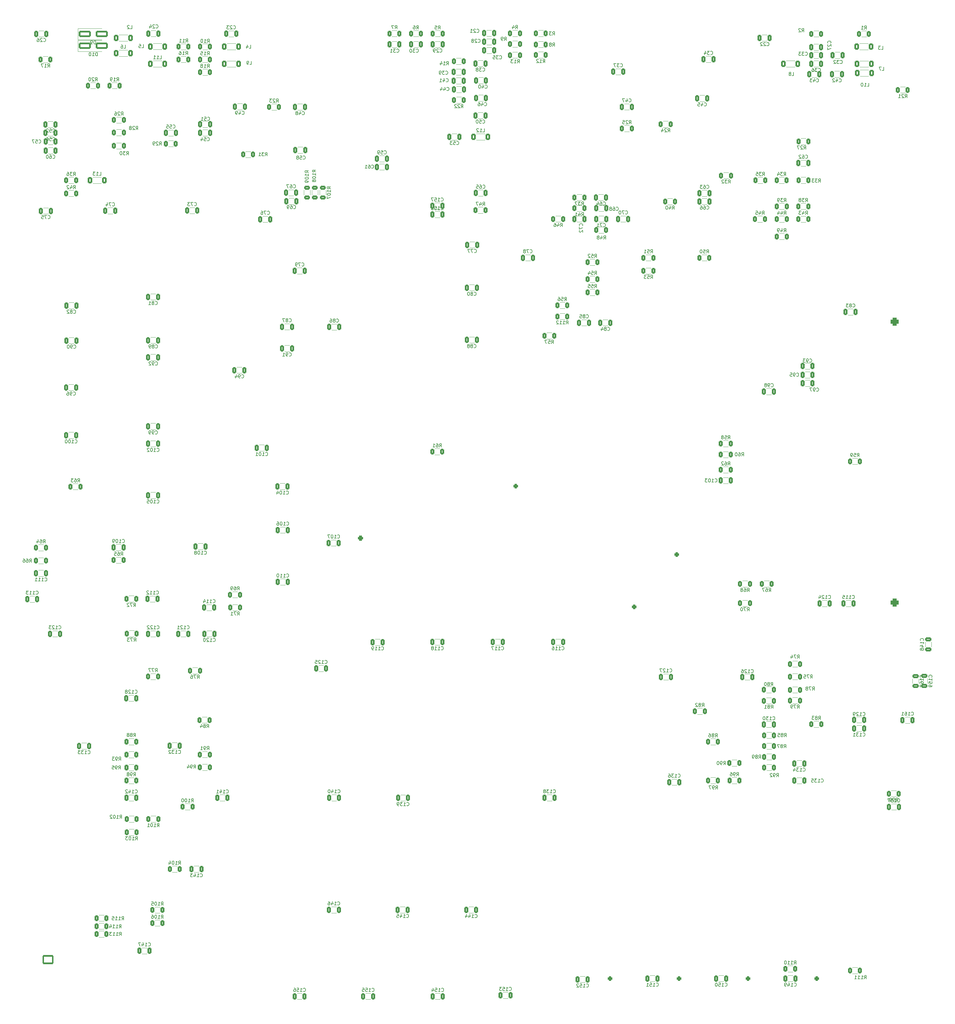
<source format=gbr>
%TF.GenerationSoftware,KiCad,Pcbnew,7.0.9*%
%TF.CreationDate,2024-06-15T20:43:59+01:00*%
%TF.ProjectId,IIci_Reloaded,49496369-5f52-4656-9c6f-616465642e6b,rev?*%
%TF.SameCoordinates,Original*%
%TF.FileFunction,Legend,Bot*%
%TF.FilePolarity,Positive*%
%FSLAX46Y46*%
G04 Gerber Fmt 4.6, Leading zero omitted, Abs format (unit mm)*
G04 Created by KiCad (PCBNEW 7.0.9) date 2024-06-15 20:43:59*
%MOMM*%
%LPD*%
G01*
G04 APERTURE LIST*
G04 Aperture macros list*
%AMRoundRect*
0 Rectangle with rounded corners*
0 $1 Rounding radius*
0 $2 $3 $4 $5 $6 $7 $8 $9 X,Y pos of 4 corners*
0 Add a 4 corners polygon primitive as box body*
4,1,4,$2,$3,$4,$5,$6,$7,$8,$9,$2,$3,0*
0 Add four circle primitives for the rounded corners*
1,1,$1+$1,$2,$3*
1,1,$1+$1,$4,$5*
1,1,$1+$1,$6,$7*
1,1,$1+$1,$8,$9*
0 Add four rect primitives between the rounded corners*
20,1,$1+$1,$2,$3,$4,$5,0*
20,1,$1+$1,$4,$5,$6,$7,0*
20,1,$1+$1,$6,$7,$8,$9,0*
20,1,$1+$1,$8,$9,$2,$3,0*%
G04 Aperture macros list end*
%ADD10C,0.150000*%
%ADD11C,0.120000*%
%ADD12R,1.600000X1.600000*%
%ADD13O,1.600000X1.600000*%
%ADD14R,2.400000X2.400000*%
%ADD15O,2.400000X2.400000*%
%ADD16RoundRect,0.350000X0.350000X-0.350000X0.350000X0.350000X-0.350000X0.350000X-0.350000X-0.350000X0*%
%ADD17C,1.400000*%
%ADD18O,2.100000X3.500000*%
%ADD19O,3.500000X2.100000*%
%ADD20R,1.500000X1.500000*%
%ADD21C,1.500000*%
%ADD22C,3.000000*%
%ADD23RoundRect,0.600000X-0.600000X0.600000X-0.600000X-0.600000X0.600000X-0.600000X0.600000X0.600000X0*%
%ADD24C,2.400000*%
%ADD25C,3.200000*%
%ADD26C,2.200000*%
%ADD27C,1.600000*%
%ADD28R,1.300000X1.300000*%
%ADD29C,1.300000*%
%ADD30C,1.000000*%
%ADD31R,1.524000X1.524000*%
%ADD32C,1.524000*%
%ADD33RoundRect,0.350000X0.350000X0.350000X-0.350000X0.350000X-0.350000X-0.350000X0.350000X-0.350000X0*%
%ADD34R,1.800000X1.800000*%
%ADD35C,1.800000*%
%ADD36R,1.905000X2.000000*%
%ADD37O,1.905000X2.000000*%
%ADD38C,4.000000*%
%ADD39RoundRect,0.380000X-0.420000X0.380000X-0.420000X-0.380000X0.420000X-0.380000X0.420000X0.380000X0*%
%ADD40O,1.600000X1.520000*%
%ADD41C,2.300000*%
%ADD42R,1.700000X1.700000*%
%ADD43O,1.700000X1.700000*%
%ADD44R,2.300000X2.300000*%
%ADD45RoundRect,0.250001X1.399999X-1.099999X1.399999X1.099999X-1.399999X1.099999X-1.399999X-1.099999X0*%
%ADD46O,3.300000X2.700000*%
%ADD47RoundRect,0.250000X-0.312500X-0.625000X0.312500X-0.625000X0.312500X0.625000X-0.312500X0.625000X0*%
%ADD48RoundRect,0.250000X-0.325000X-0.650000X0.325000X-0.650000X0.325000X0.650000X-0.325000X0.650000X0*%
%ADD49RoundRect,0.250000X0.312500X0.625000X-0.312500X0.625000X-0.312500X-0.625000X0.312500X-0.625000X0*%
%ADD50RoundRect,0.250000X0.325000X0.650000X-0.325000X0.650000X-0.325000X-0.650000X0.325000X-0.650000X0*%
%ADD51RoundRect,0.249999X-0.387501X-0.700001X0.387501X-0.700001X0.387501X0.700001X-0.387501X0.700001X0*%
%ADD52RoundRect,0.250000X0.650000X-0.325000X0.650000X0.325000X-0.650000X0.325000X-0.650000X-0.325000X0*%
%ADD53RoundRect,0.249999X0.387501X0.700001X-0.387501X0.700001X-0.387501X-0.700001X0.387501X-0.700001X0*%
%ADD54RoundRect,0.250000X0.625000X-0.312500X0.625000X0.312500X-0.625000X0.312500X-0.625000X-0.312500X0*%
%ADD55RoundRect,0.250000X-1.500000X-0.650000X1.500000X-0.650000X1.500000X0.650000X-1.500000X0.650000X0*%
%ADD56RoundRect,0.250000X-0.650000X0.325000X-0.650000X-0.325000X0.650000X-0.325000X0.650000X0.325000X0*%
G04 APERTURE END LIST*
D10*
X651907257Y-114720619D02*
X652240590Y-114244428D01*
X652478685Y-114720619D02*
X652478685Y-113720619D01*
X652478685Y-113720619D02*
X652097733Y-113720619D01*
X652097733Y-113720619D02*
X652002495Y-113768238D01*
X652002495Y-113768238D02*
X651954876Y-113815857D01*
X651954876Y-113815857D02*
X651907257Y-113911095D01*
X651907257Y-113911095D02*
X651907257Y-114053952D01*
X651907257Y-114053952D02*
X651954876Y-114149190D01*
X651954876Y-114149190D02*
X652002495Y-114196809D01*
X652002495Y-114196809D02*
X652097733Y-114244428D01*
X652097733Y-114244428D02*
X652478685Y-114244428D01*
X651573923Y-113720619D02*
X650907257Y-113720619D01*
X650907257Y-113720619D02*
X651335828Y-114720619D01*
X650573923Y-113815857D02*
X650526304Y-113768238D01*
X650526304Y-113768238D02*
X650431066Y-113720619D01*
X650431066Y-113720619D02*
X650192971Y-113720619D01*
X650192971Y-113720619D02*
X650097733Y-113768238D01*
X650097733Y-113768238D02*
X650050114Y-113815857D01*
X650050114Y-113815857D02*
X650002495Y-113911095D01*
X650002495Y-113911095D02*
X650002495Y-114006333D01*
X650002495Y-114006333D02*
X650050114Y-114149190D01*
X650050114Y-114149190D02*
X650621542Y-114720619D01*
X650621542Y-114720619D02*
X650002495Y-114720619D01*
X784110380Y-2582942D02*
X784158000Y-2535323D01*
X784158000Y-2535323D02*
X784205619Y-2392466D01*
X784205619Y-2392466D02*
X784205619Y-2297228D01*
X784205619Y-2297228D02*
X784158000Y-2154371D01*
X784158000Y-2154371D02*
X784062761Y-2059133D01*
X784062761Y-2059133D02*
X783967523Y-2011514D01*
X783967523Y-2011514D02*
X783777047Y-1963895D01*
X783777047Y-1963895D02*
X783634190Y-1963895D01*
X783634190Y-1963895D02*
X783443714Y-2011514D01*
X783443714Y-2011514D02*
X783348476Y-2059133D01*
X783348476Y-2059133D02*
X783253238Y-2154371D01*
X783253238Y-2154371D02*
X783205619Y-2297228D01*
X783205619Y-2297228D02*
X783205619Y-2392466D01*
X783205619Y-2392466D02*
X783253238Y-2535323D01*
X783253238Y-2535323D02*
X783300857Y-2582942D01*
X783205619Y-2916276D02*
X783205619Y-3582942D01*
X783205619Y-3582942D02*
X784205619Y-3154371D01*
X783300857Y-3916276D02*
X783253238Y-3963895D01*
X783253238Y-3963895D02*
X783205619Y-4059133D01*
X783205619Y-4059133D02*
X783205619Y-4297228D01*
X783205619Y-4297228D02*
X783253238Y-4392466D01*
X783253238Y-4392466D02*
X783300857Y-4440085D01*
X783300857Y-4440085D02*
X783396095Y-4487704D01*
X783396095Y-4487704D02*
X783491333Y-4487704D01*
X783491333Y-4487704D02*
X783634190Y-4440085D01*
X783634190Y-4440085D02*
X784205619Y-3868657D01*
X784205619Y-3868657D02*
X784205619Y-4487704D01*
X826964057Y-65360619D02*
X827297390Y-64884428D01*
X827535485Y-65360619D02*
X827535485Y-64360619D01*
X827535485Y-64360619D02*
X827154533Y-64360619D01*
X827154533Y-64360619D02*
X827059295Y-64408238D01*
X827059295Y-64408238D02*
X827011676Y-64455857D01*
X827011676Y-64455857D02*
X826964057Y-64551095D01*
X826964057Y-64551095D02*
X826964057Y-64693952D01*
X826964057Y-64693952D02*
X827011676Y-64789190D01*
X827011676Y-64789190D02*
X827059295Y-64836809D01*
X827059295Y-64836809D02*
X827154533Y-64884428D01*
X827154533Y-64884428D02*
X827535485Y-64884428D01*
X826059295Y-64360619D02*
X826535485Y-64360619D01*
X826535485Y-64360619D02*
X826583104Y-64836809D01*
X826583104Y-64836809D02*
X826535485Y-64789190D01*
X826535485Y-64789190D02*
X826440247Y-64741571D01*
X826440247Y-64741571D02*
X826202152Y-64741571D01*
X826202152Y-64741571D02*
X826106914Y-64789190D01*
X826106914Y-64789190D02*
X826059295Y-64836809D01*
X826059295Y-64836809D02*
X826011676Y-64932047D01*
X826011676Y-64932047D02*
X826011676Y-65170142D01*
X826011676Y-65170142D02*
X826059295Y-65265380D01*
X826059295Y-65265380D02*
X826106914Y-65313000D01*
X826106914Y-65313000D02*
X826202152Y-65360619D01*
X826202152Y-65360619D02*
X826440247Y-65360619D01*
X826440247Y-65360619D02*
X826535485Y-65313000D01*
X826535485Y-65313000D02*
X826583104Y-65265380D01*
X825440247Y-64789190D02*
X825535485Y-64741571D01*
X825535485Y-64741571D02*
X825583104Y-64693952D01*
X825583104Y-64693952D02*
X825630723Y-64598714D01*
X825630723Y-64598714D02*
X825630723Y-64551095D01*
X825630723Y-64551095D02*
X825583104Y-64455857D01*
X825583104Y-64455857D02*
X825535485Y-64408238D01*
X825535485Y-64408238D02*
X825440247Y-64360619D01*
X825440247Y-64360619D02*
X825249771Y-64360619D01*
X825249771Y-64360619D02*
X825154533Y-64408238D01*
X825154533Y-64408238D02*
X825106914Y-64455857D01*
X825106914Y-64455857D02*
X825059295Y-64551095D01*
X825059295Y-64551095D02*
X825059295Y-64598714D01*
X825059295Y-64598714D02*
X825106914Y-64693952D01*
X825106914Y-64693952D02*
X825154533Y-64741571D01*
X825154533Y-64741571D02*
X825249771Y-64789190D01*
X825249771Y-64789190D02*
X825440247Y-64789190D01*
X825440247Y-64789190D02*
X825535485Y-64836809D01*
X825535485Y-64836809D02*
X825583104Y-64884428D01*
X825583104Y-64884428D02*
X825630723Y-64979666D01*
X825630723Y-64979666D02*
X825630723Y-65170142D01*
X825630723Y-65170142D02*
X825583104Y-65265380D01*
X825583104Y-65265380D02*
X825535485Y-65313000D01*
X825535485Y-65313000D02*
X825440247Y-65360619D01*
X825440247Y-65360619D02*
X825249771Y-65360619D01*
X825249771Y-65360619D02*
X825154533Y-65313000D01*
X825154533Y-65313000D02*
X825106914Y-65265380D01*
X825106914Y-65265380D02*
X825059295Y-65170142D01*
X825059295Y-65170142D02*
X825059295Y-64979666D01*
X825059295Y-64979666D02*
X825106914Y-64884428D01*
X825106914Y-64884428D02*
X825154533Y-64836809D01*
X825154533Y-64836809D02*
X825249771Y-64789190D01*
X823122247Y-77956580D02*
X823169866Y-78004200D01*
X823169866Y-78004200D02*
X823312723Y-78051819D01*
X823312723Y-78051819D02*
X823407961Y-78051819D01*
X823407961Y-78051819D02*
X823550818Y-78004200D01*
X823550818Y-78004200D02*
X823646056Y-77908961D01*
X823646056Y-77908961D02*
X823693675Y-77813723D01*
X823693675Y-77813723D02*
X823741294Y-77623247D01*
X823741294Y-77623247D02*
X823741294Y-77480390D01*
X823741294Y-77480390D02*
X823693675Y-77289914D01*
X823693675Y-77289914D02*
X823646056Y-77194676D01*
X823646056Y-77194676D02*
X823550818Y-77099438D01*
X823550818Y-77099438D02*
X823407961Y-77051819D01*
X823407961Y-77051819D02*
X823312723Y-77051819D01*
X823312723Y-77051819D02*
X823169866Y-77099438D01*
X823169866Y-77099438D02*
X823122247Y-77147057D01*
X822169866Y-78051819D02*
X822741294Y-78051819D01*
X822455580Y-78051819D02*
X822455580Y-77051819D01*
X822455580Y-77051819D02*
X822550818Y-77194676D01*
X822550818Y-77194676D02*
X822646056Y-77289914D01*
X822646056Y-77289914D02*
X822741294Y-77337533D01*
X821550818Y-77051819D02*
X821455580Y-77051819D01*
X821455580Y-77051819D02*
X821360342Y-77099438D01*
X821360342Y-77099438D02*
X821312723Y-77147057D01*
X821312723Y-77147057D02*
X821265104Y-77242295D01*
X821265104Y-77242295D02*
X821217485Y-77432771D01*
X821217485Y-77432771D02*
X821217485Y-77670866D01*
X821217485Y-77670866D02*
X821265104Y-77861342D01*
X821265104Y-77861342D02*
X821312723Y-77956580D01*
X821312723Y-77956580D02*
X821360342Y-78004200D01*
X821360342Y-78004200D02*
X821455580Y-78051819D01*
X821455580Y-78051819D02*
X821550818Y-78051819D01*
X821550818Y-78051819D02*
X821646056Y-78004200D01*
X821646056Y-78004200D02*
X821693675Y-77956580D01*
X821693675Y-77956580D02*
X821741294Y-77861342D01*
X821741294Y-77861342D02*
X821788913Y-77670866D01*
X821788913Y-77670866D02*
X821788913Y-77432771D01*
X821788913Y-77432771D02*
X821741294Y-77242295D01*
X821741294Y-77242295D02*
X821693675Y-77147057D01*
X821693675Y-77147057D02*
X821646056Y-77099438D01*
X821646056Y-77099438D02*
X821550818Y-77051819D01*
X820884151Y-77051819D02*
X820265104Y-77051819D01*
X820265104Y-77051819D02*
X820598437Y-77432771D01*
X820598437Y-77432771D02*
X820455580Y-77432771D01*
X820455580Y-77432771D02*
X820360342Y-77480390D01*
X820360342Y-77480390D02*
X820312723Y-77528009D01*
X820312723Y-77528009D02*
X820265104Y-77623247D01*
X820265104Y-77623247D02*
X820265104Y-77861342D01*
X820265104Y-77861342D02*
X820312723Y-77956580D01*
X820312723Y-77956580D02*
X820360342Y-78004200D01*
X820360342Y-78004200D02*
X820455580Y-78051819D01*
X820455580Y-78051819D02*
X820741294Y-78051819D01*
X820741294Y-78051819D02*
X820836532Y-78004200D01*
X820836532Y-78004200D02*
X820884151Y-77956580D01*
X762543247Y-227719180D02*
X762590866Y-227766800D01*
X762590866Y-227766800D02*
X762733723Y-227814419D01*
X762733723Y-227814419D02*
X762828961Y-227814419D01*
X762828961Y-227814419D02*
X762971818Y-227766800D01*
X762971818Y-227766800D02*
X763067056Y-227671561D01*
X763067056Y-227671561D02*
X763114675Y-227576323D01*
X763114675Y-227576323D02*
X763162294Y-227385847D01*
X763162294Y-227385847D02*
X763162294Y-227242990D01*
X763162294Y-227242990D02*
X763114675Y-227052514D01*
X763114675Y-227052514D02*
X763067056Y-226957276D01*
X763067056Y-226957276D02*
X762971818Y-226862038D01*
X762971818Y-226862038D02*
X762828961Y-226814419D01*
X762828961Y-226814419D02*
X762733723Y-226814419D01*
X762733723Y-226814419D02*
X762590866Y-226862038D01*
X762590866Y-226862038D02*
X762543247Y-226909657D01*
X761590866Y-227814419D02*
X762162294Y-227814419D01*
X761876580Y-227814419D02*
X761876580Y-226814419D01*
X761876580Y-226814419D02*
X761971818Y-226957276D01*
X761971818Y-226957276D02*
X762067056Y-227052514D01*
X762067056Y-227052514D02*
X762162294Y-227100133D01*
X760686104Y-226814419D02*
X761162294Y-226814419D01*
X761162294Y-226814419D02*
X761209913Y-227290609D01*
X761209913Y-227290609D02*
X761162294Y-227242990D01*
X761162294Y-227242990D02*
X761067056Y-227195371D01*
X761067056Y-227195371D02*
X760828961Y-227195371D01*
X760828961Y-227195371D02*
X760733723Y-227242990D01*
X760733723Y-227242990D02*
X760686104Y-227290609D01*
X760686104Y-227290609D02*
X760638485Y-227385847D01*
X760638485Y-227385847D02*
X760638485Y-227623942D01*
X760638485Y-227623942D02*
X760686104Y-227719180D01*
X760686104Y-227719180D02*
X760733723Y-227766800D01*
X760733723Y-227766800D02*
X760828961Y-227814419D01*
X760828961Y-227814419D02*
X761067056Y-227814419D01*
X761067056Y-227814419D02*
X761162294Y-227766800D01*
X761162294Y-227766800D02*
X761209913Y-227719180D01*
X760305151Y-226814419D02*
X759686104Y-226814419D01*
X759686104Y-226814419D02*
X760019437Y-227195371D01*
X760019437Y-227195371D02*
X759876580Y-227195371D01*
X759876580Y-227195371D02*
X759781342Y-227242990D01*
X759781342Y-227242990D02*
X759733723Y-227290609D01*
X759733723Y-227290609D02*
X759686104Y-227385847D01*
X759686104Y-227385847D02*
X759686104Y-227623942D01*
X759686104Y-227623942D02*
X759733723Y-227719180D01*
X759733723Y-227719180D02*
X759781342Y-227766800D01*
X759781342Y-227766800D02*
X759876580Y-227814419D01*
X759876580Y-227814419D02*
X760162294Y-227814419D01*
X760162294Y-227814419D02*
X760257532Y-227766800D01*
X760257532Y-227766800D02*
X760305151Y-227719180D01*
X623967257Y21865419D02*
X624014876Y21817800D01*
X624014876Y21817800D02*
X624157733Y21770180D01*
X624157733Y21770180D02*
X624252971Y21770180D01*
X624252971Y21770180D02*
X624395828Y21817800D01*
X624395828Y21817800D02*
X624491066Y21913038D01*
X624491066Y21913038D02*
X624538685Y22008276D01*
X624538685Y22008276D02*
X624586304Y22198752D01*
X624586304Y22198752D02*
X624586304Y22341609D01*
X624586304Y22341609D02*
X624538685Y22532085D01*
X624538685Y22532085D02*
X624491066Y22627323D01*
X624491066Y22627323D02*
X624395828Y22722561D01*
X624395828Y22722561D02*
X624252971Y22770180D01*
X624252971Y22770180D02*
X624157733Y22770180D01*
X624157733Y22770180D02*
X624014876Y22722561D01*
X624014876Y22722561D02*
X623967257Y22674942D01*
X623062495Y22770180D02*
X623538685Y22770180D01*
X623538685Y22770180D02*
X623586304Y22293990D01*
X623586304Y22293990D02*
X623538685Y22341609D01*
X623538685Y22341609D02*
X623443447Y22389228D01*
X623443447Y22389228D02*
X623205352Y22389228D01*
X623205352Y22389228D02*
X623110114Y22341609D01*
X623110114Y22341609D02*
X623062495Y22293990D01*
X623062495Y22293990D02*
X623014876Y22198752D01*
X623014876Y22198752D02*
X623014876Y21960657D01*
X623014876Y21960657D02*
X623062495Y21865419D01*
X623062495Y21865419D02*
X623110114Y21817800D01*
X623110114Y21817800D02*
X623205352Y21770180D01*
X623205352Y21770180D02*
X623443447Y21770180D01*
X623443447Y21770180D02*
X623538685Y21817800D01*
X623538685Y21817800D02*
X623586304Y21865419D01*
X622681542Y22770180D02*
X622014876Y22770180D01*
X622014876Y22770180D02*
X622443447Y21770180D01*
X698973457Y8653219D02*
X699021076Y8605600D01*
X699021076Y8605600D02*
X699163933Y8557980D01*
X699163933Y8557980D02*
X699259171Y8557980D01*
X699259171Y8557980D02*
X699402028Y8605600D01*
X699402028Y8605600D02*
X699497266Y8700838D01*
X699497266Y8700838D02*
X699544885Y8796076D01*
X699544885Y8796076D02*
X699592504Y8986552D01*
X699592504Y8986552D02*
X699592504Y9129409D01*
X699592504Y9129409D02*
X699544885Y9319885D01*
X699544885Y9319885D02*
X699497266Y9415123D01*
X699497266Y9415123D02*
X699402028Y9510361D01*
X699402028Y9510361D02*
X699259171Y9557980D01*
X699259171Y9557980D02*
X699163933Y9557980D01*
X699163933Y9557980D02*
X699021076Y9510361D01*
X699021076Y9510361D02*
X698973457Y9462742D01*
X698116314Y9557980D02*
X698306790Y9557980D01*
X698306790Y9557980D02*
X698402028Y9510361D01*
X698402028Y9510361D02*
X698449647Y9462742D01*
X698449647Y9462742D02*
X698544885Y9319885D01*
X698544885Y9319885D02*
X698592504Y9129409D01*
X698592504Y9129409D02*
X698592504Y8748457D01*
X698592504Y8748457D02*
X698544885Y8653219D01*
X698544885Y8653219D02*
X698497266Y8605600D01*
X698497266Y8605600D02*
X698402028Y8557980D01*
X698402028Y8557980D02*
X698211552Y8557980D01*
X698211552Y8557980D02*
X698116314Y8605600D01*
X698116314Y8605600D02*
X698068695Y8653219D01*
X698068695Y8653219D02*
X698021076Y8748457D01*
X698021076Y8748457D02*
X698021076Y8986552D01*
X698021076Y8986552D02*
X698068695Y9081790D01*
X698068695Y9081790D02*
X698116314Y9129409D01*
X698116314Y9129409D02*
X698211552Y9177028D01*
X698211552Y9177028D02*
X698402028Y9177028D01*
X698402028Y9177028D02*
X698497266Y9129409D01*
X698497266Y9129409D02*
X698544885Y9081790D01*
X698544885Y9081790D02*
X698592504Y8986552D01*
X697687742Y9557980D02*
X697021076Y9557980D01*
X697021076Y9557980D02*
X697449647Y8557980D01*
X647676047Y-209369819D02*
X648009380Y-208893628D01*
X648247475Y-209369819D02*
X648247475Y-208369819D01*
X648247475Y-208369819D02*
X647866523Y-208369819D01*
X647866523Y-208369819D02*
X647771285Y-208417438D01*
X647771285Y-208417438D02*
X647723666Y-208465057D01*
X647723666Y-208465057D02*
X647676047Y-208560295D01*
X647676047Y-208560295D02*
X647676047Y-208703152D01*
X647676047Y-208703152D02*
X647723666Y-208798390D01*
X647723666Y-208798390D02*
X647771285Y-208846009D01*
X647771285Y-208846009D02*
X647866523Y-208893628D01*
X647866523Y-208893628D02*
X648247475Y-208893628D01*
X646723666Y-209369819D02*
X647295094Y-209369819D01*
X647009380Y-209369819D02*
X647009380Y-208369819D01*
X647009380Y-208369819D02*
X647104618Y-208512676D01*
X647104618Y-208512676D02*
X647199856Y-208607914D01*
X647199856Y-208607914D02*
X647295094Y-208655533D01*
X645771285Y-209369819D02*
X646342713Y-209369819D01*
X646056999Y-209369819D02*
X646056999Y-208369819D01*
X646056999Y-208369819D02*
X646152237Y-208512676D01*
X646152237Y-208512676D02*
X646247475Y-208607914D01*
X646247475Y-208607914D02*
X646342713Y-208655533D01*
X644914142Y-208703152D02*
X644914142Y-209369819D01*
X645152237Y-208322200D02*
X645390332Y-209036485D01*
X645390332Y-209036485D02*
X644771285Y-209036485D01*
X658631847Y-110980780D02*
X658679466Y-111028400D01*
X658679466Y-111028400D02*
X658822323Y-111076019D01*
X658822323Y-111076019D02*
X658917561Y-111076019D01*
X658917561Y-111076019D02*
X659060418Y-111028400D01*
X659060418Y-111028400D02*
X659155656Y-110933161D01*
X659155656Y-110933161D02*
X659203275Y-110837923D01*
X659203275Y-110837923D02*
X659250894Y-110647447D01*
X659250894Y-110647447D02*
X659250894Y-110504590D01*
X659250894Y-110504590D02*
X659203275Y-110314114D01*
X659203275Y-110314114D02*
X659155656Y-110218876D01*
X659155656Y-110218876D02*
X659060418Y-110123638D01*
X659060418Y-110123638D02*
X658917561Y-110076019D01*
X658917561Y-110076019D02*
X658822323Y-110076019D01*
X658822323Y-110076019D02*
X658679466Y-110123638D01*
X658679466Y-110123638D02*
X658631847Y-110171257D01*
X657679466Y-111076019D02*
X658250894Y-111076019D01*
X657965180Y-111076019D02*
X657965180Y-110076019D01*
X657965180Y-110076019D02*
X658060418Y-110218876D01*
X658060418Y-110218876D02*
X658155656Y-110314114D01*
X658155656Y-110314114D02*
X658250894Y-110361733D01*
X656727085Y-111076019D02*
X657298513Y-111076019D01*
X657012799Y-111076019D02*
X657012799Y-110076019D01*
X657012799Y-110076019D02*
X657108037Y-110218876D01*
X657108037Y-110218876D02*
X657203275Y-110314114D01*
X657203275Y-110314114D02*
X657298513Y-110361733D01*
X656346132Y-110171257D02*
X656298513Y-110123638D01*
X656298513Y-110123638D02*
X656203275Y-110076019D01*
X656203275Y-110076019D02*
X655965180Y-110076019D01*
X655965180Y-110076019D02*
X655869942Y-110123638D01*
X655869942Y-110123638D02*
X655822323Y-110171257D01*
X655822323Y-110171257D02*
X655774704Y-110266495D01*
X655774704Y-110266495D02*
X655774704Y-110361733D01*
X655774704Y-110361733D02*
X655822323Y-110504590D01*
X655822323Y-110504590D02*
X656393751Y-111076019D01*
X656393751Y-111076019D02*
X655774704Y-111076019D01*
X650923066Y55450580D02*
X651399256Y55450580D01*
X651399256Y55450580D02*
X651399256Y56450580D01*
X650637351Y56355342D02*
X650589732Y56402961D01*
X650589732Y56402961D02*
X650494494Y56450580D01*
X650494494Y56450580D02*
X650256399Y56450580D01*
X650256399Y56450580D02*
X650161161Y56402961D01*
X650161161Y56402961D02*
X650113542Y56355342D01*
X650113542Y56355342D02*
X650065923Y56260104D01*
X650065923Y56260104D02*
X650065923Y56164866D01*
X650065923Y56164866D02*
X650113542Y56022009D01*
X650113542Y56022009D02*
X650684970Y55450580D01*
X650684970Y55450580D02*
X650065923Y55450580D01*
X848738266Y54536180D02*
X849071599Y55012371D01*
X849309694Y54536180D02*
X849309694Y55536180D01*
X849309694Y55536180D02*
X848928742Y55536180D01*
X848928742Y55536180D02*
X848833504Y55488561D01*
X848833504Y55488561D02*
X848785885Y55440942D01*
X848785885Y55440942D02*
X848738266Y55345704D01*
X848738266Y55345704D02*
X848738266Y55202847D01*
X848738266Y55202847D02*
X848785885Y55107609D01*
X848785885Y55107609D02*
X848833504Y55059990D01*
X848833504Y55059990D02*
X848928742Y55012371D01*
X848928742Y55012371D02*
X849309694Y55012371D01*
X848357313Y55440942D02*
X848309694Y55488561D01*
X848309694Y55488561D02*
X848214456Y55536180D01*
X848214456Y55536180D02*
X847976361Y55536180D01*
X847976361Y55536180D02*
X847881123Y55488561D01*
X847881123Y55488561D02*
X847833504Y55440942D01*
X847833504Y55440942D02*
X847785885Y55345704D01*
X847785885Y55345704D02*
X847785885Y55250466D01*
X847785885Y55250466D02*
X847833504Y55107609D01*
X847833504Y55107609D02*
X848404932Y54536180D01*
X848404932Y54536180D02*
X847785885Y54536180D01*
X863582647Y-112301580D02*
X863630266Y-112349200D01*
X863630266Y-112349200D02*
X863773123Y-112396819D01*
X863773123Y-112396819D02*
X863868361Y-112396819D01*
X863868361Y-112396819D02*
X864011218Y-112349200D01*
X864011218Y-112349200D02*
X864106456Y-112253961D01*
X864106456Y-112253961D02*
X864154075Y-112158723D01*
X864154075Y-112158723D02*
X864201694Y-111968247D01*
X864201694Y-111968247D02*
X864201694Y-111825390D01*
X864201694Y-111825390D02*
X864154075Y-111634914D01*
X864154075Y-111634914D02*
X864106456Y-111539676D01*
X864106456Y-111539676D02*
X864011218Y-111444438D01*
X864011218Y-111444438D02*
X863868361Y-111396819D01*
X863868361Y-111396819D02*
X863773123Y-111396819D01*
X863773123Y-111396819D02*
X863630266Y-111444438D01*
X863630266Y-111444438D02*
X863582647Y-111492057D01*
X862630266Y-112396819D02*
X863201694Y-112396819D01*
X862915980Y-112396819D02*
X862915980Y-111396819D01*
X862915980Y-111396819D02*
X863011218Y-111539676D01*
X863011218Y-111539676D02*
X863106456Y-111634914D01*
X863106456Y-111634914D02*
X863201694Y-111682533D01*
X861677885Y-112396819D02*
X862249313Y-112396819D01*
X861963599Y-112396819D02*
X861963599Y-111396819D01*
X861963599Y-111396819D02*
X862058837Y-111539676D01*
X862058837Y-111539676D02*
X862154075Y-111634914D01*
X862154075Y-111634914D02*
X862249313Y-111682533D01*
X860773123Y-111396819D02*
X861249313Y-111396819D01*
X861249313Y-111396819D02*
X861296932Y-111873009D01*
X861296932Y-111873009D02*
X861249313Y-111825390D01*
X861249313Y-111825390D02*
X861154075Y-111777771D01*
X861154075Y-111777771D02*
X860915980Y-111777771D01*
X860915980Y-111777771D02*
X860820742Y-111825390D01*
X860820742Y-111825390D02*
X860773123Y-111873009D01*
X860773123Y-111873009D02*
X860725504Y-111968247D01*
X860725504Y-111968247D02*
X860725504Y-112206342D01*
X860725504Y-112206342D02*
X860773123Y-112301580D01*
X860773123Y-112301580D02*
X860820742Y-112349200D01*
X860820742Y-112349200D02*
X860915980Y-112396819D01*
X860915980Y-112396819D02*
X861154075Y-112396819D01*
X861154075Y-112396819D02*
X861249313Y-112349200D01*
X861249313Y-112349200D02*
X861296932Y-112301580D01*
X652383447Y-169578580D02*
X652431066Y-169626200D01*
X652431066Y-169626200D02*
X652573923Y-169673819D01*
X652573923Y-169673819D02*
X652669161Y-169673819D01*
X652669161Y-169673819D02*
X652812018Y-169626200D01*
X652812018Y-169626200D02*
X652907256Y-169530961D01*
X652907256Y-169530961D02*
X652954875Y-169435723D01*
X652954875Y-169435723D02*
X653002494Y-169245247D01*
X653002494Y-169245247D02*
X653002494Y-169102390D01*
X653002494Y-169102390D02*
X652954875Y-168911914D01*
X652954875Y-168911914D02*
X652907256Y-168816676D01*
X652907256Y-168816676D02*
X652812018Y-168721438D01*
X652812018Y-168721438D02*
X652669161Y-168673819D01*
X652669161Y-168673819D02*
X652573923Y-168673819D01*
X652573923Y-168673819D02*
X652431066Y-168721438D01*
X652431066Y-168721438D02*
X652383447Y-168769057D01*
X651431066Y-169673819D02*
X652002494Y-169673819D01*
X651716780Y-169673819D02*
X651716780Y-168673819D01*
X651716780Y-168673819D02*
X651812018Y-168816676D01*
X651812018Y-168816676D02*
X651907256Y-168911914D01*
X651907256Y-168911914D02*
X652002494Y-168959533D01*
X650573923Y-169007152D02*
X650573923Y-169673819D01*
X650812018Y-168626200D02*
X651050113Y-169340485D01*
X651050113Y-169340485D02*
X650431066Y-169340485D01*
X650097732Y-168769057D02*
X650050113Y-168721438D01*
X650050113Y-168721438D02*
X649954875Y-168673819D01*
X649954875Y-168673819D02*
X649716780Y-168673819D01*
X649716780Y-168673819D02*
X649621542Y-168721438D01*
X649621542Y-168721438D02*
X649573923Y-168769057D01*
X649573923Y-168769057D02*
X649526304Y-168864295D01*
X649526304Y-168864295D02*
X649526304Y-168959533D01*
X649526304Y-168959533D02*
X649573923Y-169102390D01*
X649573923Y-169102390D02*
X650145351Y-169673819D01*
X650145351Y-169673819D02*
X649526304Y-169673819D01*
X866706847Y-146765180D02*
X866754466Y-146812800D01*
X866754466Y-146812800D02*
X866897323Y-146860419D01*
X866897323Y-146860419D02*
X866992561Y-146860419D01*
X866992561Y-146860419D02*
X867135418Y-146812800D01*
X867135418Y-146812800D02*
X867230656Y-146717561D01*
X867230656Y-146717561D02*
X867278275Y-146622323D01*
X867278275Y-146622323D02*
X867325894Y-146431847D01*
X867325894Y-146431847D02*
X867325894Y-146288990D01*
X867325894Y-146288990D02*
X867278275Y-146098514D01*
X867278275Y-146098514D02*
X867230656Y-146003276D01*
X867230656Y-146003276D02*
X867135418Y-145908038D01*
X867135418Y-145908038D02*
X866992561Y-145860419D01*
X866992561Y-145860419D02*
X866897323Y-145860419D01*
X866897323Y-145860419D02*
X866754466Y-145908038D01*
X866754466Y-145908038D02*
X866706847Y-145955657D01*
X865754466Y-146860419D02*
X866325894Y-146860419D01*
X866040180Y-146860419D02*
X866040180Y-145860419D01*
X866040180Y-145860419D02*
X866135418Y-146003276D01*
X866135418Y-146003276D02*
X866230656Y-146098514D01*
X866230656Y-146098514D02*
X866325894Y-146146133D01*
X865373513Y-145955657D02*
X865325894Y-145908038D01*
X865325894Y-145908038D02*
X865230656Y-145860419D01*
X865230656Y-145860419D02*
X864992561Y-145860419D01*
X864992561Y-145860419D02*
X864897323Y-145908038D01*
X864897323Y-145908038D02*
X864849704Y-145955657D01*
X864849704Y-145955657D02*
X864802085Y-146050895D01*
X864802085Y-146050895D02*
X864802085Y-146146133D01*
X864802085Y-146146133D02*
X864849704Y-146288990D01*
X864849704Y-146288990D02*
X865421132Y-146860419D01*
X865421132Y-146860419D02*
X864802085Y-146860419D01*
X864325894Y-146860419D02*
X864135418Y-146860419D01*
X864135418Y-146860419D02*
X864040180Y-146812800D01*
X864040180Y-146812800D02*
X863992561Y-146765180D01*
X863992561Y-146765180D02*
X863897323Y-146622323D01*
X863897323Y-146622323D02*
X863849704Y-146431847D01*
X863849704Y-146431847D02*
X863849704Y-146050895D01*
X863849704Y-146050895D02*
X863897323Y-145955657D01*
X863897323Y-145955657D02*
X863944942Y-145908038D01*
X863944942Y-145908038D02*
X864040180Y-145860419D01*
X864040180Y-145860419D02*
X864230656Y-145860419D01*
X864230656Y-145860419D02*
X864325894Y-145908038D01*
X864325894Y-145908038D02*
X864373513Y-145955657D01*
X864373513Y-145955657D02*
X864421132Y-146050895D01*
X864421132Y-146050895D02*
X864421132Y-146288990D01*
X864421132Y-146288990D02*
X864373513Y-146384228D01*
X864373513Y-146384228D02*
X864325894Y-146431847D01*
X864325894Y-146431847D02*
X864230656Y-146479466D01*
X864230656Y-146479466D02*
X864040180Y-146479466D01*
X864040180Y-146479466D02*
X863944942Y-146431847D01*
X863944942Y-146431847D02*
X863897323Y-146384228D01*
X863897323Y-146384228D02*
X863849704Y-146288990D01*
X846450147Y-220046619D02*
X846783480Y-219570428D01*
X847021575Y-220046619D02*
X847021575Y-219046619D01*
X847021575Y-219046619D02*
X846640623Y-219046619D01*
X846640623Y-219046619D02*
X846545385Y-219094238D01*
X846545385Y-219094238D02*
X846497766Y-219141857D01*
X846497766Y-219141857D02*
X846450147Y-219237095D01*
X846450147Y-219237095D02*
X846450147Y-219379952D01*
X846450147Y-219379952D02*
X846497766Y-219475190D01*
X846497766Y-219475190D02*
X846545385Y-219522809D01*
X846545385Y-219522809D02*
X846640623Y-219570428D01*
X846640623Y-219570428D02*
X847021575Y-219570428D01*
X845497766Y-220046619D02*
X846069194Y-220046619D01*
X845783480Y-220046619D02*
X845783480Y-219046619D01*
X845783480Y-219046619D02*
X845878718Y-219189476D01*
X845878718Y-219189476D02*
X845973956Y-219284714D01*
X845973956Y-219284714D02*
X846069194Y-219332333D01*
X844545385Y-220046619D02*
X845116813Y-220046619D01*
X844831099Y-220046619D02*
X844831099Y-219046619D01*
X844831099Y-219046619D02*
X844926337Y-219189476D01*
X844926337Y-219189476D02*
X845021575Y-219284714D01*
X845021575Y-219284714D02*
X845116813Y-219332333D01*
X843926337Y-219046619D02*
X843831099Y-219046619D01*
X843831099Y-219046619D02*
X843735861Y-219094238D01*
X843735861Y-219094238D02*
X843688242Y-219141857D01*
X843688242Y-219141857D02*
X843640623Y-219237095D01*
X843640623Y-219237095D02*
X843593004Y-219427571D01*
X843593004Y-219427571D02*
X843593004Y-219665666D01*
X843593004Y-219665666D02*
X843640623Y-219856142D01*
X843640623Y-219856142D02*
X843688242Y-219951380D01*
X843688242Y-219951380D02*
X843735861Y-219999000D01*
X843735861Y-219999000D02*
X843831099Y-220046619D01*
X843831099Y-220046619D02*
X843926337Y-220046619D01*
X843926337Y-220046619D02*
X844021575Y-219999000D01*
X844021575Y-219999000D02*
X844069194Y-219951380D01*
X844069194Y-219951380D02*
X844116813Y-219856142D01*
X844116813Y-219856142D02*
X844164432Y-219665666D01*
X844164432Y-219665666D02*
X844164432Y-219427571D01*
X844164432Y-219427571D02*
X844116813Y-219237095D01*
X844116813Y-219237095D02*
X844069194Y-219141857D01*
X844069194Y-219141857D02*
X844021575Y-219094238D01*
X844021575Y-219094238D02*
X843926337Y-219046619D01*
X849290657Y19966780D02*
X849623990Y20442971D01*
X849862085Y19966780D02*
X849862085Y20966780D01*
X849862085Y20966780D02*
X849481133Y20966780D01*
X849481133Y20966780D02*
X849385895Y20919161D01*
X849385895Y20919161D02*
X849338276Y20871542D01*
X849338276Y20871542D02*
X849290657Y20776304D01*
X849290657Y20776304D02*
X849290657Y20633447D01*
X849290657Y20633447D02*
X849338276Y20538209D01*
X849338276Y20538209D02*
X849385895Y20490590D01*
X849385895Y20490590D02*
X849481133Y20442971D01*
X849481133Y20442971D02*
X849862085Y20442971D01*
X848909704Y20871542D02*
X848862085Y20919161D01*
X848862085Y20919161D02*
X848766847Y20966780D01*
X848766847Y20966780D02*
X848528752Y20966780D01*
X848528752Y20966780D02*
X848433514Y20919161D01*
X848433514Y20919161D02*
X848385895Y20871542D01*
X848385895Y20871542D02*
X848338276Y20776304D01*
X848338276Y20776304D02*
X848338276Y20681066D01*
X848338276Y20681066D02*
X848385895Y20538209D01*
X848385895Y20538209D02*
X848957323Y19966780D01*
X848957323Y19966780D02*
X848338276Y19966780D01*
X848004942Y20966780D02*
X847338276Y20966780D01*
X847338276Y20966780D02*
X847766847Y19966780D01*
X843448657Y-156334619D02*
X843781990Y-155858428D01*
X844020085Y-156334619D02*
X844020085Y-155334619D01*
X844020085Y-155334619D02*
X843639133Y-155334619D01*
X843639133Y-155334619D02*
X843543895Y-155382238D01*
X843543895Y-155382238D02*
X843496276Y-155429857D01*
X843496276Y-155429857D02*
X843448657Y-155525095D01*
X843448657Y-155525095D02*
X843448657Y-155667952D01*
X843448657Y-155667952D02*
X843496276Y-155763190D01*
X843496276Y-155763190D02*
X843543895Y-155810809D01*
X843543895Y-155810809D02*
X843639133Y-155858428D01*
X843639133Y-155858428D02*
X844020085Y-155858428D01*
X842877228Y-155763190D02*
X842972466Y-155715571D01*
X842972466Y-155715571D02*
X843020085Y-155667952D01*
X843020085Y-155667952D02*
X843067704Y-155572714D01*
X843067704Y-155572714D02*
X843067704Y-155525095D01*
X843067704Y-155525095D02*
X843020085Y-155429857D01*
X843020085Y-155429857D02*
X842972466Y-155382238D01*
X842972466Y-155382238D02*
X842877228Y-155334619D01*
X842877228Y-155334619D02*
X842686752Y-155334619D01*
X842686752Y-155334619D02*
X842591514Y-155382238D01*
X842591514Y-155382238D02*
X842543895Y-155429857D01*
X842543895Y-155429857D02*
X842496276Y-155525095D01*
X842496276Y-155525095D02*
X842496276Y-155572714D01*
X842496276Y-155572714D02*
X842543895Y-155667952D01*
X842543895Y-155667952D02*
X842591514Y-155715571D01*
X842591514Y-155715571D02*
X842686752Y-155763190D01*
X842686752Y-155763190D02*
X842877228Y-155763190D01*
X842877228Y-155763190D02*
X842972466Y-155810809D01*
X842972466Y-155810809D02*
X843020085Y-155858428D01*
X843020085Y-155858428D02*
X843067704Y-155953666D01*
X843067704Y-155953666D02*
X843067704Y-156144142D01*
X843067704Y-156144142D02*
X843020085Y-156239380D01*
X843020085Y-156239380D02*
X842972466Y-156287000D01*
X842972466Y-156287000D02*
X842877228Y-156334619D01*
X842877228Y-156334619D02*
X842686752Y-156334619D01*
X842686752Y-156334619D02*
X842591514Y-156287000D01*
X842591514Y-156287000D02*
X842543895Y-156239380D01*
X842543895Y-156239380D02*
X842496276Y-156144142D01*
X842496276Y-156144142D02*
X842496276Y-155953666D01*
X842496276Y-155953666D02*
X842543895Y-155858428D01*
X842543895Y-155858428D02*
X842591514Y-155810809D01*
X842591514Y-155810809D02*
X842686752Y-155763190D01*
X842162942Y-155334619D02*
X841496276Y-155334619D01*
X841496276Y-155334619D02*
X841924847Y-156334619D01*
X843550257Y-153058019D02*
X843883590Y-152581828D01*
X844121685Y-153058019D02*
X844121685Y-152058019D01*
X844121685Y-152058019D02*
X843740733Y-152058019D01*
X843740733Y-152058019D02*
X843645495Y-152105638D01*
X843645495Y-152105638D02*
X843597876Y-152153257D01*
X843597876Y-152153257D02*
X843550257Y-152248495D01*
X843550257Y-152248495D02*
X843550257Y-152391352D01*
X843550257Y-152391352D02*
X843597876Y-152486590D01*
X843597876Y-152486590D02*
X843645495Y-152534209D01*
X843645495Y-152534209D02*
X843740733Y-152581828D01*
X843740733Y-152581828D02*
X844121685Y-152581828D01*
X842978828Y-152486590D02*
X843074066Y-152438971D01*
X843074066Y-152438971D02*
X843121685Y-152391352D01*
X843121685Y-152391352D02*
X843169304Y-152296114D01*
X843169304Y-152296114D02*
X843169304Y-152248495D01*
X843169304Y-152248495D02*
X843121685Y-152153257D01*
X843121685Y-152153257D02*
X843074066Y-152105638D01*
X843074066Y-152105638D02*
X842978828Y-152058019D01*
X842978828Y-152058019D02*
X842788352Y-152058019D01*
X842788352Y-152058019D02*
X842693114Y-152105638D01*
X842693114Y-152105638D02*
X842645495Y-152153257D01*
X842645495Y-152153257D02*
X842597876Y-152248495D01*
X842597876Y-152248495D02*
X842597876Y-152296114D01*
X842597876Y-152296114D02*
X842645495Y-152391352D01*
X842645495Y-152391352D02*
X842693114Y-152438971D01*
X842693114Y-152438971D02*
X842788352Y-152486590D01*
X842788352Y-152486590D02*
X842978828Y-152486590D01*
X842978828Y-152486590D02*
X843074066Y-152534209D01*
X843074066Y-152534209D02*
X843121685Y-152581828D01*
X843121685Y-152581828D02*
X843169304Y-152677066D01*
X843169304Y-152677066D02*
X843169304Y-152867542D01*
X843169304Y-152867542D02*
X843121685Y-152962780D01*
X843121685Y-152962780D02*
X843074066Y-153010400D01*
X843074066Y-153010400D02*
X842978828Y-153058019D01*
X842978828Y-153058019D02*
X842788352Y-153058019D01*
X842788352Y-153058019D02*
X842693114Y-153010400D01*
X842693114Y-153010400D02*
X842645495Y-152962780D01*
X842645495Y-152962780D02*
X842597876Y-152867542D01*
X842597876Y-152867542D02*
X842597876Y-152677066D01*
X842597876Y-152677066D02*
X842645495Y-152581828D01*
X842645495Y-152581828D02*
X842693114Y-152534209D01*
X842693114Y-152534209D02*
X842788352Y-152486590D01*
X841693114Y-152058019D02*
X842169304Y-152058019D01*
X842169304Y-152058019D02*
X842216923Y-152534209D01*
X842216923Y-152534209D02*
X842169304Y-152486590D01*
X842169304Y-152486590D02*
X842074066Y-152438971D01*
X842074066Y-152438971D02*
X841835971Y-152438971D01*
X841835971Y-152438971D02*
X841740733Y-152486590D01*
X841740733Y-152486590D02*
X841693114Y-152534209D01*
X841693114Y-152534209D02*
X841645495Y-152629447D01*
X841645495Y-152629447D02*
X841645495Y-152867542D01*
X841645495Y-152867542D02*
X841693114Y-152962780D01*
X841693114Y-152962780D02*
X841740733Y-153010400D01*
X841740733Y-153010400D02*
X841835971Y-153058019D01*
X841835971Y-153058019D02*
X842074066Y-153058019D01*
X842074066Y-153058019D02*
X842169304Y-153010400D01*
X842169304Y-153010400D02*
X842216923Y-152962780D01*
X711997247Y-202547780D02*
X712044866Y-202595400D01*
X712044866Y-202595400D02*
X712187723Y-202643019D01*
X712187723Y-202643019D02*
X712282961Y-202643019D01*
X712282961Y-202643019D02*
X712425818Y-202595400D01*
X712425818Y-202595400D02*
X712521056Y-202500161D01*
X712521056Y-202500161D02*
X712568675Y-202404923D01*
X712568675Y-202404923D02*
X712616294Y-202214447D01*
X712616294Y-202214447D02*
X712616294Y-202071590D01*
X712616294Y-202071590D02*
X712568675Y-201881114D01*
X712568675Y-201881114D02*
X712521056Y-201785876D01*
X712521056Y-201785876D02*
X712425818Y-201690638D01*
X712425818Y-201690638D02*
X712282961Y-201643019D01*
X712282961Y-201643019D02*
X712187723Y-201643019D01*
X712187723Y-201643019D02*
X712044866Y-201690638D01*
X712044866Y-201690638D02*
X711997247Y-201738257D01*
X711044866Y-202643019D02*
X711616294Y-202643019D01*
X711330580Y-202643019D02*
X711330580Y-201643019D01*
X711330580Y-201643019D02*
X711425818Y-201785876D01*
X711425818Y-201785876D02*
X711521056Y-201881114D01*
X711521056Y-201881114D02*
X711616294Y-201928733D01*
X710187723Y-201976352D02*
X710187723Y-202643019D01*
X710425818Y-201595400D02*
X710663913Y-202309685D01*
X710663913Y-202309685D02*
X710044866Y-202309685D01*
X709235342Y-201643019D02*
X709425818Y-201643019D01*
X709425818Y-201643019D02*
X709521056Y-201690638D01*
X709521056Y-201690638D02*
X709568675Y-201738257D01*
X709568675Y-201738257D02*
X709663913Y-201881114D01*
X709663913Y-201881114D02*
X709711532Y-202071590D01*
X709711532Y-202071590D02*
X709711532Y-202452542D01*
X709711532Y-202452542D02*
X709663913Y-202547780D01*
X709663913Y-202547780D02*
X709616294Y-202595400D01*
X709616294Y-202595400D02*
X709521056Y-202643019D01*
X709521056Y-202643019D02*
X709330580Y-202643019D01*
X709330580Y-202643019D02*
X709235342Y-202595400D01*
X709235342Y-202595400D02*
X709187723Y-202547780D01*
X709187723Y-202547780D02*
X709140104Y-202452542D01*
X709140104Y-202452542D02*
X709140104Y-202214447D01*
X709140104Y-202214447D02*
X709187723Y-202119209D01*
X709187723Y-202119209D02*
X709235342Y-202071590D01*
X709235342Y-202071590D02*
X709330580Y-202023971D01*
X709330580Y-202023971D02*
X709521056Y-202023971D01*
X709521056Y-202023971D02*
X709616294Y-202071590D01*
X709616294Y-202071590D02*
X709663913Y-202119209D01*
X709663913Y-202119209D02*
X709711532Y-202214447D01*
X805824847Y-226466180D02*
X805872466Y-226513800D01*
X805872466Y-226513800D02*
X806015323Y-226561419D01*
X806015323Y-226561419D02*
X806110561Y-226561419D01*
X806110561Y-226561419D02*
X806253418Y-226513800D01*
X806253418Y-226513800D02*
X806348656Y-226418561D01*
X806348656Y-226418561D02*
X806396275Y-226323323D01*
X806396275Y-226323323D02*
X806443894Y-226132847D01*
X806443894Y-226132847D02*
X806443894Y-225989990D01*
X806443894Y-225989990D02*
X806396275Y-225799514D01*
X806396275Y-225799514D02*
X806348656Y-225704276D01*
X806348656Y-225704276D02*
X806253418Y-225609038D01*
X806253418Y-225609038D02*
X806110561Y-225561419D01*
X806110561Y-225561419D02*
X806015323Y-225561419D01*
X806015323Y-225561419D02*
X805872466Y-225609038D01*
X805872466Y-225609038D02*
X805824847Y-225656657D01*
X804872466Y-226561419D02*
X805443894Y-226561419D01*
X805158180Y-226561419D02*
X805158180Y-225561419D01*
X805158180Y-225561419D02*
X805253418Y-225704276D01*
X805253418Y-225704276D02*
X805348656Y-225799514D01*
X805348656Y-225799514D02*
X805443894Y-225847133D01*
X803967704Y-225561419D02*
X804443894Y-225561419D01*
X804443894Y-225561419D02*
X804491513Y-226037609D01*
X804491513Y-226037609D02*
X804443894Y-225989990D01*
X804443894Y-225989990D02*
X804348656Y-225942371D01*
X804348656Y-225942371D02*
X804110561Y-225942371D01*
X804110561Y-225942371D02*
X804015323Y-225989990D01*
X804015323Y-225989990D02*
X803967704Y-226037609D01*
X803967704Y-226037609D02*
X803920085Y-226132847D01*
X803920085Y-226132847D02*
X803920085Y-226370942D01*
X803920085Y-226370942D02*
X803967704Y-226466180D01*
X803967704Y-226466180D02*
X804015323Y-226513800D01*
X804015323Y-226513800D02*
X804110561Y-226561419D01*
X804110561Y-226561419D02*
X804348656Y-226561419D01*
X804348656Y-226561419D02*
X804443894Y-226513800D01*
X804443894Y-226513800D02*
X804491513Y-226466180D01*
X802967704Y-226561419D02*
X803539132Y-226561419D01*
X803253418Y-226561419D02*
X803253418Y-225561419D01*
X803253418Y-225561419D02*
X803348656Y-225704276D01*
X803348656Y-225704276D02*
X803443894Y-225799514D01*
X803443894Y-225799514D02*
X803539132Y-225847133D01*
X839689457Y-49919180D02*
X839737076Y-49966800D01*
X839737076Y-49966800D02*
X839879933Y-50014419D01*
X839879933Y-50014419D02*
X839975171Y-50014419D01*
X839975171Y-50014419D02*
X840118028Y-49966800D01*
X840118028Y-49966800D02*
X840213266Y-49871561D01*
X840213266Y-49871561D02*
X840260885Y-49776323D01*
X840260885Y-49776323D02*
X840308504Y-49585847D01*
X840308504Y-49585847D02*
X840308504Y-49442990D01*
X840308504Y-49442990D02*
X840260885Y-49252514D01*
X840260885Y-49252514D02*
X840213266Y-49157276D01*
X840213266Y-49157276D02*
X840118028Y-49062038D01*
X840118028Y-49062038D02*
X839975171Y-49014419D01*
X839975171Y-49014419D02*
X839879933Y-49014419D01*
X839879933Y-49014419D02*
X839737076Y-49062038D01*
X839737076Y-49062038D02*
X839689457Y-49109657D01*
X839213266Y-50014419D02*
X839022790Y-50014419D01*
X839022790Y-50014419D02*
X838927552Y-49966800D01*
X838927552Y-49966800D02*
X838879933Y-49919180D01*
X838879933Y-49919180D02*
X838784695Y-49776323D01*
X838784695Y-49776323D02*
X838737076Y-49585847D01*
X838737076Y-49585847D02*
X838737076Y-49204895D01*
X838737076Y-49204895D02*
X838784695Y-49109657D01*
X838784695Y-49109657D02*
X838832314Y-49062038D01*
X838832314Y-49062038D02*
X838927552Y-49014419D01*
X838927552Y-49014419D02*
X839118028Y-49014419D01*
X839118028Y-49014419D02*
X839213266Y-49062038D01*
X839213266Y-49062038D02*
X839260885Y-49109657D01*
X839260885Y-49109657D02*
X839308504Y-49204895D01*
X839308504Y-49204895D02*
X839308504Y-49442990D01*
X839308504Y-49442990D02*
X839260885Y-49538228D01*
X839260885Y-49538228D02*
X839213266Y-49585847D01*
X839213266Y-49585847D02*
X839118028Y-49633466D01*
X839118028Y-49633466D02*
X838927552Y-49633466D01*
X838927552Y-49633466D02*
X838832314Y-49585847D01*
X838832314Y-49585847D02*
X838784695Y-49538228D01*
X838784695Y-49538228D02*
X838737076Y-49442990D01*
X838165647Y-49442990D02*
X838260885Y-49395371D01*
X838260885Y-49395371D02*
X838308504Y-49347752D01*
X838308504Y-49347752D02*
X838356123Y-49252514D01*
X838356123Y-49252514D02*
X838356123Y-49204895D01*
X838356123Y-49204895D02*
X838308504Y-49109657D01*
X838308504Y-49109657D02*
X838260885Y-49062038D01*
X838260885Y-49062038D02*
X838165647Y-49014419D01*
X838165647Y-49014419D02*
X837975171Y-49014419D01*
X837975171Y-49014419D02*
X837879933Y-49062038D01*
X837879933Y-49062038D02*
X837832314Y-49109657D01*
X837832314Y-49109657D02*
X837784695Y-49204895D01*
X837784695Y-49204895D02*
X837784695Y-49252514D01*
X837784695Y-49252514D02*
X837832314Y-49347752D01*
X837832314Y-49347752D02*
X837879933Y-49395371D01*
X837879933Y-49395371D02*
X837975171Y-49442990D01*
X837975171Y-49442990D02*
X838165647Y-49442990D01*
X838165647Y-49442990D02*
X838260885Y-49490609D01*
X838260885Y-49490609D02*
X838308504Y-49538228D01*
X838308504Y-49538228D02*
X838356123Y-49633466D01*
X838356123Y-49633466D02*
X838356123Y-49823942D01*
X838356123Y-49823942D02*
X838308504Y-49919180D01*
X838308504Y-49919180D02*
X838260885Y-49966800D01*
X838260885Y-49966800D02*
X838165647Y-50014419D01*
X838165647Y-50014419D02*
X837975171Y-50014419D01*
X837975171Y-50014419D02*
X837879933Y-49966800D01*
X837879933Y-49966800D02*
X837832314Y-49919180D01*
X837832314Y-49919180D02*
X837784695Y-49823942D01*
X837784695Y-49823942D02*
X837784695Y-49633466D01*
X837784695Y-49633466D02*
X837832314Y-49538228D01*
X837832314Y-49538228D02*
X837879933Y-49490609D01*
X837879933Y-49490609D02*
X837975171Y-49442990D01*
X772481057Y45477180D02*
X772814390Y45953371D01*
X773052485Y45477180D02*
X773052485Y46477180D01*
X773052485Y46477180D02*
X772671533Y46477180D01*
X772671533Y46477180D02*
X772576295Y46429561D01*
X772576295Y46429561D02*
X772528676Y46381942D01*
X772528676Y46381942D02*
X772481057Y46286704D01*
X772481057Y46286704D02*
X772481057Y46143847D01*
X772481057Y46143847D02*
X772528676Y46048609D01*
X772528676Y46048609D02*
X772576295Y46000990D01*
X772576295Y46000990D02*
X772671533Y45953371D01*
X772671533Y45953371D02*
X773052485Y45953371D01*
X771528676Y45477180D02*
X772100104Y45477180D01*
X771814390Y45477180D02*
X771814390Y46477180D01*
X771814390Y46477180D02*
X771909628Y46334323D01*
X771909628Y46334323D02*
X772004866Y46239085D01*
X772004866Y46239085D02*
X772100104Y46191466D01*
X771147723Y46381942D02*
X771100104Y46429561D01*
X771100104Y46429561D02*
X771004866Y46477180D01*
X771004866Y46477180D02*
X770766771Y46477180D01*
X770766771Y46477180D02*
X770671533Y46429561D01*
X770671533Y46429561D02*
X770623914Y46381942D01*
X770623914Y46381942D02*
X770576295Y46286704D01*
X770576295Y46286704D02*
X770576295Y46191466D01*
X770576295Y46191466D02*
X770623914Y46048609D01*
X770623914Y46048609D02*
X771195342Y45477180D01*
X771195342Y45477180D02*
X770576295Y45477180D01*
X724925847Y-127431580D02*
X724973466Y-127479200D01*
X724973466Y-127479200D02*
X725116323Y-127526819D01*
X725116323Y-127526819D02*
X725211561Y-127526819D01*
X725211561Y-127526819D02*
X725354418Y-127479200D01*
X725354418Y-127479200D02*
X725449656Y-127383961D01*
X725449656Y-127383961D02*
X725497275Y-127288723D01*
X725497275Y-127288723D02*
X725544894Y-127098247D01*
X725544894Y-127098247D02*
X725544894Y-126955390D01*
X725544894Y-126955390D02*
X725497275Y-126764914D01*
X725497275Y-126764914D02*
X725449656Y-126669676D01*
X725449656Y-126669676D02*
X725354418Y-126574438D01*
X725354418Y-126574438D02*
X725211561Y-126526819D01*
X725211561Y-126526819D02*
X725116323Y-126526819D01*
X725116323Y-126526819D02*
X724973466Y-126574438D01*
X724973466Y-126574438D02*
X724925847Y-126622057D01*
X723973466Y-127526819D02*
X724544894Y-127526819D01*
X724259180Y-127526819D02*
X724259180Y-126526819D01*
X724259180Y-126526819D02*
X724354418Y-126669676D01*
X724354418Y-126669676D02*
X724449656Y-126764914D01*
X724449656Y-126764914D02*
X724544894Y-126812533D01*
X723021085Y-127526819D02*
X723592513Y-127526819D01*
X723306799Y-127526819D02*
X723306799Y-126526819D01*
X723306799Y-126526819D02*
X723402037Y-126669676D01*
X723402037Y-126669676D02*
X723497275Y-126764914D01*
X723497275Y-126764914D02*
X723592513Y-126812533D01*
X722544894Y-127526819D02*
X722354418Y-127526819D01*
X722354418Y-127526819D02*
X722259180Y-127479200D01*
X722259180Y-127479200D02*
X722211561Y-127431580D01*
X722211561Y-127431580D02*
X722116323Y-127288723D01*
X722116323Y-127288723D02*
X722068704Y-127098247D01*
X722068704Y-127098247D02*
X722068704Y-126717295D01*
X722068704Y-126717295D02*
X722116323Y-126622057D01*
X722116323Y-126622057D02*
X722163942Y-126574438D01*
X722163942Y-126574438D02*
X722259180Y-126526819D01*
X722259180Y-126526819D02*
X722449656Y-126526819D01*
X722449656Y-126526819D02*
X722544894Y-126574438D01*
X722544894Y-126574438D02*
X722592513Y-126622057D01*
X722592513Y-126622057D02*
X722640132Y-126717295D01*
X722640132Y-126717295D02*
X722640132Y-126955390D01*
X722640132Y-126955390D02*
X722592513Y-127050628D01*
X722592513Y-127050628D02*
X722544894Y-127098247D01*
X722544894Y-127098247D02*
X722449656Y-127145866D01*
X722449656Y-127145866D02*
X722259180Y-127145866D01*
X722259180Y-127145866D02*
X722163942Y-127098247D01*
X722163942Y-127098247D02*
X722116323Y-127050628D01*
X722116323Y-127050628D02*
X722068704Y-126955390D01*
X711971847Y-94496180D02*
X712019466Y-94543800D01*
X712019466Y-94543800D02*
X712162323Y-94591419D01*
X712162323Y-94591419D02*
X712257561Y-94591419D01*
X712257561Y-94591419D02*
X712400418Y-94543800D01*
X712400418Y-94543800D02*
X712495656Y-94448561D01*
X712495656Y-94448561D02*
X712543275Y-94353323D01*
X712543275Y-94353323D02*
X712590894Y-94162847D01*
X712590894Y-94162847D02*
X712590894Y-94019990D01*
X712590894Y-94019990D02*
X712543275Y-93829514D01*
X712543275Y-93829514D02*
X712495656Y-93734276D01*
X712495656Y-93734276D02*
X712400418Y-93639038D01*
X712400418Y-93639038D02*
X712257561Y-93591419D01*
X712257561Y-93591419D02*
X712162323Y-93591419D01*
X712162323Y-93591419D02*
X712019466Y-93639038D01*
X712019466Y-93639038D02*
X711971847Y-93686657D01*
X711019466Y-94591419D02*
X711590894Y-94591419D01*
X711305180Y-94591419D02*
X711305180Y-93591419D01*
X711305180Y-93591419D02*
X711400418Y-93734276D01*
X711400418Y-93734276D02*
X711495656Y-93829514D01*
X711495656Y-93829514D02*
X711590894Y-93877133D01*
X710400418Y-93591419D02*
X710305180Y-93591419D01*
X710305180Y-93591419D02*
X710209942Y-93639038D01*
X710209942Y-93639038D02*
X710162323Y-93686657D01*
X710162323Y-93686657D02*
X710114704Y-93781895D01*
X710114704Y-93781895D02*
X710067085Y-93972371D01*
X710067085Y-93972371D02*
X710067085Y-94210466D01*
X710067085Y-94210466D02*
X710114704Y-94400942D01*
X710114704Y-94400942D02*
X710162323Y-94496180D01*
X710162323Y-94496180D02*
X710209942Y-94543800D01*
X710209942Y-94543800D02*
X710305180Y-94591419D01*
X710305180Y-94591419D02*
X710400418Y-94591419D01*
X710400418Y-94591419D02*
X710495656Y-94543800D01*
X710495656Y-94543800D02*
X710543275Y-94496180D01*
X710543275Y-94496180D02*
X710590894Y-94400942D01*
X710590894Y-94400942D02*
X710638513Y-94210466D01*
X710638513Y-94210466D02*
X710638513Y-93972371D01*
X710638513Y-93972371D02*
X710590894Y-93781895D01*
X710590894Y-93781895D02*
X710543275Y-93686657D01*
X710543275Y-93686657D02*
X710495656Y-93639038D01*
X710495656Y-93639038D02*
X710400418Y-93591419D01*
X709733751Y-93591419D02*
X709067085Y-93591419D01*
X709067085Y-93591419D02*
X709495656Y-94591419D01*
X634228857Y-28295380D02*
X634276476Y-28343000D01*
X634276476Y-28343000D02*
X634419333Y-28390619D01*
X634419333Y-28390619D02*
X634514571Y-28390619D01*
X634514571Y-28390619D02*
X634657428Y-28343000D01*
X634657428Y-28343000D02*
X634752666Y-28247761D01*
X634752666Y-28247761D02*
X634800285Y-28152523D01*
X634800285Y-28152523D02*
X634847904Y-27962047D01*
X634847904Y-27962047D02*
X634847904Y-27819190D01*
X634847904Y-27819190D02*
X634800285Y-27628714D01*
X634800285Y-27628714D02*
X634752666Y-27533476D01*
X634752666Y-27533476D02*
X634657428Y-27438238D01*
X634657428Y-27438238D02*
X634514571Y-27390619D01*
X634514571Y-27390619D02*
X634419333Y-27390619D01*
X634419333Y-27390619D02*
X634276476Y-27438238D01*
X634276476Y-27438238D02*
X634228857Y-27485857D01*
X633657428Y-27819190D02*
X633752666Y-27771571D01*
X633752666Y-27771571D02*
X633800285Y-27723952D01*
X633800285Y-27723952D02*
X633847904Y-27628714D01*
X633847904Y-27628714D02*
X633847904Y-27581095D01*
X633847904Y-27581095D02*
X633800285Y-27485857D01*
X633800285Y-27485857D02*
X633752666Y-27438238D01*
X633752666Y-27438238D02*
X633657428Y-27390619D01*
X633657428Y-27390619D02*
X633466952Y-27390619D01*
X633466952Y-27390619D02*
X633371714Y-27438238D01*
X633371714Y-27438238D02*
X633324095Y-27485857D01*
X633324095Y-27485857D02*
X633276476Y-27581095D01*
X633276476Y-27581095D02*
X633276476Y-27628714D01*
X633276476Y-27628714D02*
X633324095Y-27723952D01*
X633324095Y-27723952D02*
X633371714Y-27771571D01*
X633371714Y-27771571D02*
X633466952Y-27819190D01*
X633466952Y-27819190D02*
X633657428Y-27819190D01*
X633657428Y-27819190D02*
X633752666Y-27866809D01*
X633752666Y-27866809D02*
X633800285Y-27914428D01*
X633800285Y-27914428D02*
X633847904Y-28009666D01*
X633847904Y-28009666D02*
X633847904Y-28200142D01*
X633847904Y-28200142D02*
X633800285Y-28295380D01*
X633800285Y-28295380D02*
X633752666Y-28343000D01*
X633752666Y-28343000D02*
X633657428Y-28390619D01*
X633657428Y-28390619D02*
X633466952Y-28390619D01*
X633466952Y-28390619D02*
X633371714Y-28343000D01*
X633371714Y-28343000D02*
X633324095Y-28295380D01*
X633324095Y-28295380D02*
X633276476Y-28200142D01*
X633276476Y-28200142D02*
X633276476Y-28009666D01*
X633276476Y-28009666D02*
X633324095Y-27914428D01*
X633324095Y-27914428D02*
X633371714Y-27866809D01*
X633371714Y-27866809D02*
X633466952Y-27819190D01*
X632895523Y-27485857D02*
X632847904Y-27438238D01*
X632847904Y-27438238D02*
X632752666Y-27390619D01*
X632752666Y-27390619D02*
X632514571Y-27390619D01*
X632514571Y-27390619D02*
X632419333Y-27438238D01*
X632419333Y-27438238D02*
X632371714Y-27485857D01*
X632371714Y-27485857D02*
X632324095Y-27581095D01*
X632324095Y-27581095D02*
X632324095Y-27676333D01*
X632324095Y-27676333D02*
X632371714Y-27819190D01*
X632371714Y-27819190D02*
X632943142Y-28390619D01*
X632943142Y-28390619D02*
X632324095Y-28390619D01*
X725719657Y18660819D02*
X725767276Y18613200D01*
X725767276Y18613200D02*
X725910133Y18565580D01*
X725910133Y18565580D02*
X726005371Y18565580D01*
X726005371Y18565580D02*
X726148228Y18613200D01*
X726148228Y18613200D02*
X726243466Y18708438D01*
X726243466Y18708438D02*
X726291085Y18803676D01*
X726291085Y18803676D02*
X726338704Y18994152D01*
X726338704Y18994152D02*
X726338704Y19137009D01*
X726338704Y19137009D02*
X726291085Y19327485D01*
X726291085Y19327485D02*
X726243466Y19422723D01*
X726243466Y19422723D02*
X726148228Y19517961D01*
X726148228Y19517961D02*
X726005371Y19565580D01*
X726005371Y19565580D02*
X725910133Y19565580D01*
X725910133Y19565580D02*
X725767276Y19517961D01*
X725767276Y19517961D02*
X725719657Y19470342D01*
X724814895Y19565580D02*
X725291085Y19565580D01*
X725291085Y19565580D02*
X725338704Y19089390D01*
X725338704Y19089390D02*
X725291085Y19137009D01*
X725291085Y19137009D02*
X725195847Y19184628D01*
X725195847Y19184628D02*
X724957752Y19184628D01*
X724957752Y19184628D02*
X724862514Y19137009D01*
X724862514Y19137009D02*
X724814895Y19089390D01*
X724814895Y19089390D02*
X724767276Y18994152D01*
X724767276Y18994152D02*
X724767276Y18756057D01*
X724767276Y18756057D02*
X724814895Y18660819D01*
X724814895Y18660819D02*
X724862514Y18613200D01*
X724862514Y18613200D02*
X724957752Y18565580D01*
X724957752Y18565580D02*
X725195847Y18565580D01*
X725195847Y18565580D02*
X725291085Y18613200D01*
X725291085Y18613200D02*
X725338704Y18660819D01*
X724291085Y18565580D02*
X724100609Y18565580D01*
X724100609Y18565580D02*
X724005371Y18613200D01*
X724005371Y18613200D02*
X723957752Y18660819D01*
X723957752Y18660819D02*
X723862514Y18803676D01*
X723862514Y18803676D02*
X723814895Y18994152D01*
X723814895Y18994152D02*
X723814895Y19375104D01*
X723814895Y19375104D02*
X723862514Y19470342D01*
X723862514Y19470342D02*
X723910133Y19517961D01*
X723910133Y19517961D02*
X724005371Y19565580D01*
X724005371Y19565580D02*
X724195847Y19565580D01*
X724195847Y19565580D02*
X724291085Y19517961D01*
X724291085Y19517961D02*
X724338704Y19470342D01*
X724338704Y19470342D02*
X724386323Y19375104D01*
X724386323Y19375104D02*
X724386323Y19137009D01*
X724386323Y19137009D02*
X724338704Y19041771D01*
X724338704Y19041771D02*
X724291085Y18994152D01*
X724291085Y18994152D02*
X724195847Y18946533D01*
X724195847Y18946533D02*
X724005371Y18946533D01*
X724005371Y18946533D02*
X723910133Y18994152D01*
X723910133Y18994152D02*
X723862514Y19041771D01*
X723862514Y19041771D02*
X723814895Y19137009D01*
X658333457Y-38506180D02*
X658381076Y-38553800D01*
X658381076Y-38553800D02*
X658523933Y-38601419D01*
X658523933Y-38601419D02*
X658619171Y-38601419D01*
X658619171Y-38601419D02*
X658762028Y-38553800D01*
X658762028Y-38553800D02*
X658857266Y-38458561D01*
X658857266Y-38458561D02*
X658904885Y-38363323D01*
X658904885Y-38363323D02*
X658952504Y-38172847D01*
X658952504Y-38172847D02*
X658952504Y-38029990D01*
X658952504Y-38029990D02*
X658904885Y-37839514D01*
X658904885Y-37839514D02*
X658857266Y-37744276D01*
X658857266Y-37744276D02*
X658762028Y-37649038D01*
X658762028Y-37649038D02*
X658619171Y-37601419D01*
X658619171Y-37601419D02*
X658523933Y-37601419D01*
X658523933Y-37601419D02*
X658381076Y-37649038D01*
X658381076Y-37649038D02*
X658333457Y-37696657D01*
X657762028Y-38029990D02*
X657857266Y-37982371D01*
X657857266Y-37982371D02*
X657904885Y-37934752D01*
X657904885Y-37934752D02*
X657952504Y-37839514D01*
X657952504Y-37839514D02*
X657952504Y-37791895D01*
X657952504Y-37791895D02*
X657904885Y-37696657D01*
X657904885Y-37696657D02*
X657857266Y-37649038D01*
X657857266Y-37649038D02*
X657762028Y-37601419D01*
X657762028Y-37601419D02*
X657571552Y-37601419D01*
X657571552Y-37601419D02*
X657476314Y-37649038D01*
X657476314Y-37649038D02*
X657428695Y-37696657D01*
X657428695Y-37696657D02*
X657381076Y-37791895D01*
X657381076Y-37791895D02*
X657381076Y-37839514D01*
X657381076Y-37839514D02*
X657428695Y-37934752D01*
X657428695Y-37934752D02*
X657476314Y-37982371D01*
X657476314Y-37982371D02*
X657571552Y-38029990D01*
X657571552Y-38029990D02*
X657762028Y-38029990D01*
X657762028Y-38029990D02*
X657857266Y-38077609D01*
X657857266Y-38077609D02*
X657904885Y-38125228D01*
X657904885Y-38125228D02*
X657952504Y-38220466D01*
X657952504Y-38220466D02*
X657952504Y-38410942D01*
X657952504Y-38410942D02*
X657904885Y-38506180D01*
X657904885Y-38506180D02*
X657857266Y-38553800D01*
X657857266Y-38553800D02*
X657762028Y-38601419D01*
X657762028Y-38601419D02*
X657571552Y-38601419D01*
X657571552Y-38601419D02*
X657476314Y-38553800D01*
X657476314Y-38553800D02*
X657428695Y-38506180D01*
X657428695Y-38506180D02*
X657381076Y-38410942D01*
X657381076Y-38410942D02*
X657381076Y-38220466D01*
X657381076Y-38220466D02*
X657428695Y-38125228D01*
X657428695Y-38125228D02*
X657476314Y-38077609D01*
X657476314Y-38077609D02*
X657571552Y-38029990D01*
X656904885Y-38601419D02*
X656714409Y-38601419D01*
X656714409Y-38601419D02*
X656619171Y-38553800D01*
X656619171Y-38553800D02*
X656571552Y-38506180D01*
X656571552Y-38506180D02*
X656476314Y-38363323D01*
X656476314Y-38363323D02*
X656428695Y-38172847D01*
X656428695Y-38172847D02*
X656428695Y-37791895D01*
X656428695Y-37791895D02*
X656476314Y-37696657D01*
X656476314Y-37696657D02*
X656523933Y-37649038D01*
X656523933Y-37649038D02*
X656619171Y-37601419D01*
X656619171Y-37601419D02*
X656809647Y-37601419D01*
X656809647Y-37601419D02*
X656904885Y-37649038D01*
X656904885Y-37649038D02*
X656952504Y-37696657D01*
X656952504Y-37696657D02*
X657000123Y-37791895D01*
X657000123Y-37791895D02*
X657000123Y-38029990D01*
X657000123Y-38029990D02*
X656952504Y-38125228D01*
X656952504Y-38125228D02*
X656904885Y-38172847D01*
X656904885Y-38172847D02*
X656809647Y-38220466D01*
X656809647Y-38220466D02*
X656619171Y-38220466D01*
X656619171Y-38220466D02*
X656523933Y-38172847D01*
X656523933Y-38172847D02*
X656476314Y-38125228D01*
X656476314Y-38125228D02*
X656428695Y-38029990D01*
X778831057Y-24644419D02*
X779164390Y-24168228D01*
X779402485Y-24644419D02*
X779402485Y-23644419D01*
X779402485Y-23644419D02*
X779021533Y-23644419D01*
X779021533Y-23644419D02*
X778926295Y-23692038D01*
X778926295Y-23692038D02*
X778878676Y-23739657D01*
X778878676Y-23739657D02*
X778831057Y-23834895D01*
X778831057Y-23834895D02*
X778831057Y-23977752D01*
X778831057Y-23977752D02*
X778878676Y-24072990D01*
X778878676Y-24072990D02*
X778926295Y-24120609D01*
X778926295Y-24120609D02*
X779021533Y-24168228D01*
X779021533Y-24168228D02*
X779402485Y-24168228D01*
X777926295Y-23644419D02*
X778402485Y-23644419D01*
X778402485Y-23644419D02*
X778450104Y-24120609D01*
X778450104Y-24120609D02*
X778402485Y-24072990D01*
X778402485Y-24072990D02*
X778307247Y-24025371D01*
X778307247Y-24025371D02*
X778069152Y-24025371D01*
X778069152Y-24025371D02*
X777973914Y-24072990D01*
X777973914Y-24072990D02*
X777926295Y-24120609D01*
X777926295Y-24120609D02*
X777878676Y-24215847D01*
X777878676Y-24215847D02*
X777878676Y-24453942D01*
X777878676Y-24453942D02*
X777926295Y-24549180D01*
X777926295Y-24549180D02*
X777973914Y-24596800D01*
X777973914Y-24596800D02*
X778069152Y-24644419D01*
X778069152Y-24644419D02*
X778307247Y-24644419D01*
X778307247Y-24644419D02*
X778402485Y-24596800D01*
X778402485Y-24596800D02*
X778450104Y-24549180D01*
X777021533Y-23644419D02*
X777212009Y-23644419D01*
X777212009Y-23644419D02*
X777307247Y-23692038D01*
X777307247Y-23692038D02*
X777354866Y-23739657D01*
X777354866Y-23739657D02*
X777450104Y-23882514D01*
X777450104Y-23882514D02*
X777497723Y-24072990D01*
X777497723Y-24072990D02*
X777497723Y-24453942D01*
X777497723Y-24453942D02*
X777450104Y-24549180D01*
X777450104Y-24549180D02*
X777402485Y-24596800D01*
X777402485Y-24596800D02*
X777307247Y-24644419D01*
X777307247Y-24644419D02*
X777116771Y-24644419D01*
X777116771Y-24644419D02*
X777021533Y-24596800D01*
X777021533Y-24596800D02*
X776973914Y-24549180D01*
X776973914Y-24549180D02*
X776926295Y-24453942D01*
X776926295Y-24453942D02*
X776926295Y-24215847D01*
X776926295Y-24215847D02*
X776973914Y-24120609D01*
X776973914Y-24120609D02*
X777021533Y-24072990D01*
X777021533Y-24072990D02*
X777116771Y-24025371D01*
X777116771Y-24025371D02*
X777307247Y-24025371D01*
X777307247Y-24025371D02*
X777402485Y-24072990D01*
X777402485Y-24072990D02*
X777450104Y-24120609D01*
X777450104Y-24120609D02*
X777497723Y-24215847D01*
X832638957Y-110326419D02*
X832972290Y-109850228D01*
X833210385Y-110326419D02*
X833210385Y-109326419D01*
X833210385Y-109326419D02*
X832829433Y-109326419D01*
X832829433Y-109326419D02*
X832734195Y-109374038D01*
X832734195Y-109374038D02*
X832686576Y-109421657D01*
X832686576Y-109421657D02*
X832638957Y-109516895D01*
X832638957Y-109516895D02*
X832638957Y-109659752D01*
X832638957Y-109659752D02*
X832686576Y-109754990D01*
X832686576Y-109754990D02*
X832734195Y-109802609D01*
X832734195Y-109802609D02*
X832829433Y-109850228D01*
X832829433Y-109850228D02*
X833210385Y-109850228D01*
X831781814Y-109326419D02*
X831972290Y-109326419D01*
X831972290Y-109326419D02*
X832067528Y-109374038D01*
X832067528Y-109374038D02*
X832115147Y-109421657D01*
X832115147Y-109421657D02*
X832210385Y-109564514D01*
X832210385Y-109564514D02*
X832258004Y-109754990D01*
X832258004Y-109754990D02*
X832258004Y-110135942D01*
X832258004Y-110135942D02*
X832210385Y-110231180D01*
X832210385Y-110231180D02*
X832162766Y-110278800D01*
X832162766Y-110278800D02*
X832067528Y-110326419D01*
X832067528Y-110326419D02*
X831877052Y-110326419D01*
X831877052Y-110326419D02*
X831781814Y-110278800D01*
X831781814Y-110278800D02*
X831734195Y-110231180D01*
X831734195Y-110231180D02*
X831686576Y-110135942D01*
X831686576Y-110135942D02*
X831686576Y-109897847D01*
X831686576Y-109897847D02*
X831734195Y-109802609D01*
X831734195Y-109802609D02*
X831781814Y-109754990D01*
X831781814Y-109754990D02*
X831877052Y-109707371D01*
X831877052Y-109707371D02*
X832067528Y-109707371D01*
X832067528Y-109707371D02*
X832162766Y-109754990D01*
X832162766Y-109754990D02*
X832210385Y-109802609D01*
X832210385Y-109802609D02*
X832258004Y-109897847D01*
X831115147Y-109754990D02*
X831210385Y-109707371D01*
X831210385Y-109707371D02*
X831258004Y-109659752D01*
X831258004Y-109659752D02*
X831305623Y-109564514D01*
X831305623Y-109564514D02*
X831305623Y-109516895D01*
X831305623Y-109516895D02*
X831258004Y-109421657D01*
X831258004Y-109421657D02*
X831210385Y-109374038D01*
X831210385Y-109374038D02*
X831115147Y-109326419D01*
X831115147Y-109326419D02*
X830924671Y-109326419D01*
X830924671Y-109326419D02*
X830829433Y-109374038D01*
X830829433Y-109374038D02*
X830781814Y-109421657D01*
X830781814Y-109421657D02*
X830734195Y-109516895D01*
X830734195Y-109516895D02*
X830734195Y-109564514D01*
X830734195Y-109564514D02*
X830781814Y-109659752D01*
X830781814Y-109659752D02*
X830829433Y-109707371D01*
X830829433Y-109707371D02*
X830924671Y-109754990D01*
X830924671Y-109754990D02*
X831115147Y-109754990D01*
X831115147Y-109754990D02*
X831210385Y-109802609D01*
X831210385Y-109802609D02*
X831258004Y-109850228D01*
X831258004Y-109850228D02*
X831305623Y-109945466D01*
X831305623Y-109945466D02*
X831305623Y-110135942D01*
X831305623Y-110135942D02*
X831258004Y-110231180D01*
X831258004Y-110231180D02*
X831210385Y-110278800D01*
X831210385Y-110278800D02*
X831115147Y-110326419D01*
X831115147Y-110326419D02*
X830924671Y-110326419D01*
X830924671Y-110326419D02*
X830829433Y-110278800D01*
X830829433Y-110278800D02*
X830781814Y-110231180D01*
X830781814Y-110231180D02*
X830734195Y-110135942D01*
X830734195Y-110135942D02*
X830734195Y-109945466D01*
X830734195Y-109945466D02*
X830781814Y-109850228D01*
X830781814Y-109850228D02*
X830829433Y-109802609D01*
X830829433Y-109802609D02*
X830924671Y-109754990D01*
X634628847Y-66471580D02*
X634676466Y-66519200D01*
X634676466Y-66519200D02*
X634819323Y-66566819D01*
X634819323Y-66566819D02*
X634914561Y-66566819D01*
X634914561Y-66566819D02*
X635057418Y-66519200D01*
X635057418Y-66519200D02*
X635152656Y-66423961D01*
X635152656Y-66423961D02*
X635200275Y-66328723D01*
X635200275Y-66328723D02*
X635247894Y-66138247D01*
X635247894Y-66138247D02*
X635247894Y-65995390D01*
X635247894Y-65995390D02*
X635200275Y-65804914D01*
X635200275Y-65804914D02*
X635152656Y-65709676D01*
X635152656Y-65709676D02*
X635057418Y-65614438D01*
X635057418Y-65614438D02*
X634914561Y-65566819D01*
X634914561Y-65566819D02*
X634819323Y-65566819D01*
X634819323Y-65566819D02*
X634676466Y-65614438D01*
X634676466Y-65614438D02*
X634628847Y-65662057D01*
X633676466Y-66566819D02*
X634247894Y-66566819D01*
X633962180Y-66566819D02*
X633962180Y-65566819D01*
X633962180Y-65566819D02*
X634057418Y-65709676D01*
X634057418Y-65709676D02*
X634152656Y-65804914D01*
X634152656Y-65804914D02*
X634247894Y-65852533D01*
X633057418Y-65566819D02*
X632962180Y-65566819D01*
X632962180Y-65566819D02*
X632866942Y-65614438D01*
X632866942Y-65614438D02*
X632819323Y-65662057D01*
X632819323Y-65662057D02*
X632771704Y-65757295D01*
X632771704Y-65757295D02*
X632724085Y-65947771D01*
X632724085Y-65947771D02*
X632724085Y-66185866D01*
X632724085Y-66185866D02*
X632771704Y-66376342D01*
X632771704Y-66376342D02*
X632819323Y-66471580D01*
X632819323Y-66471580D02*
X632866942Y-66519200D01*
X632866942Y-66519200D02*
X632962180Y-66566819D01*
X632962180Y-66566819D02*
X633057418Y-66566819D01*
X633057418Y-66566819D02*
X633152656Y-66519200D01*
X633152656Y-66519200D02*
X633200275Y-66471580D01*
X633200275Y-66471580D02*
X633247894Y-66376342D01*
X633247894Y-66376342D02*
X633295513Y-66185866D01*
X633295513Y-66185866D02*
X633295513Y-65947771D01*
X633295513Y-65947771D02*
X633247894Y-65757295D01*
X633247894Y-65757295D02*
X633200275Y-65662057D01*
X633200275Y-65662057D02*
X633152656Y-65614438D01*
X633152656Y-65614438D02*
X633057418Y-65566819D01*
X632105037Y-65566819D02*
X632009799Y-65566819D01*
X632009799Y-65566819D02*
X631914561Y-65614438D01*
X631914561Y-65614438D02*
X631866942Y-65662057D01*
X631866942Y-65662057D02*
X631819323Y-65757295D01*
X631819323Y-65757295D02*
X631771704Y-65947771D01*
X631771704Y-65947771D02*
X631771704Y-66185866D01*
X631771704Y-66185866D02*
X631819323Y-66376342D01*
X631819323Y-66376342D02*
X631866942Y-66471580D01*
X631866942Y-66471580D02*
X631914561Y-66519200D01*
X631914561Y-66519200D02*
X632009799Y-66566819D01*
X632009799Y-66566819D02*
X632105037Y-66566819D01*
X632105037Y-66566819D02*
X632200275Y-66519200D01*
X632200275Y-66519200D02*
X632247894Y-66471580D01*
X632247894Y-66471580D02*
X632295513Y-66376342D01*
X632295513Y-66376342D02*
X632343132Y-66185866D01*
X632343132Y-66185866D02*
X632343132Y-65947771D01*
X632343132Y-65947771D02*
X632295513Y-65757295D01*
X632295513Y-65757295D02*
X632247894Y-65662057D01*
X632247894Y-65662057D02*
X632200275Y-65614438D01*
X632200275Y-65614438D02*
X632105037Y-65566819D01*
X825643257Y-161313019D02*
X825976590Y-160836828D01*
X826214685Y-161313019D02*
X826214685Y-160313019D01*
X826214685Y-160313019D02*
X825833733Y-160313019D01*
X825833733Y-160313019D02*
X825738495Y-160360638D01*
X825738495Y-160360638D02*
X825690876Y-160408257D01*
X825690876Y-160408257D02*
X825643257Y-160503495D01*
X825643257Y-160503495D02*
X825643257Y-160646352D01*
X825643257Y-160646352D02*
X825690876Y-160741590D01*
X825690876Y-160741590D02*
X825738495Y-160789209D01*
X825738495Y-160789209D02*
X825833733Y-160836828D01*
X825833733Y-160836828D02*
X826214685Y-160836828D01*
X825167066Y-161313019D02*
X824976590Y-161313019D01*
X824976590Y-161313019D02*
X824881352Y-161265400D01*
X824881352Y-161265400D02*
X824833733Y-161217780D01*
X824833733Y-161217780D02*
X824738495Y-161074923D01*
X824738495Y-161074923D02*
X824690876Y-160884447D01*
X824690876Y-160884447D02*
X824690876Y-160503495D01*
X824690876Y-160503495D02*
X824738495Y-160408257D01*
X824738495Y-160408257D02*
X824786114Y-160360638D01*
X824786114Y-160360638D02*
X824881352Y-160313019D01*
X824881352Y-160313019D02*
X825071828Y-160313019D01*
X825071828Y-160313019D02*
X825167066Y-160360638D01*
X825167066Y-160360638D02*
X825214685Y-160408257D01*
X825214685Y-160408257D02*
X825262304Y-160503495D01*
X825262304Y-160503495D02*
X825262304Y-160741590D01*
X825262304Y-160741590D02*
X825214685Y-160836828D01*
X825214685Y-160836828D02*
X825167066Y-160884447D01*
X825167066Y-160884447D02*
X825071828Y-160932066D01*
X825071828Y-160932066D02*
X824881352Y-160932066D01*
X824881352Y-160932066D02*
X824786114Y-160884447D01*
X824786114Y-160884447D02*
X824738495Y-160836828D01*
X824738495Y-160836828D02*
X824690876Y-160741590D01*
X824071828Y-160313019D02*
X823976590Y-160313019D01*
X823976590Y-160313019D02*
X823881352Y-160360638D01*
X823881352Y-160360638D02*
X823833733Y-160408257D01*
X823833733Y-160408257D02*
X823786114Y-160503495D01*
X823786114Y-160503495D02*
X823738495Y-160693971D01*
X823738495Y-160693971D02*
X823738495Y-160932066D01*
X823738495Y-160932066D02*
X823786114Y-161122542D01*
X823786114Y-161122542D02*
X823833733Y-161217780D01*
X823833733Y-161217780D02*
X823881352Y-161265400D01*
X823881352Y-161265400D02*
X823976590Y-161313019D01*
X823976590Y-161313019D02*
X824071828Y-161313019D01*
X824071828Y-161313019D02*
X824167066Y-161265400D01*
X824167066Y-161265400D02*
X824214685Y-161217780D01*
X824214685Y-161217780D02*
X824262304Y-161122542D01*
X824262304Y-161122542D02*
X824309923Y-160932066D01*
X824309923Y-160932066D02*
X824309923Y-160693971D01*
X824309923Y-160693971D02*
X824262304Y-160503495D01*
X824262304Y-160503495D02*
X824214685Y-160408257D01*
X824214685Y-160408257D02*
X824167066Y-160360638D01*
X824167066Y-160360638D02*
X824071828Y-160313019D01*
X658860447Y-179566819D02*
X659193780Y-179090628D01*
X659431875Y-179566819D02*
X659431875Y-178566819D01*
X659431875Y-178566819D02*
X659050923Y-178566819D01*
X659050923Y-178566819D02*
X658955685Y-178614438D01*
X658955685Y-178614438D02*
X658908066Y-178662057D01*
X658908066Y-178662057D02*
X658860447Y-178757295D01*
X658860447Y-178757295D02*
X658860447Y-178900152D01*
X658860447Y-178900152D02*
X658908066Y-178995390D01*
X658908066Y-178995390D02*
X658955685Y-179043009D01*
X658955685Y-179043009D02*
X659050923Y-179090628D01*
X659050923Y-179090628D02*
X659431875Y-179090628D01*
X657908066Y-179566819D02*
X658479494Y-179566819D01*
X658193780Y-179566819D02*
X658193780Y-178566819D01*
X658193780Y-178566819D02*
X658289018Y-178709676D01*
X658289018Y-178709676D02*
X658384256Y-178804914D01*
X658384256Y-178804914D02*
X658479494Y-178852533D01*
X657289018Y-178566819D02*
X657193780Y-178566819D01*
X657193780Y-178566819D02*
X657098542Y-178614438D01*
X657098542Y-178614438D02*
X657050923Y-178662057D01*
X657050923Y-178662057D02*
X657003304Y-178757295D01*
X657003304Y-178757295D02*
X656955685Y-178947771D01*
X656955685Y-178947771D02*
X656955685Y-179185866D01*
X656955685Y-179185866D02*
X657003304Y-179376342D01*
X657003304Y-179376342D02*
X657050923Y-179471580D01*
X657050923Y-179471580D02*
X657098542Y-179519200D01*
X657098542Y-179519200D02*
X657193780Y-179566819D01*
X657193780Y-179566819D02*
X657289018Y-179566819D01*
X657289018Y-179566819D02*
X657384256Y-179519200D01*
X657384256Y-179519200D02*
X657431875Y-179471580D01*
X657431875Y-179471580D02*
X657479494Y-179376342D01*
X657479494Y-179376342D02*
X657527113Y-179185866D01*
X657527113Y-179185866D02*
X657527113Y-178947771D01*
X657527113Y-178947771D02*
X657479494Y-178757295D01*
X657479494Y-178757295D02*
X657431875Y-178662057D01*
X657431875Y-178662057D02*
X657384256Y-178614438D01*
X657384256Y-178614438D02*
X657289018Y-178566819D01*
X656003304Y-179566819D02*
X656574732Y-179566819D01*
X656289018Y-179566819D02*
X656289018Y-178566819D01*
X656289018Y-178566819D02*
X656384256Y-178709676D01*
X656384256Y-178709676D02*
X656479494Y-178804914D01*
X656479494Y-178804914D02*
X656574732Y-178852533D01*
X667648847Y-121242380D02*
X667696466Y-121290000D01*
X667696466Y-121290000D02*
X667839323Y-121337619D01*
X667839323Y-121337619D02*
X667934561Y-121337619D01*
X667934561Y-121337619D02*
X668077418Y-121290000D01*
X668077418Y-121290000D02*
X668172656Y-121194761D01*
X668172656Y-121194761D02*
X668220275Y-121099523D01*
X668220275Y-121099523D02*
X668267894Y-120909047D01*
X668267894Y-120909047D02*
X668267894Y-120766190D01*
X668267894Y-120766190D02*
X668220275Y-120575714D01*
X668220275Y-120575714D02*
X668172656Y-120480476D01*
X668172656Y-120480476D02*
X668077418Y-120385238D01*
X668077418Y-120385238D02*
X667934561Y-120337619D01*
X667934561Y-120337619D02*
X667839323Y-120337619D01*
X667839323Y-120337619D02*
X667696466Y-120385238D01*
X667696466Y-120385238D02*
X667648847Y-120432857D01*
X666696466Y-121337619D02*
X667267894Y-121337619D01*
X666982180Y-121337619D02*
X666982180Y-120337619D01*
X666982180Y-120337619D02*
X667077418Y-120480476D01*
X667077418Y-120480476D02*
X667172656Y-120575714D01*
X667172656Y-120575714D02*
X667267894Y-120623333D01*
X666315513Y-120432857D02*
X666267894Y-120385238D01*
X666267894Y-120385238D02*
X666172656Y-120337619D01*
X666172656Y-120337619D02*
X665934561Y-120337619D01*
X665934561Y-120337619D02*
X665839323Y-120385238D01*
X665839323Y-120385238D02*
X665791704Y-120432857D01*
X665791704Y-120432857D02*
X665744085Y-120528095D01*
X665744085Y-120528095D02*
X665744085Y-120623333D01*
X665744085Y-120623333D02*
X665791704Y-120766190D01*
X665791704Y-120766190D02*
X666363132Y-121337619D01*
X666363132Y-121337619D02*
X665744085Y-121337619D01*
X664791704Y-121337619D02*
X665363132Y-121337619D01*
X665077418Y-121337619D02*
X665077418Y-120337619D01*
X665077418Y-120337619D02*
X665172656Y-120480476D01*
X665172656Y-120480476D02*
X665267894Y-120575714D01*
X665267894Y-120575714D02*
X665363132Y-120623333D01*
X787695657Y-11919019D02*
X788028990Y-11442828D01*
X788267085Y-11919019D02*
X788267085Y-10919019D01*
X788267085Y-10919019D02*
X787886133Y-10919019D01*
X787886133Y-10919019D02*
X787790895Y-10966638D01*
X787790895Y-10966638D02*
X787743276Y-11014257D01*
X787743276Y-11014257D02*
X787695657Y-11109495D01*
X787695657Y-11109495D02*
X787695657Y-11252352D01*
X787695657Y-11252352D02*
X787743276Y-11347590D01*
X787743276Y-11347590D02*
X787790895Y-11395209D01*
X787790895Y-11395209D02*
X787886133Y-11442828D01*
X787886133Y-11442828D02*
X788267085Y-11442828D01*
X786790895Y-10919019D02*
X787267085Y-10919019D01*
X787267085Y-10919019D02*
X787314704Y-11395209D01*
X787314704Y-11395209D02*
X787267085Y-11347590D01*
X787267085Y-11347590D02*
X787171847Y-11299971D01*
X787171847Y-11299971D02*
X786933752Y-11299971D01*
X786933752Y-11299971D02*
X786838514Y-11347590D01*
X786838514Y-11347590D02*
X786790895Y-11395209D01*
X786790895Y-11395209D02*
X786743276Y-11490447D01*
X786743276Y-11490447D02*
X786743276Y-11728542D01*
X786743276Y-11728542D02*
X786790895Y-11823780D01*
X786790895Y-11823780D02*
X786838514Y-11871400D01*
X786838514Y-11871400D02*
X786933752Y-11919019D01*
X786933752Y-11919019D02*
X787171847Y-11919019D01*
X787171847Y-11919019D02*
X787267085Y-11871400D01*
X787267085Y-11871400D02*
X787314704Y-11823780D01*
X786362323Y-11014257D02*
X786314704Y-10966638D01*
X786314704Y-10966638D02*
X786219466Y-10919019D01*
X786219466Y-10919019D02*
X785981371Y-10919019D01*
X785981371Y-10919019D02*
X785886133Y-10966638D01*
X785886133Y-10966638D02*
X785838514Y-11014257D01*
X785838514Y-11014257D02*
X785790895Y-11109495D01*
X785790895Y-11109495D02*
X785790895Y-11204733D01*
X785790895Y-11204733D02*
X785838514Y-11347590D01*
X785838514Y-11347590D02*
X786409942Y-11919019D01*
X786409942Y-11919019D02*
X785790895Y-11919019D01*
X783860257Y315980D02*
X784193590Y792171D01*
X784431685Y315980D02*
X784431685Y1315980D01*
X784431685Y1315980D02*
X784050733Y1315980D01*
X784050733Y1315980D02*
X783955495Y1268361D01*
X783955495Y1268361D02*
X783907876Y1220742D01*
X783907876Y1220742D02*
X783860257Y1125504D01*
X783860257Y1125504D02*
X783860257Y982647D01*
X783860257Y982647D02*
X783907876Y887409D01*
X783907876Y887409D02*
X783955495Y839790D01*
X783955495Y839790D02*
X784050733Y792171D01*
X784050733Y792171D02*
X784431685Y792171D01*
X783003114Y982647D02*
X783003114Y315980D01*
X783241209Y1363600D02*
X783479304Y649314D01*
X783479304Y649314D02*
X782860257Y649314D01*
X781955495Y315980D02*
X782526923Y315980D01*
X782241209Y315980D02*
X782241209Y1315980D01*
X782241209Y1315980D02*
X782336447Y1173123D01*
X782336447Y1173123D02*
X782431685Y1077885D01*
X782431685Y1077885D02*
X782526923Y1030266D01*
X668918847Y-172294619D02*
X669252180Y-171818428D01*
X669490275Y-172294619D02*
X669490275Y-171294619D01*
X669490275Y-171294619D02*
X669109323Y-171294619D01*
X669109323Y-171294619D02*
X669014085Y-171342238D01*
X669014085Y-171342238D02*
X668966466Y-171389857D01*
X668966466Y-171389857D02*
X668918847Y-171485095D01*
X668918847Y-171485095D02*
X668918847Y-171627952D01*
X668918847Y-171627952D02*
X668966466Y-171723190D01*
X668966466Y-171723190D02*
X669014085Y-171770809D01*
X669014085Y-171770809D02*
X669109323Y-171818428D01*
X669109323Y-171818428D02*
X669490275Y-171818428D01*
X667966466Y-172294619D02*
X668537894Y-172294619D01*
X668252180Y-172294619D02*
X668252180Y-171294619D01*
X668252180Y-171294619D02*
X668347418Y-171437476D01*
X668347418Y-171437476D02*
X668442656Y-171532714D01*
X668442656Y-171532714D02*
X668537894Y-171580333D01*
X667347418Y-171294619D02*
X667252180Y-171294619D01*
X667252180Y-171294619D02*
X667156942Y-171342238D01*
X667156942Y-171342238D02*
X667109323Y-171389857D01*
X667109323Y-171389857D02*
X667061704Y-171485095D01*
X667061704Y-171485095D02*
X667014085Y-171675571D01*
X667014085Y-171675571D02*
X667014085Y-171913666D01*
X667014085Y-171913666D02*
X667061704Y-172104142D01*
X667061704Y-172104142D02*
X667109323Y-172199380D01*
X667109323Y-172199380D02*
X667156942Y-172247000D01*
X667156942Y-172247000D02*
X667252180Y-172294619D01*
X667252180Y-172294619D02*
X667347418Y-172294619D01*
X667347418Y-172294619D02*
X667442656Y-172247000D01*
X667442656Y-172247000D02*
X667490275Y-172199380D01*
X667490275Y-172199380D02*
X667537894Y-172104142D01*
X667537894Y-172104142D02*
X667585513Y-171913666D01*
X667585513Y-171913666D02*
X667585513Y-171675571D01*
X667585513Y-171675571D02*
X667537894Y-171485095D01*
X667537894Y-171485095D02*
X667490275Y-171389857D01*
X667490275Y-171389857D02*
X667442656Y-171342238D01*
X667442656Y-171342238D02*
X667347418Y-171294619D01*
X666395037Y-171294619D02*
X666299799Y-171294619D01*
X666299799Y-171294619D02*
X666204561Y-171342238D01*
X666204561Y-171342238D02*
X666156942Y-171389857D01*
X666156942Y-171389857D02*
X666109323Y-171485095D01*
X666109323Y-171485095D02*
X666061704Y-171675571D01*
X666061704Y-171675571D02*
X666061704Y-171913666D01*
X666061704Y-171913666D02*
X666109323Y-172104142D01*
X666109323Y-172104142D02*
X666156942Y-172199380D01*
X666156942Y-172199380D02*
X666204561Y-172247000D01*
X666204561Y-172247000D02*
X666299799Y-172294619D01*
X666299799Y-172294619D02*
X666395037Y-172294619D01*
X666395037Y-172294619D02*
X666490275Y-172247000D01*
X666490275Y-172247000D02*
X666537894Y-172199380D01*
X666537894Y-172199380D02*
X666585513Y-172104142D01*
X666585513Y-172104142D02*
X666633132Y-171913666D01*
X666633132Y-171913666D02*
X666633132Y-171675571D01*
X666633132Y-171675571D02*
X666585513Y-171485095D01*
X666585513Y-171485095D02*
X666537894Y-171389857D01*
X666537894Y-171389857D02*
X666490275Y-171342238D01*
X666490275Y-171342238D02*
X666395037Y-171294619D01*
X884427780Y-135534752D02*
X884475400Y-135487133D01*
X884475400Y-135487133D02*
X884523019Y-135344276D01*
X884523019Y-135344276D02*
X884523019Y-135249038D01*
X884523019Y-135249038D02*
X884475400Y-135106181D01*
X884475400Y-135106181D02*
X884380161Y-135010943D01*
X884380161Y-135010943D02*
X884284923Y-134963324D01*
X884284923Y-134963324D02*
X884094447Y-134915705D01*
X884094447Y-134915705D02*
X883951590Y-134915705D01*
X883951590Y-134915705D02*
X883761114Y-134963324D01*
X883761114Y-134963324D02*
X883665876Y-135010943D01*
X883665876Y-135010943D02*
X883570638Y-135106181D01*
X883570638Y-135106181D02*
X883523019Y-135249038D01*
X883523019Y-135249038D02*
X883523019Y-135344276D01*
X883523019Y-135344276D02*
X883570638Y-135487133D01*
X883570638Y-135487133D02*
X883618257Y-135534752D01*
X884523019Y-136487133D02*
X884523019Y-135915705D01*
X884523019Y-136201419D02*
X883523019Y-136201419D01*
X883523019Y-136201419D02*
X883665876Y-136106181D01*
X883665876Y-136106181D02*
X883761114Y-136010943D01*
X883761114Y-136010943D02*
X883808733Y-135915705D01*
X883523019Y-137344276D02*
X883523019Y-137153800D01*
X883523019Y-137153800D02*
X883570638Y-137058562D01*
X883570638Y-137058562D02*
X883618257Y-137010943D01*
X883618257Y-137010943D02*
X883761114Y-136915705D01*
X883761114Y-136915705D02*
X883951590Y-136868086D01*
X883951590Y-136868086D02*
X884332542Y-136868086D01*
X884332542Y-136868086D02*
X884427780Y-136915705D01*
X884427780Y-136915705D02*
X884475400Y-136963324D01*
X884475400Y-136963324D02*
X884523019Y-137058562D01*
X884523019Y-137058562D02*
X884523019Y-137249038D01*
X884523019Y-137249038D02*
X884475400Y-137344276D01*
X884475400Y-137344276D02*
X884427780Y-137391895D01*
X884427780Y-137391895D02*
X884332542Y-137439514D01*
X884332542Y-137439514D02*
X884094447Y-137439514D01*
X884094447Y-137439514D02*
X883999209Y-137391895D01*
X883999209Y-137391895D02*
X883951590Y-137344276D01*
X883951590Y-137344276D02*
X883903971Y-137249038D01*
X883903971Y-137249038D02*
X883903971Y-137058562D01*
X883903971Y-137058562D02*
X883951590Y-136963324D01*
X883951590Y-136963324D02*
X883999209Y-136915705D01*
X883999209Y-136915705D02*
X884094447Y-136868086D01*
X883523019Y-138058562D02*
X883523019Y-138153800D01*
X883523019Y-138153800D02*
X883570638Y-138249038D01*
X883570638Y-138249038D02*
X883618257Y-138296657D01*
X883618257Y-138296657D02*
X883713495Y-138344276D01*
X883713495Y-138344276D02*
X883903971Y-138391895D01*
X883903971Y-138391895D02*
X884142066Y-138391895D01*
X884142066Y-138391895D02*
X884332542Y-138344276D01*
X884332542Y-138344276D02*
X884427780Y-138296657D01*
X884427780Y-138296657D02*
X884475400Y-138249038D01*
X884475400Y-138249038D02*
X884523019Y-138153800D01*
X884523019Y-138153800D02*
X884523019Y-138058562D01*
X884523019Y-138058562D02*
X884475400Y-137963324D01*
X884475400Y-137963324D02*
X884427780Y-137915705D01*
X884427780Y-137915705D02*
X884332542Y-137868086D01*
X884332542Y-137868086D02*
X884142066Y-137820467D01*
X884142066Y-137820467D02*
X883903971Y-137820467D01*
X883903971Y-137820467D02*
X883713495Y-137868086D01*
X883713495Y-137868086D02*
X883618257Y-137915705D01*
X883618257Y-137915705D02*
X883570638Y-137963324D01*
X883570638Y-137963324D02*
X883523019Y-138058562D01*
X859694457Y39852819D02*
X859742076Y39805200D01*
X859742076Y39805200D02*
X859884933Y39757580D01*
X859884933Y39757580D02*
X859980171Y39757580D01*
X859980171Y39757580D02*
X860123028Y39805200D01*
X860123028Y39805200D02*
X860218266Y39900438D01*
X860218266Y39900438D02*
X860265885Y39995676D01*
X860265885Y39995676D02*
X860313504Y40186152D01*
X860313504Y40186152D02*
X860313504Y40329009D01*
X860313504Y40329009D02*
X860265885Y40519485D01*
X860265885Y40519485D02*
X860218266Y40614723D01*
X860218266Y40614723D02*
X860123028Y40709961D01*
X860123028Y40709961D02*
X859980171Y40757580D01*
X859980171Y40757580D02*
X859884933Y40757580D01*
X859884933Y40757580D02*
X859742076Y40709961D01*
X859742076Y40709961D02*
X859694457Y40662342D01*
X858837314Y40424247D02*
X858837314Y39757580D01*
X859075409Y40805200D02*
X859313504Y40090914D01*
X859313504Y40090914D02*
X858694457Y40090914D01*
X858361123Y40662342D02*
X858313504Y40709961D01*
X858313504Y40709961D02*
X858218266Y40757580D01*
X858218266Y40757580D02*
X857980171Y40757580D01*
X857980171Y40757580D02*
X857884933Y40709961D01*
X857884933Y40709961D02*
X857837314Y40662342D01*
X857837314Y40662342D02*
X857789695Y40567104D01*
X857789695Y40567104D02*
X857789695Y40471866D01*
X857789695Y40471866D02*
X857837314Y40329009D01*
X857837314Y40329009D02*
X858408742Y39757580D01*
X858408742Y39757580D02*
X857789695Y39757580D01*
X761108266Y51996180D02*
X761441599Y52472371D01*
X761679694Y51996180D02*
X761679694Y52996180D01*
X761679694Y52996180D02*
X761298742Y52996180D01*
X761298742Y52996180D02*
X761203504Y52948561D01*
X761203504Y52948561D02*
X761155885Y52900942D01*
X761155885Y52900942D02*
X761108266Y52805704D01*
X761108266Y52805704D02*
X761108266Y52662847D01*
X761108266Y52662847D02*
X761155885Y52567609D01*
X761155885Y52567609D02*
X761203504Y52519990D01*
X761203504Y52519990D02*
X761298742Y52472371D01*
X761298742Y52472371D02*
X761679694Y52472371D01*
X760632075Y51996180D02*
X760441599Y51996180D01*
X760441599Y51996180D02*
X760346361Y52043800D01*
X760346361Y52043800D02*
X760298742Y52091419D01*
X760298742Y52091419D02*
X760203504Y52234276D01*
X760203504Y52234276D02*
X760155885Y52424752D01*
X760155885Y52424752D02*
X760155885Y52805704D01*
X760155885Y52805704D02*
X760203504Y52900942D01*
X760203504Y52900942D02*
X760251123Y52948561D01*
X760251123Y52948561D02*
X760346361Y52996180D01*
X760346361Y52996180D02*
X760536837Y52996180D01*
X760536837Y52996180D02*
X760632075Y52948561D01*
X760632075Y52948561D02*
X760679694Y52900942D01*
X760679694Y52900942D02*
X760727313Y52805704D01*
X760727313Y52805704D02*
X760727313Y52567609D01*
X760727313Y52567609D02*
X760679694Y52472371D01*
X760679694Y52472371D02*
X760632075Y52424752D01*
X760632075Y52424752D02*
X760536837Y52377133D01*
X760536837Y52377133D02*
X760346361Y52377133D01*
X760346361Y52377133D02*
X760251123Y52424752D01*
X760251123Y52424752D02*
X760203504Y52472371D01*
X760203504Y52472371D02*
X760155885Y52567609D01*
X647563857Y-160043019D02*
X647897190Y-159566828D01*
X648135285Y-160043019D02*
X648135285Y-159043019D01*
X648135285Y-159043019D02*
X647754333Y-159043019D01*
X647754333Y-159043019D02*
X647659095Y-159090638D01*
X647659095Y-159090638D02*
X647611476Y-159138257D01*
X647611476Y-159138257D02*
X647563857Y-159233495D01*
X647563857Y-159233495D02*
X647563857Y-159376352D01*
X647563857Y-159376352D02*
X647611476Y-159471590D01*
X647611476Y-159471590D02*
X647659095Y-159519209D01*
X647659095Y-159519209D02*
X647754333Y-159566828D01*
X647754333Y-159566828D02*
X648135285Y-159566828D01*
X647087666Y-160043019D02*
X646897190Y-160043019D01*
X646897190Y-160043019D02*
X646801952Y-159995400D01*
X646801952Y-159995400D02*
X646754333Y-159947780D01*
X646754333Y-159947780D02*
X646659095Y-159804923D01*
X646659095Y-159804923D02*
X646611476Y-159614447D01*
X646611476Y-159614447D02*
X646611476Y-159233495D01*
X646611476Y-159233495D02*
X646659095Y-159138257D01*
X646659095Y-159138257D02*
X646706714Y-159090638D01*
X646706714Y-159090638D02*
X646801952Y-159043019D01*
X646801952Y-159043019D02*
X646992428Y-159043019D01*
X646992428Y-159043019D02*
X647087666Y-159090638D01*
X647087666Y-159090638D02*
X647135285Y-159138257D01*
X647135285Y-159138257D02*
X647182904Y-159233495D01*
X647182904Y-159233495D02*
X647182904Y-159471590D01*
X647182904Y-159471590D02*
X647135285Y-159566828D01*
X647135285Y-159566828D02*
X647087666Y-159614447D01*
X647087666Y-159614447D02*
X646992428Y-159662066D01*
X646992428Y-159662066D02*
X646801952Y-159662066D01*
X646801952Y-159662066D02*
X646706714Y-159614447D01*
X646706714Y-159614447D02*
X646659095Y-159566828D01*
X646659095Y-159566828D02*
X646611476Y-159471590D01*
X646278142Y-159043019D02*
X645659095Y-159043019D01*
X645659095Y-159043019D02*
X645992428Y-159423971D01*
X645992428Y-159423971D02*
X645849571Y-159423971D01*
X645849571Y-159423971D02*
X645754333Y-159471590D01*
X645754333Y-159471590D02*
X645706714Y-159519209D01*
X645706714Y-159519209D02*
X645659095Y-159614447D01*
X645659095Y-159614447D02*
X645659095Y-159852542D01*
X645659095Y-159852542D02*
X645706714Y-159947780D01*
X645706714Y-159947780D02*
X645754333Y-159995400D01*
X645754333Y-159995400D02*
X645849571Y-160043019D01*
X645849571Y-160043019D02*
X646135285Y-160043019D01*
X646135285Y-160043019D02*
X646230523Y-159995400D01*
X646230523Y-159995400D02*
X646278142Y-159947780D01*
X626710457Y-406180D02*
X626758076Y-453800D01*
X626758076Y-453800D02*
X626900933Y-501419D01*
X626900933Y-501419D02*
X626996171Y-501419D01*
X626996171Y-501419D02*
X627139028Y-453800D01*
X627139028Y-453800D02*
X627234266Y-358561D01*
X627234266Y-358561D02*
X627281885Y-263323D01*
X627281885Y-263323D02*
X627329504Y-72847D01*
X627329504Y-72847D02*
X627329504Y70009D01*
X627329504Y70009D02*
X627281885Y260485D01*
X627281885Y260485D02*
X627234266Y355723D01*
X627234266Y355723D02*
X627139028Y450961D01*
X627139028Y450961D02*
X626996171Y498580D01*
X626996171Y498580D02*
X626900933Y498580D01*
X626900933Y498580D02*
X626758076Y450961D01*
X626758076Y450961D02*
X626710457Y403342D01*
X626377123Y498580D02*
X625710457Y498580D01*
X625710457Y498580D02*
X626139028Y-501419D01*
X624853314Y498580D02*
X625329504Y498580D01*
X625329504Y498580D02*
X625377123Y22390D01*
X625377123Y22390D02*
X625329504Y70009D01*
X625329504Y70009D02*
X625234266Y117628D01*
X625234266Y117628D02*
X624996171Y117628D01*
X624996171Y117628D02*
X624900933Y70009D01*
X624900933Y70009D02*
X624853314Y22390D01*
X624853314Y22390D02*
X624805695Y-72847D01*
X624805695Y-72847D02*
X624805695Y-310942D01*
X624805695Y-310942D02*
X624853314Y-406180D01*
X624853314Y-406180D02*
X624900933Y-453800D01*
X624900933Y-453800D02*
X624996171Y-501419D01*
X624996171Y-501419D02*
X625234266Y-501419D01*
X625234266Y-501419D02*
X625329504Y-453800D01*
X625329504Y-453800D02*
X625377123Y-406180D01*
X847360257Y-144667219D02*
X847693590Y-144191028D01*
X847931685Y-144667219D02*
X847931685Y-143667219D01*
X847931685Y-143667219D02*
X847550733Y-143667219D01*
X847550733Y-143667219D02*
X847455495Y-143714838D01*
X847455495Y-143714838D02*
X847407876Y-143762457D01*
X847407876Y-143762457D02*
X847360257Y-143857695D01*
X847360257Y-143857695D02*
X847360257Y-144000552D01*
X847360257Y-144000552D02*
X847407876Y-144095790D01*
X847407876Y-144095790D02*
X847455495Y-144143409D01*
X847455495Y-144143409D02*
X847550733Y-144191028D01*
X847550733Y-144191028D02*
X847931685Y-144191028D01*
X847026923Y-143667219D02*
X846360257Y-143667219D01*
X846360257Y-143667219D02*
X846788828Y-144667219D01*
X845931685Y-144667219D02*
X845741209Y-144667219D01*
X845741209Y-144667219D02*
X845645971Y-144619600D01*
X845645971Y-144619600D02*
X845598352Y-144571980D01*
X845598352Y-144571980D02*
X845503114Y-144429123D01*
X845503114Y-144429123D02*
X845455495Y-144238647D01*
X845455495Y-144238647D02*
X845455495Y-143857695D01*
X845455495Y-143857695D02*
X845503114Y-143762457D01*
X845503114Y-143762457D02*
X845550733Y-143714838D01*
X845550733Y-143714838D02*
X845645971Y-143667219D01*
X845645971Y-143667219D02*
X845836447Y-143667219D01*
X845836447Y-143667219D02*
X845931685Y-143714838D01*
X845931685Y-143714838D02*
X845979304Y-143762457D01*
X845979304Y-143762457D02*
X846026923Y-143857695D01*
X846026923Y-143857695D02*
X846026923Y-144095790D01*
X846026923Y-144095790D02*
X845979304Y-144191028D01*
X845979304Y-144191028D02*
X845931685Y-144238647D01*
X845931685Y-144238647D02*
X845836447Y-144286266D01*
X845836447Y-144286266D02*
X845645971Y-144286266D01*
X845645971Y-144286266D02*
X845550733Y-144238647D01*
X845550733Y-144238647D02*
X845503114Y-144191028D01*
X845503114Y-144191028D02*
X845455495Y-144095790D01*
X853634057Y10238580D02*
X853967390Y10714771D01*
X854205485Y10238580D02*
X854205485Y11238580D01*
X854205485Y11238580D02*
X853824533Y11238580D01*
X853824533Y11238580D02*
X853729295Y11190961D01*
X853729295Y11190961D02*
X853681676Y11143342D01*
X853681676Y11143342D02*
X853634057Y11048104D01*
X853634057Y11048104D02*
X853634057Y10905247D01*
X853634057Y10905247D02*
X853681676Y10810009D01*
X853681676Y10810009D02*
X853729295Y10762390D01*
X853729295Y10762390D02*
X853824533Y10714771D01*
X853824533Y10714771D02*
X854205485Y10714771D01*
X853300723Y11238580D02*
X852681676Y11238580D01*
X852681676Y11238580D02*
X853015009Y10857628D01*
X853015009Y10857628D02*
X852872152Y10857628D01*
X852872152Y10857628D02*
X852776914Y10810009D01*
X852776914Y10810009D02*
X852729295Y10762390D01*
X852729295Y10762390D02*
X852681676Y10667152D01*
X852681676Y10667152D02*
X852681676Y10429057D01*
X852681676Y10429057D02*
X852729295Y10333819D01*
X852729295Y10333819D02*
X852776914Y10286200D01*
X852776914Y10286200D02*
X852872152Y10238580D01*
X852872152Y10238580D02*
X853157866Y10238580D01*
X853157866Y10238580D02*
X853253104Y10286200D01*
X853253104Y10286200D02*
X853300723Y10333819D01*
X852348342Y11238580D02*
X851729295Y11238580D01*
X851729295Y11238580D02*
X852062628Y10857628D01*
X852062628Y10857628D02*
X851919771Y10857628D01*
X851919771Y10857628D02*
X851824533Y10810009D01*
X851824533Y10810009D02*
X851776914Y10762390D01*
X851776914Y10762390D02*
X851729295Y10667152D01*
X851729295Y10667152D02*
X851729295Y10429057D01*
X851729295Y10429057D02*
X851776914Y10333819D01*
X851776914Y10333819D02*
X851824533Y10286200D01*
X851824533Y10286200D02*
X851919771Y10238580D01*
X851919771Y10238580D02*
X852205485Y10238580D01*
X852205485Y10238580D02*
X852300723Y10286200D01*
X852300723Y10286200D02*
X852348342Y10333819D01*
X833790247Y-134141380D02*
X833837866Y-134189000D01*
X833837866Y-134189000D02*
X833980723Y-134236619D01*
X833980723Y-134236619D02*
X834075961Y-134236619D01*
X834075961Y-134236619D02*
X834218818Y-134189000D01*
X834218818Y-134189000D02*
X834314056Y-134093761D01*
X834314056Y-134093761D02*
X834361675Y-133998523D01*
X834361675Y-133998523D02*
X834409294Y-133808047D01*
X834409294Y-133808047D02*
X834409294Y-133665190D01*
X834409294Y-133665190D02*
X834361675Y-133474714D01*
X834361675Y-133474714D02*
X834314056Y-133379476D01*
X834314056Y-133379476D02*
X834218818Y-133284238D01*
X834218818Y-133284238D02*
X834075961Y-133236619D01*
X834075961Y-133236619D02*
X833980723Y-133236619D01*
X833980723Y-133236619D02*
X833837866Y-133284238D01*
X833837866Y-133284238D02*
X833790247Y-133331857D01*
X832837866Y-134236619D02*
X833409294Y-134236619D01*
X833123580Y-134236619D02*
X833123580Y-133236619D01*
X833123580Y-133236619D02*
X833218818Y-133379476D01*
X833218818Y-133379476D02*
X833314056Y-133474714D01*
X833314056Y-133474714D02*
X833409294Y-133522333D01*
X832456913Y-133331857D02*
X832409294Y-133284238D01*
X832409294Y-133284238D02*
X832314056Y-133236619D01*
X832314056Y-133236619D02*
X832075961Y-133236619D01*
X832075961Y-133236619D02*
X831980723Y-133284238D01*
X831980723Y-133284238D02*
X831933104Y-133331857D01*
X831933104Y-133331857D02*
X831885485Y-133427095D01*
X831885485Y-133427095D02*
X831885485Y-133522333D01*
X831885485Y-133522333D02*
X831933104Y-133665190D01*
X831933104Y-133665190D02*
X832504532Y-134236619D01*
X832504532Y-134236619D02*
X831885485Y-134236619D01*
X831028342Y-133236619D02*
X831218818Y-133236619D01*
X831218818Y-133236619D02*
X831314056Y-133284238D01*
X831314056Y-133284238D02*
X831361675Y-133331857D01*
X831361675Y-133331857D02*
X831456913Y-133474714D01*
X831456913Y-133474714D02*
X831504532Y-133665190D01*
X831504532Y-133665190D02*
X831504532Y-134046142D01*
X831504532Y-134046142D02*
X831456913Y-134141380D01*
X831456913Y-134141380D02*
X831409294Y-134189000D01*
X831409294Y-134189000D02*
X831314056Y-134236619D01*
X831314056Y-134236619D02*
X831123580Y-134236619D01*
X831123580Y-134236619D02*
X831028342Y-134189000D01*
X831028342Y-134189000D02*
X830980723Y-134141380D01*
X830980723Y-134141380D02*
X830933104Y-134046142D01*
X830933104Y-134046142D02*
X830933104Y-133808047D01*
X830933104Y-133808047D02*
X830980723Y-133712809D01*
X830980723Y-133712809D02*
X831028342Y-133665190D01*
X831028342Y-133665190D02*
X831123580Y-133617571D01*
X831123580Y-133617571D02*
X831314056Y-133617571D01*
X831314056Y-133617571D02*
X831409294Y-133665190D01*
X831409294Y-133665190D02*
X831456913Y-133712809D01*
X831456913Y-133712809D02*
X831504532Y-133808047D01*
X880975047Y-146667780D02*
X881022666Y-146715400D01*
X881022666Y-146715400D02*
X881165523Y-146763019D01*
X881165523Y-146763019D02*
X881260761Y-146763019D01*
X881260761Y-146763019D02*
X881403618Y-146715400D01*
X881403618Y-146715400D02*
X881498856Y-146620161D01*
X881498856Y-146620161D02*
X881546475Y-146524923D01*
X881546475Y-146524923D02*
X881594094Y-146334447D01*
X881594094Y-146334447D02*
X881594094Y-146191590D01*
X881594094Y-146191590D02*
X881546475Y-146001114D01*
X881546475Y-146001114D02*
X881498856Y-145905876D01*
X881498856Y-145905876D02*
X881403618Y-145810638D01*
X881403618Y-145810638D02*
X881260761Y-145763019D01*
X881260761Y-145763019D02*
X881165523Y-145763019D01*
X881165523Y-145763019D02*
X881022666Y-145810638D01*
X881022666Y-145810638D02*
X880975047Y-145858257D01*
X880022666Y-146763019D02*
X880594094Y-146763019D01*
X880308380Y-146763019D02*
X880308380Y-145763019D01*
X880308380Y-145763019D02*
X880403618Y-145905876D01*
X880403618Y-145905876D02*
X880498856Y-146001114D01*
X880498856Y-146001114D02*
X880594094Y-146048733D01*
X879165523Y-145763019D02*
X879355999Y-145763019D01*
X879355999Y-145763019D02*
X879451237Y-145810638D01*
X879451237Y-145810638D02*
X879498856Y-145858257D01*
X879498856Y-145858257D02*
X879594094Y-146001114D01*
X879594094Y-146001114D02*
X879641713Y-146191590D01*
X879641713Y-146191590D02*
X879641713Y-146572542D01*
X879641713Y-146572542D02*
X879594094Y-146667780D01*
X879594094Y-146667780D02*
X879546475Y-146715400D01*
X879546475Y-146715400D02*
X879451237Y-146763019D01*
X879451237Y-146763019D02*
X879260761Y-146763019D01*
X879260761Y-146763019D02*
X879165523Y-146715400D01*
X879165523Y-146715400D02*
X879117904Y-146667780D01*
X879117904Y-146667780D02*
X879070285Y-146572542D01*
X879070285Y-146572542D02*
X879070285Y-146334447D01*
X879070285Y-146334447D02*
X879117904Y-146239209D01*
X879117904Y-146239209D02*
X879165523Y-146191590D01*
X879165523Y-146191590D02*
X879260761Y-146143971D01*
X879260761Y-146143971D02*
X879451237Y-146143971D01*
X879451237Y-146143971D02*
X879546475Y-146191590D01*
X879546475Y-146191590D02*
X879594094Y-146239209D01*
X879594094Y-146239209D02*
X879641713Y-146334447D01*
X878117904Y-146763019D02*
X878689332Y-146763019D01*
X878403618Y-146763019D02*
X878403618Y-145763019D01*
X878403618Y-145763019D02*
X878498856Y-145905876D01*
X878498856Y-145905876D02*
X878594094Y-146001114D01*
X878594094Y-146001114D02*
X878689332Y-146048733D01*
X735225666Y55374380D02*
X735558999Y55850571D01*
X735797094Y55374380D02*
X735797094Y56374380D01*
X735797094Y56374380D02*
X735416142Y56374380D01*
X735416142Y56374380D02*
X735320904Y56326761D01*
X735320904Y56326761D02*
X735273285Y56279142D01*
X735273285Y56279142D02*
X735225666Y56183904D01*
X735225666Y56183904D02*
X735225666Y56041047D01*
X735225666Y56041047D02*
X735273285Y55945809D01*
X735273285Y55945809D02*
X735320904Y55898190D01*
X735320904Y55898190D02*
X735416142Y55850571D01*
X735416142Y55850571D02*
X735797094Y55850571D01*
X734368523Y56374380D02*
X734558999Y56374380D01*
X734558999Y56374380D02*
X734654237Y56326761D01*
X734654237Y56326761D02*
X734701856Y56279142D01*
X734701856Y56279142D02*
X734797094Y56136285D01*
X734797094Y56136285D02*
X734844713Y55945809D01*
X734844713Y55945809D02*
X734844713Y55564857D01*
X734844713Y55564857D02*
X734797094Y55469619D01*
X734797094Y55469619D02*
X734749475Y55422000D01*
X734749475Y55422000D02*
X734654237Y55374380D01*
X734654237Y55374380D02*
X734463761Y55374380D01*
X734463761Y55374380D02*
X734368523Y55422000D01*
X734368523Y55422000D02*
X734320904Y55469619D01*
X734320904Y55469619D02*
X734273285Y55564857D01*
X734273285Y55564857D02*
X734273285Y55802952D01*
X734273285Y55802952D02*
X734320904Y55898190D01*
X734320904Y55898190D02*
X734368523Y55945809D01*
X734368523Y55945809D02*
X734463761Y55993428D01*
X734463761Y55993428D02*
X734654237Y55993428D01*
X734654237Y55993428D02*
X734749475Y55945809D01*
X734749475Y55945809D02*
X734797094Y55898190D01*
X734797094Y55898190D02*
X734844713Y55802952D01*
X853048057Y-51235780D02*
X853095676Y-51283400D01*
X853095676Y-51283400D02*
X853238533Y-51331019D01*
X853238533Y-51331019D02*
X853333771Y-51331019D01*
X853333771Y-51331019D02*
X853476628Y-51283400D01*
X853476628Y-51283400D02*
X853571866Y-51188161D01*
X853571866Y-51188161D02*
X853619485Y-51092923D01*
X853619485Y-51092923D02*
X853667104Y-50902447D01*
X853667104Y-50902447D02*
X853667104Y-50759590D01*
X853667104Y-50759590D02*
X853619485Y-50569114D01*
X853619485Y-50569114D02*
X853571866Y-50473876D01*
X853571866Y-50473876D02*
X853476628Y-50378638D01*
X853476628Y-50378638D02*
X853333771Y-50331019D01*
X853333771Y-50331019D02*
X853238533Y-50331019D01*
X853238533Y-50331019D02*
X853095676Y-50378638D01*
X853095676Y-50378638D02*
X853048057Y-50426257D01*
X852571866Y-51331019D02*
X852381390Y-51331019D01*
X852381390Y-51331019D02*
X852286152Y-51283400D01*
X852286152Y-51283400D02*
X852238533Y-51235780D01*
X852238533Y-51235780D02*
X852143295Y-51092923D01*
X852143295Y-51092923D02*
X852095676Y-50902447D01*
X852095676Y-50902447D02*
X852095676Y-50521495D01*
X852095676Y-50521495D02*
X852143295Y-50426257D01*
X852143295Y-50426257D02*
X852190914Y-50378638D01*
X852190914Y-50378638D02*
X852286152Y-50331019D01*
X852286152Y-50331019D02*
X852476628Y-50331019D01*
X852476628Y-50331019D02*
X852571866Y-50378638D01*
X852571866Y-50378638D02*
X852619485Y-50426257D01*
X852619485Y-50426257D02*
X852667104Y-50521495D01*
X852667104Y-50521495D02*
X852667104Y-50759590D01*
X852667104Y-50759590D02*
X852619485Y-50854828D01*
X852619485Y-50854828D02*
X852571866Y-50902447D01*
X852571866Y-50902447D02*
X852476628Y-50950066D01*
X852476628Y-50950066D02*
X852286152Y-50950066D01*
X852286152Y-50950066D02*
X852190914Y-50902447D01*
X852190914Y-50902447D02*
X852143295Y-50854828D01*
X852143295Y-50854828D02*
X852095676Y-50759590D01*
X851762342Y-50331019D02*
X851095676Y-50331019D01*
X851095676Y-50331019D02*
X851524247Y-51331019D01*
X641798057Y12290980D02*
X642274247Y12290980D01*
X642274247Y12290980D02*
X642274247Y13290980D01*
X640940914Y12290980D02*
X641512342Y12290980D01*
X641226628Y12290980D02*
X641226628Y13290980D01*
X641226628Y13290980D02*
X641321866Y13148123D01*
X641321866Y13148123D02*
X641417104Y13052885D01*
X641417104Y13052885D02*
X641512342Y13005266D01*
X640607580Y13290980D02*
X639988533Y13290980D01*
X639988533Y13290980D02*
X640321866Y12910028D01*
X640321866Y12910028D02*
X640179009Y12910028D01*
X640179009Y12910028D02*
X640083771Y12862409D01*
X640083771Y12862409D02*
X640036152Y12814790D01*
X640036152Y12814790D02*
X639988533Y12719552D01*
X639988533Y12719552D02*
X639988533Y12481457D01*
X639988533Y12481457D02*
X640036152Y12386219D01*
X640036152Y12386219D02*
X640083771Y12338600D01*
X640083771Y12338600D02*
X640179009Y12290980D01*
X640179009Y12290980D02*
X640464723Y12290980D01*
X640464723Y12290980D02*
X640559961Y12338600D01*
X640559961Y12338600D02*
X640607580Y12386219D01*
X849798657Y17365419D02*
X849846276Y17317800D01*
X849846276Y17317800D02*
X849989133Y17270180D01*
X849989133Y17270180D02*
X850084371Y17270180D01*
X850084371Y17270180D02*
X850227228Y17317800D01*
X850227228Y17317800D02*
X850322466Y17413038D01*
X850322466Y17413038D02*
X850370085Y17508276D01*
X850370085Y17508276D02*
X850417704Y17698752D01*
X850417704Y17698752D02*
X850417704Y17841609D01*
X850417704Y17841609D02*
X850370085Y18032085D01*
X850370085Y18032085D02*
X850322466Y18127323D01*
X850322466Y18127323D02*
X850227228Y18222561D01*
X850227228Y18222561D02*
X850084371Y18270180D01*
X850084371Y18270180D02*
X849989133Y18270180D01*
X849989133Y18270180D02*
X849846276Y18222561D01*
X849846276Y18222561D02*
X849798657Y18174942D01*
X848941514Y18270180D02*
X849131990Y18270180D01*
X849131990Y18270180D02*
X849227228Y18222561D01*
X849227228Y18222561D02*
X849274847Y18174942D01*
X849274847Y18174942D02*
X849370085Y18032085D01*
X849370085Y18032085D02*
X849417704Y17841609D01*
X849417704Y17841609D02*
X849417704Y17460657D01*
X849417704Y17460657D02*
X849370085Y17365419D01*
X849370085Y17365419D02*
X849322466Y17317800D01*
X849322466Y17317800D02*
X849227228Y17270180D01*
X849227228Y17270180D02*
X849036752Y17270180D01*
X849036752Y17270180D02*
X848941514Y17317800D01*
X848941514Y17317800D02*
X848893895Y17365419D01*
X848893895Y17365419D02*
X848846276Y17460657D01*
X848846276Y17460657D02*
X848846276Y17698752D01*
X848846276Y17698752D02*
X848893895Y17793990D01*
X848893895Y17793990D02*
X848941514Y17841609D01*
X848941514Y17841609D02*
X849036752Y17889228D01*
X849036752Y17889228D02*
X849227228Y17889228D01*
X849227228Y17889228D02*
X849322466Y17841609D01*
X849322466Y17841609D02*
X849370085Y17793990D01*
X849370085Y17793990D02*
X849417704Y17698752D01*
X848465323Y18174942D02*
X848417704Y18222561D01*
X848417704Y18222561D02*
X848322466Y18270180D01*
X848322466Y18270180D02*
X848084371Y18270180D01*
X848084371Y18270180D02*
X847989133Y18222561D01*
X847989133Y18222561D02*
X847941514Y18174942D01*
X847941514Y18174942D02*
X847893895Y18079704D01*
X847893895Y18079704D02*
X847893895Y17984466D01*
X847893895Y17984466D02*
X847941514Y17841609D01*
X847941514Y17841609D02*
X848512942Y17270180D01*
X848512942Y17270180D02*
X847893895Y17270180D01*
X794045657Y2028019D02*
X794093276Y1980400D01*
X794093276Y1980400D02*
X794236133Y1932780D01*
X794236133Y1932780D02*
X794331371Y1932780D01*
X794331371Y1932780D02*
X794474228Y1980400D01*
X794474228Y1980400D02*
X794569466Y2075638D01*
X794569466Y2075638D02*
X794617085Y2170876D01*
X794617085Y2170876D02*
X794664704Y2361352D01*
X794664704Y2361352D02*
X794664704Y2504209D01*
X794664704Y2504209D02*
X794617085Y2694685D01*
X794617085Y2694685D02*
X794569466Y2789923D01*
X794569466Y2789923D02*
X794474228Y2885161D01*
X794474228Y2885161D02*
X794331371Y2932780D01*
X794331371Y2932780D02*
X794236133Y2932780D01*
X794236133Y2932780D02*
X794093276Y2885161D01*
X794093276Y2885161D02*
X794045657Y2837542D01*
X793188514Y2932780D02*
X793378990Y2932780D01*
X793378990Y2932780D02*
X793474228Y2885161D01*
X793474228Y2885161D02*
X793521847Y2837542D01*
X793521847Y2837542D02*
X793617085Y2694685D01*
X793617085Y2694685D02*
X793664704Y2504209D01*
X793664704Y2504209D02*
X793664704Y2123257D01*
X793664704Y2123257D02*
X793617085Y2028019D01*
X793617085Y2028019D02*
X793569466Y1980400D01*
X793569466Y1980400D02*
X793474228Y1932780D01*
X793474228Y1932780D02*
X793283752Y1932780D01*
X793283752Y1932780D02*
X793188514Y1980400D01*
X793188514Y1980400D02*
X793140895Y2028019D01*
X793140895Y2028019D02*
X793093276Y2123257D01*
X793093276Y2123257D02*
X793093276Y2361352D01*
X793093276Y2361352D02*
X793140895Y2456590D01*
X793140895Y2456590D02*
X793188514Y2504209D01*
X793188514Y2504209D02*
X793283752Y2551828D01*
X793283752Y2551828D02*
X793474228Y2551828D01*
X793474228Y2551828D02*
X793569466Y2504209D01*
X793569466Y2504209D02*
X793617085Y2456590D01*
X793617085Y2456590D02*
X793664704Y2361352D01*
X792521847Y2504209D02*
X792617085Y2551828D01*
X792617085Y2551828D02*
X792664704Y2599447D01*
X792664704Y2599447D02*
X792712323Y2694685D01*
X792712323Y2694685D02*
X792712323Y2742304D01*
X792712323Y2742304D02*
X792664704Y2837542D01*
X792664704Y2837542D02*
X792617085Y2885161D01*
X792617085Y2885161D02*
X792521847Y2932780D01*
X792521847Y2932780D02*
X792331371Y2932780D01*
X792331371Y2932780D02*
X792236133Y2885161D01*
X792236133Y2885161D02*
X792188514Y2837542D01*
X792188514Y2837542D02*
X792140895Y2742304D01*
X792140895Y2742304D02*
X792140895Y2694685D01*
X792140895Y2694685D02*
X792188514Y2599447D01*
X792188514Y2599447D02*
X792236133Y2551828D01*
X792236133Y2551828D02*
X792331371Y2504209D01*
X792331371Y2504209D02*
X792521847Y2504209D01*
X792521847Y2504209D02*
X792617085Y2456590D01*
X792617085Y2456590D02*
X792664704Y2408971D01*
X792664704Y2408971D02*
X792712323Y2313733D01*
X792712323Y2313733D02*
X792712323Y2123257D01*
X792712323Y2123257D02*
X792664704Y2028019D01*
X792664704Y2028019D02*
X792617085Y1980400D01*
X792617085Y1980400D02*
X792521847Y1932780D01*
X792521847Y1932780D02*
X792331371Y1932780D01*
X792331371Y1932780D02*
X792236133Y1980400D01*
X792236133Y1980400D02*
X792188514Y2028019D01*
X792188514Y2028019D02*
X792140895Y2123257D01*
X792140895Y2123257D02*
X792140895Y2313733D01*
X792140895Y2313733D02*
X792188514Y2408971D01*
X792188514Y2408971D02*
X792236133Y2456590D01*
X792236133Y2456590D02*
X792331371Y2504209D01*
X659599157Y46555580D02*
X660075347Y46555580D01*
X660075347Y46555580D02*
X660075347Y47555580D01*
X658742014Y46555580D02*
X659313442Y46555580D01*
X659027728Y46555580D02*
X659027728Y47555580D01*
X659027728Y47555580D02*
X659122966Y47412723D01*
X659122966Y47412723D02*
X659218204Y47317485D01*
X659218204Y47317485D02*
X659313442Y47269866D01*
X657789633Y46555580D02*
X658361061Y46555580D01*
X658075347Y46555580D02*
X658075347Y47555580D01*
X658075347Y47555580D02*
X658170585Y47412723D01*
X658170585Y47412723D02*
X658265823Y47317485D01*
X658265823Y47317485D02*
X658361061Y47269866D01*
X701589657Y30200819D02*
X701637276Y30153200D01*
X701637276Y30153200D02*
X701780133Y30105580D01*
X701780133Y30105580D02*
X701875371Y30105580D01*
X701875371Y30105580D02*
X702018228Y30153200D01*
X702018228Y30153200D02*
X702113466Y30248438D01*
X702113466Y30248438D02*
X702161085Y30343676D01*
X702161085Y30343676D02*
X702208704Y30534152D01*
X702208704Y30534152D02*
X702208704Y30677009D01*
X702208704Y30677009D02*
X702161085Y30867485D01*
X702161085Y30867485D02*
X702113466Y30962723D01*
X702113466Y30962723D02*
X702018228Y31057961D01*
X702018228Y31057961D02*
X701875371Y31105580D01*
X701875371Y31105580D02*
X701780133Y31105580D01*
X701780133Y31105580D02*
X701637276Y31057961D01*
X701637276Y31057961D02*
X701589657Y31010342D01*
X700732514Y30772247D02*
X700732514Y30105580D01*
X700970609Y31153200D02*
X701208704Y30438914D01*
X701208704Y30438914D02*
X700589657Y30438914D01*
X700065847Y30677009D02*
X700161085Y30724628D01*
X700161085Y30724628D02*
X700208704Y30772247D01*
X700208704Y30772247D02*
X700256323Y30867485D01*
X700256323Y30867485D02*
X700256323Y30915104D01*
X700256323Y30915104D02*
X700208704Y31010342D01*
X700208704Y31010342D02*
X700161085Y31057961D01*
X700161085Y31057961D02*
X700065847Y31105580D01*
X700065847Y31105580D02*
X699875371Y31105580D01*
X699875371Y31105580D02*
X699780133Y31057961D01*
X699780133Y31057961D02*
X699732514Y31010342D01*
X699732514Y31010342D02*
X699684895Y30915104D01*
X699684895Y30915104D02*
X699684895Y30867485D01*
X699684895Y30867485D02*
X699732514Y30772247D01*
X699732514Y30772247D02*
X699780133Y30724628D01*
X699780133Y30724628D02*
X699875371Y30677009D01*
X699875371Y30677009D02*
X700065847Y30677009D01*
X700065847Y30677009D02*
X700161085Y30629390D01*
X700161085Y30629390D02*
X700208704Y30581771D01*
X700208704Y30581771D02*
X700256323Y30486533D01*
X700256323Y30486533D02*
X700256323Y30296057D01*
X700256323Y30296057D02*
X700208704Y30200819D01*
X700208704Y30200819D02*
X700161085Y30153200D01*
X700161085Y30153200D02*
X700065847Y30105580D01*
X700065847Y30105580D02*
X699875371Y30105580D01*
X699875371Y30105580D02*
X699780133Y30153200D01*
X699780133Y30153200D02*
X699732514Y30200819D01*
X699732514Y30200819D02*
X699684895Y30296057D01*
X699684895Y30296057D02*
X699684895Y30486533D01*
X699684895Y30486533D02*
X699732514Y30581771D01*
X699732514Y30581771D02*
X699780133Y30629390D01*
X699780133Y30629390D02*
X699875371Y30677009D01*
X626608857Y44130980D02*
X626942190Y44607171D01*
X627180285Y44130980D02*
X627180285Y45130980D01*
X627180285Y45130980D02*
X626799333Y45130980D01*
X626799333Y45130980D02*
X626704095Y45083361D01*
X626704095Y45083361D02*
X626656476Y45035742D01*
X626656476Y45035742D02*
X626608857Y44940504D01*
X626608857Y44940504D02*
X626608857Y44797647D01*
X626608857Y44797647D02*
X626656476Y44702409D01*
X626656476Y44702409D02*
X626704095Y44654790D01*
X626704095Y44654790D02*
X626799333Y44607171D01*
X626799333Y44607171D02*
X627180285Y44607171D01*
X625656476Y44130980D02*
X626227904Y44130980D01*
X625942190Y44130980D02*
X625942190Y45130980D01*
X625942190Y45130980D02*
X626037428Y44988123D01*
X626037428Y44988123D02*
X626132666Y44892885D01*
X626132666Y44892885D02*
X626227904Y44845266D01*
X625323142Y45130980D02*
X624656476Y45130980D01*
X624656476Y45130980D02*
X625085047Y44130980D01*
X826964057Y-73082219D02*
X827297390Y-72606028D01*
X827535485Y-73082219D02*
X827535485Y-72082219D01*
X827535485Y-72082219D02*
X827154533Y-72082219D01*
X827154533Y-72082219D02*
X827059295Y-72129838D01*
X827059295Y-72129838D02*
X827011676Y-72177457D01*
X827011676Y-72177457D02*
X826964057Y-72272695D01*
X826964057Y-72272695D02*
X826964057Y-72415552D01*
X826964057Y-72415552D02*
X827011676Y-72510790D01*
X827011676Y-72510790D02*
X827059295Y-72558409D01*
X827059295Y-72558409D02*
X827154533Y-72606028D01*
X827154533Y-72606028D02*
X827535485Y-72606028D01*
X826106914Y-72082219D02*
X826297390Y-72082219D01*
X826297390Y-72082219D02*
X826392628Y-72129838D01*
X826392628Y-72129838D02*
X826440247Y-72177457D01*
X826440247Y-72177457D02*
X826535485Y-72320314D01*
X826535485Y-72320314D02*
X826583104Y-72510790D01*
X826583104Y-72510790D02*
X826583104Y-72891742D01*
X826583104Y-72891742D02*
X826535485Y-72986980D01*
X826535485Y-72986980D02*
X826487866Y-73034600D01*
X826487866Y-73034600D02*
X826392628Y-73082219D01*
X826392628Y-73082219D02*
X826202152Y-73082219D01*
X826202152Y-73082219D02*
X826106914Y-73034600D01*
X826106914Y-73034600D02*
X826059295Y-72986980D01*
X826059295Y-72986980D02*
X826011676Y-72891742D01*
X826011676Y-72891742D02*
X826011676Y-72653647D01*
X826011676Y-72653647D02*
X826059295Y-72558409D01*
X826059295Y-72558409D02*
X826106914Y-72510790D01*
X826106914Y-72510790D02*
X826202152Y-72463171D01*
X826202152Y-72463171D02*
X826392628Y-72463171D01*
X826392628Y-72463171D02*
X826487866Y-72510790D01*
X826487866Y-72510790D02*
X826535485Y-72558409D01*
X826535485Y-72558409D02*
X826583104Y-72653647D01*
X825630723Y-72177457D02*
X825583104Y-72129838D01*
X825583104Y-72129838D02*
X825487866Y-72082219D01*
X825487866Y-72082219D02*
X825249771Y-72082219D01*
X825249771Y-72082219D02*
X825154533Y-72129838D01*
X825154533Y-72129838D02*
X825106914Y-72177457D01*
X825106914Y-72177457D02*
X825059295Y-72272695D01*
X825059295Y-72272695D02*
X825059295Y-72367933D01*
X825059295Y-72367933D02*
X825106914Y-72510790D01*
X825106914Y-72510790D02*
X825678342Y-73082219D01*
X825678342Y-73082219D02*
X825059295Y-73082219D01*
X656244247Y-214612780D02*
X656291866Y-214660400D01*
X656291866Y-214660400D02*
X656434723Y-214708019D01*
X656434723Y-214708019D02*
X656529961Y-214708019D01*
X656529961Y-214708019D02*
X656672818Y-214660400D01*
X656672818Y-214660400D02*
X656768056Y-214565161D01*
X656768056Y-214565161D02*
X656815675Y-214469923D01*
X656815675Y-214469923D02*
X656863294Y-214279447D01*
X656863294Y-214279447D02*
X656863294Y-214136590D01*
X656863294Y-214136590D02*
X656815675Y-213946114D01*
X656815675Y-213946114D02*
X656768056Y-213850876D01*
X656768056Y-213850876D02*
X656672818Y-213755638D01*
X656672818Y-213755638D02*
X656529961Y-213708019D01*
X656529961Y-213708019D02*
X656434723Y-213708019D01*
X656434723Y-213708019D02*
X656291866Y-213755638D01*
X656291866Y-213755638D02*
X656244247Y-213803257D01*
X655291866Y-214708019D02*
X655863294Y-214708019D01*
X655577580Y-214708019D02*
X655577580Y-213708019D01*
X655577580Y-213708019D02*
X655672818Y-213850876D01*
X655672818Y-213850876D02*
X655768056Y-213946114D01*
X655768056Y-213946114D02*
X655863294Y-213993733D01*
X654434723Y-214041352D02*
X654434723Y-214708019D01*
X654672818Y-213660400D02*
X654910913Y-214374685D01*
X654910913Y-214374685D02*
X654291866Y-214374685D01*
X654006151Y-213708019D02*
X653339485Y-213708019D01*
X653339485Y-213708019D02*
X653768056Y-214708019D01*
X839018357Y-110326419D02*
X839351690Y-109850228D01*
X839589785Y-110326419D02*
X839589785Y-109326419D01*
X839589785Y-109326419D02*
X839208833Y-109326419D01*
X839208833Y-109326419D02*
X839113595Y-109374038D01*
X839113595Y-109374038D02*
X839065976Y-109421657D01*
X839065976Y-109421657D02*
X839018357Y-109516895D01*
X839018357Y-109516895D02*
X839018357Y-109659752D01*
X839018357Y-109659752D02*
X839065976Y-109754990D01*
X839065976Y-109754990D02*
X839113595Y-109802609D01*
X839113595Y-109802609D02*
X839208833Y-109850228D01*
X839208833Y-109850228D02*
X839589785Y-109850228D01*
X838161214Y-109326419D02*
X838351690Y-109326419D01*
X838351690Y-109326419D02*
X838446928Y-109374038D01*
X838446928Y-109374038D02*
X838494547Y-109421657D01*
X838494547Y-109421657D02*
X838589785Y-109564514D01*
X838589785Y-109564514D02*
X838637404Y-109754990D01*
X838637404Y-109754990D02*
X838637404Y-110135942D01*
X838637404Y-110135942D02*
X838589785Y-110231180D01*
X838589785Y-110231180D02*
X838542166Y-110278800D01*
X838542166Y-110278800D02*
X838446928Y-110326419D01*
X838446928Y-110326419D02*
X838256452Y-110326419D01*
X838256452Y-110326419D02*
X838161214Y-110278800D01*
X838161214Y-110278800D02*
X838113595Y-110231180D01*
X838113595Y-110231180D02*
X838065976Y-110135942D01*
X838065976Y-110135942D02*
X838065976Y-109897847D01*
X838065976Y-109897847D02*
X838113595Y-109802609D01*
X838113595Y-109802609D02*
X838161214Y-109754990D01*
X838161214Y-109754990D02*
X838256452Y-109707371D01*
X838256452Y-109707371D02*
X838446928Y-109707371D01*
X838446928Y-109707371D02*
X838542166Y-109754990D01*
X838542166Y-109754990D02*
X838589785Y-109802609D01*
X838589785Y-109802609D02*
X838637404Y-109897847D01*
X837732642Y-109326419D02*
X837065976Y-109326419D01*
X837065976Y-109326419D02*
X837494547Y-110326419D01*
X732291847Y-206247780D02*
X732339466Y-206295400D01*
X732339466Y-206295400D02*
X732482323Y-206343019D01*
X732482323Y-206343019D02*
X732577561Y-206343019D01*
X732577561Y-206343019D02*
X732720418Y-206295400D01*
X732720418Y-206295400D02*
X732815656Y-206200161D01*
X732815656Y-206200161D02*
X732863275Y-206104923D01*
X732863275Y-206104923D02*
X732910894Y-205914447D01*
X732910894Y-205914447D02*
X732910894Y-205771590D01*
X732910894Y-205771590D02*
X732863275Y-205581114D01*
X732863275Y-205581114D02*
X732815656Y-205485876D01*
X732815656Y-205485876D02*
X732720418Y-205390638D01*
X732720418Y-205390638D02*
X732577561Y-205343019D01*
X732577561Y-205343019D02*
X732482323Y-205343019D01*
X732482323Y-205343019D02*
X732339466Y-205390638D01*
X732339466Y-205390638D02*
X732291847Y-205438257D01*
X731339466Y-206343019D02*
X731910894Y-206343019D01*
X731625180Y-206343019D02*
X731625180Y-205343019D01*
X731625180Y-205343019D02*
X731720418Y-205485876D01*
X731720418Y-205485876D02*
X731815656Y-205581114D01*
X731815656Y-205581114D02*
X731910894Y-205628733D01*
X730482323Y-205676352D02*
X730482323Y-206343019D01*
X730720418Y-205295400D02*
X730958513Y-206009685D01*
X730958513Y-206009685D02*
X730339466Y-206009685D01*
X729482323Y-205343019D02*
X729958513Y-205343019D01*
X729958513Y-205343019D02*
X730006132Y-205819209D01*
X730006132Y-205819209D02*
X729958513Y-205771590D01*
X729958513Y-205771590D02*
X729863275Y-205723971D01*
X729863275Y-205723971D02*
X729625180Y-205723971D01*
X729625180Y-205723971D02*
X729529942Y-205771590D01*
X729529942Y-205771590D02*
X729482323Y-205819209D01*
X729482323Y-205819209D02*
X729434704Y-205914447D01*
X729434704Y-205914447D02*
X729434704Y-206152542D01*
X729434704Y-206152542D02*
X729482323Y-206247780D01*
X729482323Y-206247780D02*
X729529942Y-206295400D01*
X729529942Y-206295400D02*
X729625180Y-206343019D01*
X729625180Y-206343019D02*
X729863275Y-206343019D01*
X729863275Y-206343019D02*
X729958513Y-206295400D01*
X729958513Y-206295400D02*
X730006132Y-206247780D01*
X691328057Y830019D02*
X691375676Y782400D01*
X691375676Y782400D02*
X691518533Y734780D01*
X691518533Y734780D02*
X691613771Y734780D01*
X691613771Y734780D02*
X691756628Y782400D01*
X691756628Y782400D02*
X691851866Y877638D01*
X691851866Y877638D02*
X691899485Y972876D01*
X691899485Y972876D02*
X691947104Y1163352D01*
X691947104Y1163352D02*
X691947104Y1306209D01*
X691947104Y1306209D02*
X691899485Y1496685D01*
X691899485Y1496685D02*
X691851866Y1591923D01*
X691851866Y1591923D02*
X691756628Y1687161D01*
X691756628Y1687161D02*
X691613771Y1734780D01*
X691613771Y1734780D02*
X691518533Y1734780D01*
X691518533Y1734780D02*
X691375676Y1687161D01*
X691375676Y1687161D02*
X691328057Y1639542D01*
X690994723Y1734780D02*
X690328057Y1734780D01*
X690328057Y1734780D02*
X690756628Y734780D01*
X689518533Y1734780D02*
X689709009Y1734780D01*
X689709009Y1734780D02*
X689804247Y1687161D01*
X689804247Y1687161D02*
X689851866Y1639542D01*
X689851866Y1639542D02*
X689947104Y1496685D01*
X689947104Y1496685D02*
X689994723Y1306209D01*
X689994723Y1306209D02*
X689994723Y925257D01*
X689994723Y925257D02*
X689947104Y830019D01*
X689947104Y830019D02*
X689899485Y782400D01*
X689899485Y782400D02*
X689804247Y734780D01*
X689804247Y734780D02*
X689613771Y734780D01*
X689613771Y734780D02*
X689518533Y782400D01*
X689518533Y782400D02*
X689470914Y830019D01*
X689470914Y830019D02*
X689423295Y925257D01*
X689423295Y925257D02*
X689423295Y1163352D01*
X689423295Y1163352D02*
X689470914Y1258590D01*
X689470914Y1258590D02*
X689518533Y1306209D01*
X689518533Y1306209D02*
X689613771Y1353828D01*
X689613771Y1353828D02*
X689804247Y1353828D01*
X689804247Y1353828D02*
X689899485Y1306209D01*
X689899485Y1306209D02*
X689947104Y1258590D01*
X689947104Y1258590D02*
X689994723Y1163352D01*
X658758847Y-84175380D02*
X658806466Y-84223000D01*
X658806466Y-84223000D02*
X658949323Y-84270619D01*
X658949323Y-84270619D02*
X659044561Y-84270619D01*
X659044561Y-84270619D02*
X659187418Y-84223000D01*
X659187418Y-84223000D02*
X659282656Y-84127761D01*
X659282656Y-84127761D02*
X659330275Y-84032523D01*
X659330275Y-84032523D02*
X659377894Y-83842047D01*
X659377894Y-83842047D02*
X659377894Y-83699190D01*
X659377894Y-83699190D02*
X659330275Y-83508714D01*
X659330275Y-83508714D02*
X659282656Y-83413476D01*
X659282656Y-83413476D02*
X659187418Y-83318238D01*
X659187418Y-83318238D02*
X659044561Y-83270619D01*
X659044561Y-83270619D02*
X658949323Y-83270619D01*
X658949323Y-83270619D02*
X658806466Y-83318238D01*
X658806466Y-83318238D02*
X658758847Y-83365857D01*
X657806466Y-84270619D02*
X658377894Y-84270619D01*
X658092180Y-84270619D02*
X658092180Y-83270619D01*
X658092180Y-83270619D02*
X658187418Y-83413476D01*
X658187418Y-83413476D02*
X658282656Y-83508714D01*
X658282656Y-83508714D02*
X658377894Y-83556333D01*
X657187418Y-83270619D02*
X657092180Y-83270619D01*
X657092180Y-83270619D02*
X656996942Y-83318238D01*
X656996942Y-83318238D02*
X656949323Y-83365857D01*
X656949323Y-83365857D02*
X656901704Y-83461095D01*
X656901704Y-83461095D02*
X656854085Y-83651571D01*
X656854085Y-83651571D02*
X656854085Y-83889666D01*
X656854085Y-83889666D02*
X656901704Y-84080142D01*
X656901704Y-84080142D02*
X656949323Y-84175380D01*
X656949323Y-84175380D02*
X656996942Y-84223000D01*
X656996942Y-84223000D02*
X657092180Y-84270619D01*
X657092180Y-84270619D02*
X657187418Y-84270619D01*
X657187418Y-84270619D02*
X657282656Y-84223000D01*
X657282656Y-84223000D02*
X657330275Y-84175380D01*
X657330275Y-84175380D02*
X657377894Y-84080142D01*
X657377894Y-84080142D02*
X657425513Y-83889666D01*
X657425513Y-83889666D02*
X657425513Y-83651571D01*
X657425513Y-83651571D02*
X657377894Y-83461095D01*
X657377894Y-83461095D02*
X657330275Y-83365857D01*
X657330275Y-83365857D02*
X657282656Y-83318238D01*
X657282656Y-83318238D02*
X657187418Y-83270619D01*
X655949323Y-83270619D02*
X656425513Y-83270619D01*
X656425513Y-83270619D02*
X656473132Y-83746809D01*
X656473132Y-83746809D02*
X656425513Y-83699190D01*
X656425513Y-83699190D02*
X656330275Y-83651571D01*
X656330275Y-83651571D02*
X656092180Y-83651571D01*
X656092180Y-83651571D02*
X655996942Y-83699190D01*
X655996942Y-83699190D02*
X655949323Y-83746809D01*
X655949323Y-83746809D02*
X655901704Y-83842047D01*
X655901704Y-83842047D02*
X655901704Y-84080142D01*
X655901704Y-84080142D02*
X655949323Y-84175380D01*
X655949323Y-84175380D02*
X655996942Y-84223000D01*
X655996942Y-84223000D02*
X656092180Y-84270619D01*
X656092180Y-84270619D02*
X656330275Y-84270619D01*
X656330275Y-84270619D02*
X656425513Y-84223000D01*
X656425513Y-84223000D02*
X656473132Y-84175380D01*
X729428057Y48586219D02*
X729475676Y48538600D01*
X729475676Y48538600D02*
X729618533Y48490980D01*
X729618533Y48490980D02*
X729713771Y48490980D01*
X729713771Y48490980D02*
X729856628Y48538600D01*
X729856628Y48538600D02*
X729951866Y48633838D01*
X729951866Y48633838D02*
X729999485Y48729076D01*
X729999485Y48729076D02*
X730047104Y48919552D01*
X730047104Y48919552D02*
X730047104Y49062409D01*
X730047104Y49062409D02*
X729999485Y49252885D01*
X729999485Y49252885D02*
X729951866Y49348123D01*
X729951866Y49348123D02*
X729856628Y49443361D01*
X729856628Y49443361D02*
X729713771Y49490980D01*
X729713771Y49490980D02*
X729618533Y49490980D01*
X729618533Y49490980D02*
X729475676Y49443361D01*
X729475676Y49443361D02*
X729428057Y49395742D01*
X729094723Y49490980D02*
X728475676Y49490980D01*
X728475676Y49490980D02*
X728809009Y49110028D01*
X728809009Y49110028D02*
X728666152Y49110028D01*
X728666152Y49110028D02*
X728570914Y49062409D01*
X728570914Y49062409D02*
X728523295Y49014790D01*
X728523295Y49014790D02*
X728475676Y48919552D01*
X728475676Y48919552D02*
X728475676Y48681457D01*
X728475676Y48681457D02*
X728523295Y48586219D01*
X728523295Y48586219D02*
X728570914Y48538600D01*
X728570914Y48538600D02*
X728666152Y48490980D01*
X728666152Y48490980D02*
X728951866Y48490980D01*
X728951866Y48490980D02*
X729047104Y48538600D01*
X729047104Y48538600D02*
X729094723Y48586219D01*
X727523295Y48490980D02*
X728094723Y48490980D01*
X727809009Y48490980D02*
X727809009Y49490980D01*
X727809009Y49490980D02*
X727904247Y49348123D01*
X727904247Y49348123D02*
X727999485Y49252885D01*
X727999485Y49252885D02*
X728094723Y49205266D01*
X839613257Y-138046619D02*
X839946590Y-137570428D01*
X840184685Y-138046619D02*
X840184685Y-137046619D01*
X840184685Y-137046619D02*
X839803733Y-137046619D01*
X839803733Y-137046619D02*
X839708495Y-137094238D01*
X839708495Y-137094238D02*
X839660876Y-137141857D01*
X839660876Y-137141857D02*
X839613257Y-137237095D01*
X839613257Y-137237095D02*
X839613257Y-137379952D01*
X839613257Y-137379952D02*
X839660876Y-137475190D01*
X839660876Y-137475190D02*
X839708495Y-137522809D01*
X839708495Y-137522809D02*
X839803733Y-137570428D01*
X839803733Y-137570428D02*
X840184685Y-137570428D01*
X839041828Y-137475190D02*
X839137066Y-137427571D01*
X839137066Y-137427571D02*
X839184685Y-137379952D01*
X839184685Y-137379952D02*
X839232304Y-137284714D01*
X839232304Y-137284714D02*
X839232304Y-137237095D01*
X839232304Y-137237095D02*
X839184685Y-137141857D01*
X839184685Y-137141857D02*
X839137066Y-137094238D01*
X839137066Y-137094238D02*
X839041828Y-137046619D01*
X839041828Y-137046619D02*
X838851352Y-137046619D01*
X838851352Y-137046619D02*
X838756114Y-137094238D01*
X838756114Y-137094238D02*
X838708495Y-137141857D01*
X838708495Y-137141857D02*
X838660876Y-137237095D01*
X838660876Y-137237095D02*
X838660876Y-137284714D01*
X838660876Y-137284714D02*
X838708495Y-137379952D01*
X838708495Y-137379952D02*
X838756114Y-137427571D01*
X838756114Y-137427571D02*
X838851352Y-137475190D01*
X838851352Y-137475190D02*
X839041828Y-137475190D01*
X839041828Y-137475190D02*
X839137066Y-137522809D01*
X839137066Y-137522809D02*
X839184685Y-137570428D01*
X839184685Y-137570428D02*
X839232304Y-137665666D01*
X839232304Y-137665666D02*
X839232304Y-137856142D01*
X839232304Y-137856142D02*
X839184685Y-137951380D01*
X839184685Y-137951380D02*
X839137066Y-137999000D01*
X839137066Y-137999000D02*
X839041828Y-138046619D01*
X839041828Y-138046619D02*
X838851352Y-138046619D01*
X838851352Y-138046619D02*
X838756114Y-137999000D01*
X838756114Y-137999000D02*
X838708495Y-137951380D01*
X838708495Y-137951380D02*
X838660876Y-137856142D01*
X838660876Y-137856142D02*
X838660876Y-137665666D01*
X838660876Y-137665666D02*
X838708495Y-137570428D01*
X838708495Y-137570428D02*
X838756114Y-137522809D01*
X838756114Y-137522809D02*
X838851352Y-137475190D01*
X838041828Y-137046619D02*
X837946590Y-137046619D01*
X837946590Y-137046619D02*
X837851352Y-137094238D01*
X837851352Y-137094238D02*
X837803733Y-137141857D01*
X837803733Y-137141857D02*
X837756114Y-137237095D01*
X837756114Y-137237095D02*
X837708495Y-137427571D01*
X837708495Y-137427571D02*
X837708495Y-137665666D01*
X837708495Y-137665666D02*
X837756114Y-137856142D01*
X837756114Y-137856142D02*
X837803733Y-137951380D01*
X837803733Y-137951380D02*
X837851352Y-137999000D01*
X837851352Y-137999000D02*
X837946590Y-138046619D01*
X837946590Y-138046619D02*
X838041828Y-138046619D01*
X838041828Y-138046619D02*
X838137066Y-137999000D01*
X838137066Y-137999000D02*
X838184685Y-137951380D01*
X838184685Y-137951380D02*
X838232304Y-137856142D01*
X838232304Y-137856142D02*
X838279923Y-137665666D01*
X838279923Y-137665666D02*
X838279923Y-137427571D01*
X838279923Y-137427571D02*
X838232304Y-137237095D01*
X838232304Y-137237095D02*
X838184685Y-137141857D01*
X838184685Y-137141857D02*
X838137066Y-137094238D01*
X838137066Y-137094238D02*
X838041828Y-137046619D01*
X663515057Y26255419D02*
X663562676Y26207800D01*
X663562676Y26207800D02*
X663705533Y26160180D01*
X663705533Y26160180D02*
X663800771Y26160180D01*
X663800771Y26160180D02*
X663943628Y26207800D01*
X663943628Y26207800D02*
X664038866Y26303038D01*
X664038866Y26303038D02*
X664086485Y26398276D01*
X664086485Y26398276D02*
X664134104Y26588752D01*
X664134104Y26588752D02*
X664134104Y26731609D01*
X664134104Y26731609D02*
X664086485Y26922085D01*
X664086485Y26922085D02*
X664038866Y27017323D01*
X664038866Y27017323D02*
X663943628Y27112561D01*
X663943628Y27112561D02*
X663800771Y27160180D01*
X663800771Y27160180D02*
X663705533Y27160180D01*
X663705533Y27160180D02*
X663562676Y27112561D01*
X663562676Y27112561D02*
X663515057Y27064942D01*
X662610295Y27160180D02*
X663086485Y27160180D01*
X663086485Y27160180D02*
X663134104Y26683990D01*
X663134104Y26683990D02*
X663086485Y26731609D01*
X663086485Y26731609D02*
X662991247Y26779228D01*
X662991247Y26779228D02*
X662753152Y26779228D01*
X662753152Y26779228D02*
X662657914Y26731609D01*
X662657914Y26731609D02*
X662610295Y26683990D01*
X662610295Y26683990D02*
X662562676Y26588752D01*
X662562676Y26588752D02*
X662562676Y26350657D01*
X662562676Y26350657D02*
X662610295Y26255419D01*
X662610295Y26255419D02*
X662657914Y26207800D01*
X662657914Y26207800D02*
X662753152Y26160180D01*
X662753152Y26160180D02*
X662991247Y26160180D01*
X662991247Y26160180D02*
X663086485Y26207800D01*
X663086485Y26207800D02*
X663134104Y26255419D01*
X661657914Y27160180D02*
X662134104Y27160180D01*
X662134104Y27160180D02*
X662181723Y26683990D01*
X662181723Y26683990D02*
X662134104Y26731609D01*
X662134104Y26731609D02*
X662038866Y26779228D01*
X662038866Y26779228D02*
X661800771Y26779228D01*
X661800771Y26779228D02*
X661705533Y26731609D01*
X661705533Y26731609D02*
X661657914Y26683990D01*
X661657914Y26683990D02*
X661610295Y26588752D01*
X661610295Y26588752D02*
X661610295Y26350657D01*
X661610295Y26350657D02*
X661657914Y26255419D01*
X661657914Y26255419D02*
X661705533Y26207800D01*
X661705533Y26207800D02*
X661800771Y26160180D01*
X661800771Y26160180D02*
X662038866Y26160180D01*
X662038866Y26160180D02*
X662134104Y26207800D01*
X662134104Y26207800D02*
X662181723Y26255419D01*
X872131666Y49379980D02*
X872607856Y49379980D01*
X872607856Y49379980D02*
X872607856Y50379980D01*
X871893570Y50379980D02*
X871274523Y50379980D01*
X871274523Y50379980D02*
X871607856Y49999028D01*
X871607856Y49999028D02*
X871464999Y49999028D01*
X871464999Y49999028D02*
X871369761Y49951409D01*
X871369761Y49951409D02*
X871322142Y49903790D01*
X871322142Y49903790D02*
X871274523Y49808552D01*
X871274523Y49808552D02*
X871274523Y49570457D01*
X871274523Y49570457D02*
X871322142Y49475219D01*
X871322142Y49475219D02*
X871369761Y49427600D01*
X871369761Y49427600D02*
X871464999Y49379980D01*
X871464999Y49379980D02*
X871750713Y49379980D01*
X871750713Y49379980D02*
X871845951Y49427600D01*
X871845951Y49427600D02*
X871893570Y49475219D01*
X625764247Y-107136980D02*
X625811866Y-107184600D01*
X625811866Y-107184600D02*
X625954723Y-107232219D01*
X625954723Y-107232219D02*
X626049961Y-107232219D01*
X626049961Y-107232219D02*
X626192818Y-107184600D01*
X626192818Y-107184600D02*
X626288056Y-107089361D01*
X626288056Y-107089361D02*
X626335675Y-106994123D01*
X626335675Y-106994123D02*
X626383294Y-106803647D01*
X626383294Y-106803647D02*
X626383294Y-106660790D01*
X626383294Y-106660790D02*
X626335675Y-106470314D01*
X626335675Y-106470314D02*
X626288056Y-106375076D01*
X626288056Y-106375076D02*
X626192818Y-106279838D01*
X626192818Y-106279838D02*
X626049961Y-106232219D01*
X626049961Y-106232219D02*
X625954723Y-106232219D01*
X625954723Y-106232219D02*
X625811866Y-106279838D01*
X625811866Y-106279838D02*
X625764247Y-106327457D01*
X624811866Y-107232219D02*
X625383294Y-107232219D01*
X625097580Y-107232219D02*
X625097580Y-106232219D01*
X625097580Y-106232219D02*
X625192818Y-106375076D01*
X625192818Y-106375076D02*
X625288056Y-106470314D01*
X625288056Y-106470314D02*
X625383294Y-106517933D01*
X623859485Y-107232219D02*
X624430913Y-107232219D01*
X624145199Y-107232219D02*
X624145199Y-106232219D01*
X624145199Y-106232219D02*
X624240437Y-106375076D01*
X624240437Y-106375076D02*
X624335675Y-106470314D01*
X624335675Y-106470314D02*
X624430913Y-106517933D01*
X622907104Y-107232219D02*
X623478532Y-107232219D01*
X623192818Y-107232219D02*
X623192818Y-106232219D01*
X623192818Y-106232219D02*
X623288056Y-106375076D01*
X623288056Y-106375076D02*
X623383294Y-106470314D01*
X623383294Y-106470314D02*
X623478532Y-106517933D01*
X755261657Y32838219D02*
X755309276Y32790600D01*
X755309276Y32790600D02*
X755452133Y32742980D01*
X755452133Y32742980D02*
X755547371Y32742980D01*
X755547371Y32742980D02*
X755690228Y32790600D01*
X755690228Y32790600D02*
X755785466Y32885838D01*
X755785466Y32885838D02*
X755833085Y32981076D01*
X755833085Y32981076D02*
X755880704Y33171552D01*
X755880704Y33171552D02*
X755880704Y33314409D01*
X755880704Y33314409D02*
X755833085Y33504885D01*
X755833085Y33504885D02*
X755785466Y33600123D01*
X755785466Y33600123D02*
X755690228Y33695361D01*
X755690228Y33695361D02*
X755547371Y33742980D01*
X755547371Y33742980D02*
X755452133Y33742980D01*
X755452133Y33742980D02*
X755309276Y33695361D01*
X755309276Y33695361D02*
X755261657Y33647742D01*
X754404514Y33409647D02*
X754404514Y32742980D01*
X754642609Y33790600D02*
X754880704Y33076314D01*
X754880704Y33076314D02*
X754261657Y33076314D01*
X753452133Y33742980D02*
X753642609Y33742980D01*
X753642609Y33742980D02*
X753737847Y33695361D01*
X753737847Y33695361D02*
X753785466Y33647742D01*
X753785466Y33647742D02*
X753880704Y33504885D01*
X753880704Y33504885D02*
X753928323Y33314409D01*
X753928323Y33314409D02*
X753928323Y32933457D01*
X753928323Y32933457D02*
X753880704Y32838219D01*
X753880704Y32838219D02*
X753833085Y32790600D01*
X753833085Y32790600D02*
X753737847Y32742980D01*
X753737847Y32742980D02*
X753547371Y32742980D01*
X753547371Y32742980D02*
X753452133Y32790600D01*
X753452133Y32790600D02*
X753404514Y32838219D01*
X753404514Y32838219D02*
X753356895Y32933457D01*
X753356895Y32933457D02*
X753356895Y33171552D01*
X753356895Y33171552D02*
X753404514Y33266790D01*
X753404514Y33266790D02*
X753452133Y33314409D01*
X753452133Y33314409D02*
X753547371Y33362028D01*
X753547371Y33362028D02*
X753737847Y33362028D01*
X753737847Y33362028D02*
X753833085Y33314409D01*
X753833085Y33314409D02*
X753880704Y33266790D01*
X753880704Y33266790D02*
X753928323Y33171552D01*
X819318657Y-144176819D02*
X819651990Y-143700628D01*
X819890085Y-144176819D02*
X819890085Y-143176819D01*
X819890085Y-143176819D02*
X819509133Y-143176819D01*
X819509133Y-143176819D02*
X819413895Y-143224438D01*
X819413895Y-143224438D02*
X819366276Y-143272057D01*
X819366276Y-143272057D02*
X819318657Y-143367295D01*
X819318657Y-143367295D02*
X819318657Y-143510152D01*
X819318657Y-143510152D02*
X819366276Y-143605390D01*
X819366276Y-143605390D02*
X819413895Y-143653009D01*
X819413895Y-143653009D02*
X819509133Y-143700628D01*
X819509133Y-143700628D02*
X819890085Y-143700628D01*
X818747228Y-143605390D02*
X818842466Y-143557771D01*
X818842466Y-143557771D02*
X818890085Y-143510152D01*
X818890085Y-143510152D02*
X818937704Y-143414914D01*
X818937704Y-143414914D02*
X818937704Y-143367295D01*
X818937704Y-143367295D02*
X818890085Y-143272057D01*
X818890085Y-143272057D02*
X818842466Y-143224438D01*
X818842466Y-143224438D02*
X818747228Y-143176819D01*
X818747228Y-143176819D02*
X818556752Y-143176819D01*
X818556752Y-143176819D02*
X818461514Y-143224438D01*
X818461514Y-143224438D02*
X818413895Y-143272057D01*
X818413895Y-143272057D02*
X818366276Y-143367295D01*
X818366276Y-143367295D02*
X818366276Y-143414914D01*
X818366276Y-143414914D02*
X818413895Y-143510152D01*
X818413895Y-143510152D02*
X818461514Y-143557771D01*
X818461514Y-143557771D02*
X818556752Y-143605390D01*
X818556752Y-143605390D02*
X818747228Y-143605390D01*
X818747228Y-143605390D02*
X818842466Y-143653009D01*
X818842466Y-143653009D02*
X818890085Y-143700628D01*
X818890085Y-143700628D02*
X818937704Y-143795866D01*
X818937704Y-143795866D02*
X818937704Y-143986342D01*
X818937704Y-143986342D02*
X818890085Y-144081580D01*
X818890085Y-144081580D02*
X818842466Y-144129200D01*
X818842466Y-144129200D02*
X818747228Y-144176819D01*
X818747228Y-144176819D02*
X818556752Y-144176819D01*
X818556752Y-144176819D02*
X818461514Y-144129200D01*
X818461514Y-144129200D02*
X818413895Y-144081580D01*
X818413895Y-144081580D02*
X818366276Y-143986342D01*
X818366276Y-143986342D02*
X818366276Y-143795866D01*
X818366276Y-143795866D02*
X818413895Y-143700628D01*
X818413895Y-143700628D02*
X818461514Y-143653009D01*
X818461514Y-143653009D02*
X818556752Y-143605390D01*
X817985323Y-143272057D02*
X817937704Y-143224438D01*
X817937704Y-143224438D02*
X817842466Y-143176819D01*
X817842466Y-143176819D02*
X817604371Y-143176819D01*
X817604371Y-143176819D02*
X817509133Y-143224438D01*
X817509133Y-143224438D02*
X817461514Y-143272057D01*
X817461514Y-143272057D02*
X817413895Y-143367295D01*
X817413895Y-143367295D02*
X817413895Y-143462533D01*
X817413895Y-143462533D02*
X817461514Y-143605390D01*
X817461514Y-143605390D02*
X818032942Y-144176819D01*
X818032942Y-144176819D02*
X817413895Y-144176819D01*
X823204857Y-153143019D02*
X823538190Y-152666828D01*
X823776285Y-153143019D02*
X823776285Y-152143019D01*
X823776285Y-152143019D02*
X823395333Y-152143019D01*
X823395333Y-152143019D02*
X823300095Y-152190638D01*
X823300095Y-152190638D02*
X823252476Y-152238257D01*
X823252476Y-152238257D02*
X823204857Y-152333495D01*
X823204857Y-152333495D02*
X823204857Y-152476352D01*
X823204857Y-152476352D02*
X823252476Y-152571590D01*
X823252476Y-152571590D02*
X823300095Y-152619209D01*
X823300095Y-152619209D02*
X823395333Y-152666828D01*
X823395333Y-152666828D02*
X823776285Y-152666828D01*
X822633428Y-152571590D02*
X822728666Y-152523971D01*
X822728666Y-152523971D02*
X822776285Y-152476352D01*
X822776285Y-152476352D02*
X822823904Y-152381114D01*
X822823904Y-152381114D02*
X822823904Y-152333495D01*
X822823904Y-152333495D02*
X822776285Y-152238257D01*
X822776285Y-152238257D02*
X822728666Y-152190638D01*
X822728666Y-152190638D02*
X822633428Y-152143019D01*
X822633428Y-152143019D02*
X822442952Y-152143019D01*
X822442952Y-152143019D02*
X822347714Y-152190638D01*
X822347714Y-152190638D02*
X822300095Y-152238257D01*
X822300095Y-152238257D02*
X822252476Y-152333495D01*
X822252476Y-152333495D02*
X822252476Y-152381114D01*
X822252476Y-152381114D02*
X822300095Y-152476352D01*
X822300095Y-152476352D02*
X822347714Y-152523971D01*
X822347714Y-152523971D02*
X822442952Y-152571590D01*
X822442952Y-152571590D02*
X822633428Y-152571590D01*
X822633428Y-152571590D02*
X822728666Y-152619209D01*
X822728666Y-152619209D02*
X822776285Y-152666828D01*
X822776285Y-152666828D02*
X822823904Y-152762066D01*
X822823904Y-152762066D02*
X822823904Y-152952542D01*
X822823904Y-152952542D02*
X822776285Y-153047780D01*
X822776285Y-153047780D02*
X822728666Y-153095400D01*
X822728666Y-153095400D02*
X822633428Y-153143019D01*
X822633428Y-153143019D02*
X822442952Y-153143019D01*
X822442952Y-153143019D02*
X822347714Y-153095400D01*
X822347714Y-153095400D02*
X822300095Y-153047780D01*
X822300095Y-153047780D02*
X822252476Y-152952542D01*
X822252476Y-152952542D02*
X822252476Y-152762066D01*
X822252476Y-152762066D02*
X822300095Y-152666828D01*
X822300095Y-152666828D02*
X822347714Y-152619209D01*
X822347714Y-152619209D02*
X822442952Y-152571590D01*
X821395333Y-152143019D02*
X821585809Y-152143019D01*
X821585809Y-152143019D02*
X821681047Y-152190638D01*
X821681047Y-152190638D02*
X821728666Y-152238257D01*
X821728666Y-152238257D02*
X821823904Y-152381114D01*
X821823904Y-152381114D02*
X821871523Y-152571590D01*
X821871523Y-152571590D02*
X821871523Y-152952542D01*
X821871523Y-152952542D02*
X821823904Y-153047780D01*
X821823904Y-153047780D02*
X821776285Y-153095400D01*
X821776285Y-153095400D02*
X821681047Y-153143019D01*
X821681047Y-153143019D02*
X821490571Y-153143019D01*
X821490571Y-153143019D02*
X821395333Y-153095400D01*
X821395333Y-153095400D02*
X821347714Y-153047780D01*
X821347714Y-153047780D02*
X821300095Y-152952542D01*
X821300095Y-152952542D02*
X821300095Y-152714447D01*
X821300095Y-152714447D02*
X821347714Y-152619209D01*
X821347714Y-152619209D02*
X821395333Y-152571590D01*
X821395333Y-152571590D02*
X821490571Y-152523971D01*
X821490571Y-152523971D02*
X821681047Y-152523971D01*
X821681047Y-152523971D02*
X821776285Y-152571590D01*
X821776285Y-152571590D02*
X821823904Y-152619209D01*
X821823904Y-152619209D02*
X821871523Y-152714447D01*
X754751857Y3371780D02*
X755085190Y3847971D01*
X755323285Y3371780D02*
X755323285Y4371780D01*
X755323285Y4371780D02*
X754942333Y4371780D01*
X754942333Y4371780D02*
X754847095Y4324161D01*
X754847095Y4324161D02*
X754799476Y4276542D01*
X754799476Y4276542D02*
X754751857Y4181304D01*
X754751857Y4181304D02*
X754751857Y4038447D01*
X754751857Y4038447D02*
X754799476Y3943209D01*
X754799476Y3943209D02*
X754847095Y3895590D01*
X754847095Y3895590D02*
X754942333Y3847971D01*
X754942333Y3847971D02*
X755323285Y3847971D01*
X753894714Y4038447D02*
X753894714Y3371780D01*
X754132809Y4419400D02*
X754370904Y3705114D01*
X754370904Y3705114D02*
X753751857Y3705114D01*
X753466142Y4371780D02*
X752799476Y4371780D01*
X752799476Y4371780D02*
X753228047Y3371780D01*
X701843657Y17115619D02*
X701891276Y17068000D01*
X701891276Y17068000D02*
X702034133Y17020380D01*
X702034133Y17020380D02*
X702129371Y17020380D01*
X702129371Y17020380D02*
X702272228Y17068000D01*
X702272228Y17068000D02*
X702367466Y17163238D01*
X702367466Y17163238D02*
X702415085Y17258476D01*
X702415085Y17258476D02*
X702462704Y17448952D01*
X702462704Y17448952D02*
X702462704Y17591809D01*
X702462704Y17591809D02*
X702415085Y17782285D01*
X702415085Y17782285D02*
X702367466Y17877523D01*
X702367466Y17877523D02*
X702272228Y17972761D01*
X702272228Y17972761D02*
X702129371Y18020380D01*
X702129371Y18020380D02*
X702034133Y18020380D01*
X702034133Y18020380D02*
X701891276Y17972761D01*
X701891276Y17972761D02*
X701843657Y17925142D01*
X700938895Y18020380D02*
X701415085Y18020380D01*
X701415085Y18020380D02*
X701462704Y17544190D01*
X701462704Y17544190D02*
X701415085Y17591809D01*
X701415085Y17591809D02*
X701319847Y17639428D01*
X701319847Y17639428D02*
X701081752Y17639428D01*
X701081752Y17639428D02*
X700986514Y17591809D01*
X700986514Y17591809D02*
X700938895Y17544190D01*
X700938895Y17544190D02*
X700891276Y17448952D01*
X700891276Y17448952D02*
X700891276Y17210857D01*
X700891276Y17210857D02*
X700938895Y17115619D01*
X700938895Y17115619D02*
X700986514Y17068000D01*
X700986514Y17068000D02*
X701081752Y17020380D01*
X701081752Y17020380D02*
X701319847Y17020380D01*
X701319847Y17020380D02*
X701415085Y17068000D01*
X701415085Y17068000D02*
X701462704Y17115619D01*
X700319847Y17591809D02*
X700415085Y17639428D01*
X700415085Y17639428D02*
X700462704Y17687047D01*
X700462704Y17687047D02*
X700510323Y17782285D01*
X700510323Y17782285D02*
X700510323Y17829904D01*
X700510323Y17829904D02*
X700462704Y17925142D01*
X700462704Y17925142D02*
X700415085Y17972761D01*
X700415085Y17972761D02*
X700319847Y18020380D01*
X700319847Y18020380D02*
X700129371Y18020380D01*
X700129371Y18020380D02*
X700034133Y17972761D01*
X700034133Y17972761D02*
X699986514Y17925142D01*
X699986514Y17925142D02*
X699938895Y17829904D01*
X699938895Y17829904D02*
X699938895Y17782285D01*
X699938895Y17782285D02*
X699986514Y17687047D01*
X699986514Y17687047D02*
X700034133Y17639428D01*
X700034133Y17639428D02*
X700129371Y17591809D01*
X700129371Y17591809D02*
X700319847Y17591809D01*
X700319847Y17591809D02*
X700415085Y17544190D01*
X700415085Y17544190D02*
X700462704Y17496571D01*
X700462704Y17496571D02*
X700510323Y17401333D01*
X700510323Y17401333D02*
X700510323Y17210857D01*
X700510323Y17210857D02*
X700462704Y17115619D01*
X700462704Y17115619D02*
X700415085Y17068000D01*
X700415085Y17068000D02*
X700319847Y17020380D01*
X700319847Y17020380D02*
X700129371Y17020380D01*
X700129371Y17020380D02*
X700034133Y17068000D01*
X700034133Y17068000D02*
X699986514Y17115619D01*
X699986514Y17115619D02*
X699938895Y17210857D01*
X699938895Y17210857D02*
X699938895Y17401333D01*
X699938895Y17401333D02*
X699986514Y17496571D01*
X699986514Y17496571D02*
X700034133Y17544190D01*
X700034133Y17544190D02*
X700129371Y17591809D01*
X795290257Y44289419D02*
X795337876Y44241800D01*
X795337876Y44241800D02*
X795480733Y44194180D01*
X795480733Y44194180D02*
X795575971Y44194180D01*
X795575971Y44194180D02*
X795718828Y44241800D01*
X795718828Y44241800D02*
X795814066Y44337038D01*
X795814066Y44337038D02*
X795861685Y44432276D01*
X795861685Y44432276D02*
X795909304Y44622752D01*
X795909304Y44622752D02*
X795909304Y44765609D01*
X795909304Y44765609D02*
X795861685Y44956085D01*
X795861685Y44956085D02*
X795814066Y45051323D01*
X795814066Y45051323D02*
X795718828Y45146561D01*
X795718828Y45146561D02*
X795575971Y45194180D01*
X795575971Y45194180D02*
X795480733Y45194180D01*
X795480733Y45194180D02*
X795337876Y45146561D01*
X795337876Y45146561D02*
X795290257Y45098942D01*
X794956923Y45194180D02*
X794337876Y45194180D01*
X794337876Y45194180D02*
X794671209Y44813228D01*
X794671209Y44813228D02*
X794528352Y44813228D01*
X794528352Y44813228D02*
X794433114Y44765609D01*
X794433114Y44765609D02*
X794385495Y44717990D01*
X794385495Y44717990D02*
X794337876Y44622752D01*
X794337876Y44622752D02*
X794337876Y44384657D01*
X794337876Y44384657D02*
X794385495Y44289419D01*
X794385495Y44289419D02*
X794433114Y44241800D01*
X794433114Y44241800D02*
X794528352Y44194180D01*
X794528352Y44194180D02*
X794814066Y44194180D01*
X794814066Y44194180D02*
X794909304Y44241800D01*
X794909304Y44241800D02*
X794956923Y44289419D01*
X794004542Y45194180D02*
X793337876Y45194180D01*
X793337876Y45194180D02*
X793766447Y44194180D01*
X658282657Y-133966019D02*
X658615990Y-133489828D01*
X658854085Y-133966019D02*
X658854085Y-132966019D01*
X658854085Y-132966019D02*
X658473133Y-132966019D01*
X658473133Y-132966019D02*
X658377895Y-133013638D01*
X658377895Y-133013638D02*
X658330276Y-133061257D01*
X658330276Y-133061257D02*
X658282657Y-133156495D01*
X658282657Y-133156495D02*
X658282657Y-133299352D01*
X658282657Y-133299352D02*
X658330276Y-133394590D01*
X658330276Y-133394590D02*
X658377895Y-133442209D01*
X658377895Y-133442209D02*
X658473133Y-133489828D01*
X658473133Y-133489828D02*
X658854085Y-133489828D01*
X657949323Y-132966019D02*
X657282657Y-132966019D01*
X657282657Y-132966019D02*
X657711228Y-133966019D01*
X656996942Y-132966019D02*
X656330276Y-132966019D01*
X656330276Y-132966019D02*
X656758847Y-133966019D01*
X809249557Y25055580D02*
X809582890Y25531771D01*
X809820985Y25055580D02*
X809820985Y26055580D01*
X809820985Y26055580D02*
X809440033Y26055580D01*
X809440033Y26055580D02*
X809344795Y26007961D01*
X809344795Y26007961D02*
X809297176Y25960342D01*
X809297176Y25960342D02*
X809249557Y25865104D01*
X809249557Y25865104D02*
X809249557Y25722247D01*
X809249557Y25722247D02*
X809297176Y25627009D01*
X809297176Y25627009D02*
X809344795Y25579390D01*
X809344795Y25579390D02*
X809440033Y25531771D01*
X809440033Y25531771D02*
X809820985Y25531771D01*
X808868604Y25960342D02*
X808820985Y26007961D01*
X808820985Y26007961D02*
X808725747Y26055580D01*
X808725747Y26055580D02*
X808487652Y26055580D01*
X808487652Y26055580D02*
X808392414Y26007961D01*
X808392414Y26007961D02*
X808344795Y25960342D01*
X808344795Y25960342D02*
X808297176Y25865104D01*
X808297176Y25865104D02*
X808297176Y25769866D01*
X808297176Y25769866D02*
X808344795Y25627009D01*
X808344795Y25627009D02*
X808916223Y25055580D01*
X808916223Y25055580D02*
X808297176Y25055580D01*
X807440033Y25722247D02*
X807440033Y25055580D01*
X807678128Y26103200D02*
X807916223Y25388914D01*
X807916223Y25388914D02*
X807297176Y25388914D01*
X876443257Y-172099219D02*
X876776590Y-171623028D01*
X877014685Y-172099219D02*
X877014685Y-171099219D01*
X877014685Y-171099219D02*
X876633733Y-171099219D01*
X876633733Y-171099219D02*
X876538495Y-171146838D01*
X876538495Y-171146838D02*
X876490876Y-171194457D01*
X876490876Y-171194457D02*
X876443257Y-171289695D01*
X876443257Y-171289695D02*
X876443257Y-171432552D01*
X876443257Y-171432552D02*
X876490876Y-171527790D01*
X876490876Y-171527790D02*
X876538495Y-171575409D01*
X876538495Y-171575409D02*
X876633733Y-171623028D01*
X876633733Y-171623028D02*
X877014685Y-171623028D01*
X875967066Y-172099219D02*
X875776590Y-172099219D01*
X875776590Y-172099219D02*
X875681352Y-172051600D01*
X875681352Y-172051600D02*
X875633733Y-172003980D01*
X875633733Y-172003980D02*
X875538495Y-171861123D01*
X875538495Y-171861123D02*
X875490876Y-171670647D01*
X875490876Y-171670647D02*
X875490876Y-171289695D01*
X875490876Y-171289695D02*
X875538495Y-171194457D01*
X875538495Y-171194457D02*
X875586114Y-171146838D01*
X875586114Y-171146838D02*
X875681352Y-171099219D01*
X875681352Y-171099219D02*
X875871828Y-171099219D01*
X875871828Y-171099219D02*
X875967066Y-171146838D01*
X875967066Y-171146838D02*
X876014685Y-171194457D01*
X876014685Y-171194457D02*
X876062304Y-171289695D01*
X876062304Y-171289695D02*
X876062304Y-171527790D01*
X876062304Y-171527790D02*
X876014685Y-171623028D01*
X876014685Y-171623028D02*
X875967066Y-171670647D01*
X875967066Y-171670647D02*
X875871828Y-171718266D01*
X875871828Y-171718266D02*
X875681352Y-171718266D01*
X875681352Y-171718266D02*
X875586114Y-171670647D01*
X875586114Y-171670647D02*
X875538495Y-171623028D01*
X875538495Y-171623028D02*
X875490876Y-171527790D01*
X875014685Y-172099219D02*
X874824209Y-172099219D01*
X874824209Y-172099219D02*
X874728971Y-172051600D01*
X874728971Y-172051600D02*
X874681352Y-172003980D01*
X874681352Y-172003980D02*
X874586114Y-171861123D01*
X874586114Y-171861123D02*
X874538495Y-171670647D01*
X874538495Y-171670647D02*
X874538495Y-171289695D01*
X874538495Y-171289695D02*
X874586114Y-171194457D01*
X874586114Y-171194457D02*
X874633733Y-171146838D01*
X874633733Y-171146838D02*
X874728971Y-171099219D01*
X874728971Y-171099219D02*
X874919447Y-171099219D01*
X874919447Y-171099219D02*
X875014685Y-171146838D01*
X875014685Y-171146838D02*
X875062304Y-171194457D01*
X875062304Y-171194457D02*
X875109923Y-171289695D01*
X875109923Y-171289695D02*
X875109923Y-171527790D01*
X875109923Y-171527790D02*
X875062304Y-171623028D01*
X875062304Y-171623028D02*
X875014685Y-171670647D01*
X875014685Y-171670647D02*
X874919447Y-171718266D01*
X874919447Y-171718266D02*
X874728971Y-171718266D01*
X874728971Y-171718266D02*
X874633733Y-171670647D01*
X874633733Y-171670647D02*
X874586114Y-171623028D01*
X874586114Y-171623028D02*
X874538495Y-171527790D01*
X759679457Y46630419D02*
X759727076Y46582800D01*
X759727076Y46582800D02*
X759869933Y46535180D01*
X759869933Y46535180D02*
X759965171Y46535180D01*
X759965171Y46535180D02*
X760108028Y46582800D01*
X760108028Y46582800D02*
X760203266Y46678038D01*
X760203266Y46678038D02*
X760250885Y46773276D01*
X760250885Y46773276D02*
X760298504Y46963752D01*
X760298504Y46963752D02*
X760298504Y47106609D01*
X760298504Y47106609D02*
X760250885Y47297085D01*
X760250885Y47297085D02*
X760203266Y47392323D01*
X760203266Y47392323D02*
X760108028Y47487561D01*
X760108028Y47487561D02*
X759965171Y47535180D01*
X759965171Y47535180D02*
X759869933Y47535180D01*
X759869933Y47535180D02*
X759727076Y47487561D01*
X759727076Y47487561D02*
X759679457Y47439942D01*
X759346123Y47535180D02*
X758727076Y47535180D01*
X758727076Y47535180D02*
X759060409Y47154228D01*
X759060409Y47154228D02*
X758917552Y47154228D01*
X758917552Y47154228D02*
X758822314Y47106609D01*
X758822314Y47106609D02*
X758774695Y47058990D01*
X758774695Y47058990D02*
X758727076Y46963752D01*
X758727076Y46963752D02*
X758727076Y46725657D01*
X758727076Y46725657D02*
X758774695Y46630419D01*
X758774695Y46630419D02*
X758822314Y46582800D01*
X758822314Y46582800D02*
X758917552Y46535180D01*
X758917552Y46535180D02*
X759203266Y46535180D01*
X759203266Y46535180D02*
X759298504Y46582800D01*
X759298504Y46582800D02*
X759346123Y46630419D01*
X757822314Y47535180D02*
X758298504Y47535180D01*
X758298504Y47535180D02*
X758346123Y47058990D01*
X758346123Y47058990D02*
X758298504Y47106609D01*
X758298504Y47106609D02*
X758203266Y47154228D01*
X758203266Y47154228D02*
X757965171Y47154228D01*
X757965171Y47154228D02*
X757869933Y47106609D01*
X757869933Y47106609D02*
X757822314Y47058990D01*
X757822314Y47058990D02*
X757774695Y46963752D01*
X757774695Y46963752D02*
X757774695Y46725657D01*
X757774695Y46725657D02*
X757822314Y46630419D01*
X757822314Y46630419D02*
X757869933Y46582800D01*
X757869933Y46582800D02*
X757965171Y46535180D01*
X757965171Y46535180D02*
X758203266Y46535180D01*
X758203266Y46535180D02*
X758298504Y46582800D01*
X758298504Y46582800D02*
X758346123Y46630419D01*
X742102657Y48641219D02*
X742150276Y48593600D01*
X742150276Y48593600D02*
X742293133Y48545980D01*
X742293133Y48545980D02*
X742388371Y48545980D01*
X742388371Y48545980D02*
X742531228Y48593600D01*
X742531228Y48593600D02*
X742626466Y48688838D01*
X742626466Y48688838D02*
X742674085Y48784076D01*
X742674085Y48784076D02*
X742721704Y48974552D01*
X742721704Y48974552D02*
X742721704Y49117409D01*
X742721704Y49117409D02*
X742674085Y49307885D01*
X742674085Y49307885D02*
X742626466Y49403123D01*
X742626466Y49403123D02*
X742531228Y49498361D01*
X742531228Y49498361D02*
X742388371Y49545980D01*
X742388371Y49545980D02*
X742293133Y49545980D01*
X742293133Y49545980D02*
X742150276Y49498361D01*
X742150276Y49498361D02*
X742102657Y49450742D01*
X741721704Y49450742D02*
X741674085Y49498361D01*
X741674085Y49498361D02*
X741578847Y49545980D01*
X741578847Y49545980D02*
X741340752Y49545980D01*
X741340752Y49545980D02*
X741245514Y49498361D01*
X741245514Y49498361D02*
X741197895Y49450742D01*
X741197895Y49450742D02*
X741150276Y49355504D01*
X741150276Y49355504D02*
X741150276Y49260266D01*
X741150276Y49260266D02*
X741197895Y49117409D01*
X741197895Y49117409D02*
X741769323Y48545980D01*
X741769323Y48545980D02*
X741150276Y48545980D01*
X740674085Y48545980D02*
X740483609Y48545980D01*
X740483609Y48545980D02*
X740388371Y48593600D01*
X740388371Y48593600D02*
X740340752Y48641219D01*
X740340752Y48641219D02*
X740245514Y48784076D01*
X740245514Y48784076D02*
X740197895Y48974552D01*
X740197895Y48974552D02*
X740197895Y49355504D01*
X740197895Y49355504D02*
X740245514Y49450742D01*
X740245514Y49450742D02*
X740293133Y49498361D01*
X740293133Y49498361D02*
X740388371Y49545980D01*
X740388371Y49545980D02*
X740578847Y49545980D01*
X740578847Y49545980D02*
X740674085Y49498361D01*
X740674085Y49498361D02*
X740721704Y49450742D01*
X740721704Y49450742D02*
X740769323Y49355504D01*
X740769323Y49355504D02*
X740769323Y49117409D01*
X740769323Y49117409D02*
X740721704Y49022171D01*
X740721704Y49022171D02*
X740674085Y48974552D01*
X740674085Y48974552D02*
X740578847Y48926933D01*
X740578847Y48926933D02*
X740388371Y48926933D01*
X740388371Y48926933D02*
X740293133Y48974552D01*
X740293133Y48974552D02*
X740245514Y49022171D01*
X740245514Y49022171D02*
X740197895Y49117409D01*
X647836847Y-177111819D02*
X648170180Y-176635628D01*
X648408275Y-177111819D02*
X648408275Y-176111819D01*
X648408275Y-176111819D02*
X648027323Y-176111819D01*
X648027323Y-176111819D02*
X647932085Y-176159438D01*
X647932085Y-176159438D02*
X647884466Y-176207057D01*
X647884466Y-176207057D02*
X647836847Y-176302295D01*
X647836847Y-176302295D02*
X647836847Y-176445152D01*
X647836847Y-176445152D02*
X647884466Y-176540390D01*
X647884466Y-176540390D02*
X647932085Y-176588009D01*
X647932085Y-176588009D02*
X648027323Y-176635628D01*
X648027323Y-176635628D02*
X648408275Y-176635628D01*
X646884466Y-177111819D02*
X647455894Y-177111819D01*
X647170180Y-177111819D02*
X647170180Y-176111819D01*
X647170180Y-176111819D02*
X647265418Y-176254676D01*
X647265418Y-176254676D02*
X647360656Y-176349914D01*
X647360656Y-176349914D02*
X647455894Y-176397533D01*
X646265418Y-176111819D02*
X646170180Y-176111819D01*
X646170180Y-176111819D02*
X646074942Y-176159438D01*
X646074942Y-176159438D02*
X646027323Y-176207057D01*
X646027323Y-176207057D02*
X645979704Y-176302295D01*
X645979704Y-176302295D02*
X645932085Y-176492771D01*
X645932085Y-176492771D02*
X645932085Y-176730866D01*
X645932085Y-176730866D02*
X645979704Y-176921342D01*
X645979704Y-176921342D02*
X646027323Y-177016580D01*
X646027323Y-177016580D02*
X646074942Y-177064200D01*
X646074942Y-177064200D02*
X646170180Y-177111819D01*
X646170180Y-177111819D02*
X646265418Y-177111819D01*
X646265418Y-177111819D02*
X646360656Y-177064200D01*
X646360656Y-177064200D02*
X646408275Y-177016580D01*
X646408275Y-177016580D02*
X646455894Y-176921342D01*
X646455894Y-176921342D02*
X646503513Y-176730866D01*
X646503513Y-176730866D02*
X646503513Y-176492771D01*
X646503513Y-176492771D02*
X646455894Y-176302295D01*
X646455894Y-176302295D02*
X646408275Y-176207057D01*
X646408275Y-176207057D02*
X646360656Y-176159438D01*
X646360656Y-176159438D02*
X646265418Y-176111819D01*
X645551132Y-176207057D02*
X645503513Y-176159438D01*
X645503513Y-176159438D02*
X645408275Y-176111819D01*
X645408275Y-176111819D02*
X645170180Y-176111819D01*
X645170180Y-176111819D02*
X645074942Y-176159438D01*
X645074942Y-176159438D02*
X645027323Y-176207057D01*
X645027323Y-176207057D02*
X644979704Y-176302295D01*
X644979704Y-176302295D02*
X644979704Y-176397533D01*
X644979704Y-176397533D02*
X645027323Y-176540390D01*
X645027323Y-176540390D02*
X645598751Y-177111819D01*
X645598751Y-177111819D02*
X644979704Y-177111819D01*
X696985847Y-90686180D02*
X697033466Y-90733800D01*
X697033466Y-90733800D02*
X697176323Y-90781419D01*
X697176323Y-90781419D02*
X697271561Y-90781419D01*
X697271561Y-90781419D02*
X697414418Y-90733800D01*
X697414418Y-90733800D02*
X697509656Y-90638561D01*
X697509656Y-90638561D02*
X697557275Y-90543323D01*
X697557275Y-90543323D02*
X697604894Y-90352847D01*
X697604894Y-90352847D02*
X697604894Y-90209990D01*
X697604894Y-90209990D02*
X697557275Y-90019514D01*
X697557275Y-90019514D02*
X697509656Y-89924276D01*
X697509656Y-89924276D02*
X697414418Y-89829038D01*
X697414418Y-89829038D02*
X697271561Y-89781419D01*
X697271561Y-89781419D02*
X697176323Y-89781419D01*
X697176323Y-89781419D02*
X697033466Y-89829038D01*
X697033466Y-89829038D02*
X696985847Y-89876657D01*
X696033466Y-90781419D02*
X696604894Y-90781419D01*
X696319180Y-90781419D02*
X696319180Y-89781419D01*
X696319180Y-89781419D02*
X696414418Y-89924276D01*
X696414418Y-89924276D02*
X696509656Y-90019514D01*
X696509656Y-90019514D02*
X696604894Y-90067133D01*
X695414418Y-89781419D02*
X695319180Y-89781419D01*
X695319180Y-89781419D02*
X695223942Y-89829038D01*
X695223942Y-89829038D02*
X695176323Y-89876657D01*
X695176323Y-89876657D02*
X695128704Y-89971895D01*
X695128704Y-89971895D02*
X695081085Y-90162371D01*
X695081085Y-90162371D02*
X695081085Y-90400466D01*
X695081085Y-90400466D02*
X695128704Y-90590942D01*
X695128704Y-90590942D02*
X695176323Y-90686180D01*
X695176323Y-90686180D02*
X695223942Y-90733800D01*
X695223942Y-90733800D02*
X695319180Y-90781419D01*
X695319180Y-90781419D02*
X695414418Y-90781419D01*
X695414418Y-90781419D02*
X695509656Y-90733800D01*
X695509656Y-90733800D02*
X695557275Y-90686180D01*
X695557275Y-90686180D02*
X695604894Y-90590942D01*
X695604894Y-90590942D02*
X695652513Y-90400466D01*
X695652513Y-90400466D02*
X695652513Y-90162371D01*
X695652513Y-90162371D02*
X695604894Y-89971895D01*
X695604894Y-89971895D02*
X695557275Y-89876657D01*
X695557275Y-89876657D02*
X695509656Y-89829038D01*
X695509656Y-89829038D02*
X695414418Y-89781419D01*
X694223942Y-89781419D02*
X694414418Y-89781419D01*
X694414418Y-89781419D02*
X694509656Y-89829038D01*
X694509656Y-89829038D02*
X694557275Y-89876657D01*
X694557275Y-89876657D02*
X694652513Y-90019514D01*
X694652513Y-90019514D02*
X694700132Y-90209990D01*
X694700132Y-90209990D02*
X694700132Y-90590942D01*
X694700132Y-90590942D02*
X694652513Y-90686180D01*
X694652513Y-90686180D02*
X694604894Y-90733800D01*
X694604894Y-90733800D02*
X694509656Y-90781419D01*
X694509656Y-90781419D02*
X694319180Y-90781419D01*
X694319180Y-90781419D02*
X694223942Y-90733800D01*
X694223942Y-90733800D02*
X694176323Y-90686180D01*
X694176323Y-90686180D02*
X694128704Y-90590942D01*
X694128704Y-90590942D02*
X694128704Y-90352847D01*
X694128704Y-90352847D02*
X694176323Y-90257609D01*
X694176323Y-90257609D02*
X694223942Y-90209990D01*
X694223942Y-90209990D02*
X694319180Y-90162371D01*
X694319180Y-90162371D02*
X694509656Y-90162371D01*
X694509656Y-90162371D02*
X694604894Y-90209990D01*
X694604894Y-90209990D02*
X694652513Y-90257609D01*
X694652513Y-90257609D02*
X694700132Y-90352847D01*
X658333457Y-43535380D02*
X658381076Y-43583000D01*
X658381076Y-43583000D02*
X658523933Y-43630619D01*
X658523933Y-43630619D02*
X658619171Y-43630619D01*
X658619171Y-43630619D02*
X658762028Y-43583000D01*
X658762028Y-43583000D02*
X658857266Y-43487761D01*
X658857266Y-43487761D02*
X658904885Y-43392523D01*
X658904885Y-43392523D02*
X658952504Y-43202047D01*
X658952504Y-43202047D02*
X658952504Y-43059190D01*
X658952504Y-43059190D02*
X658904885Y-42868714D01*
X658904885Y-42868714D02*
X658857266Y-42773476D01*
X658857266Y-42773476D02*
X658762028Y-42678238D01*
X658762028Y-42678238D02*
X658619171Y-42630619D01*
X658619171Y-42630619D02*
X658523933Y-42630619D01*
X658523933Y-42630619D02*
X658381076Y-42678238D01*
X658381076Y-42678238D02*
X658333457Y-42725857D01*
X657857266Y-43630619D02*
X657666790Y-43630619D01*
X657666790Y-43630619D02*
X657571552Y-43583000D01*
X657571552Y-43583000D02*
X657523933Y-43535380D01*
X657523933Y-43535380D02*
X657428695Y-43392523D01*
X657428695Y-43392523D02*
X657381076Y-43202047D01*
X657381076Y-43202047D02*
X657381076Y-42821095D01*
X657381076Y-42821095D02*
X657428695Y-42725857D01*
X657428695Y-42725857D02*
X657476314Y-42678238D01*
X657476314Y-42678238D02*
X657571552Y-42630619D01*
X657571552Y-42630619D02*
X657762028Y-42630619D01*
X657762028Y-42630619D02*
X657857266Y-42678238D01*
X657857266Y-42678238D02*
X657904885Y-42725857D01*
X657904885Y-42725857D02*
X657952504Y-42821095D01*
X657952504Y-42821095D02*
X657952504Y-43059190D01*
X657952504Y-43059190D02*
X657904885Y-43154428D01*
X657904885Y-43154428D02*
X657857266Y-43202047D01*
X657857266Y-43202047D02*
X657762028Y-43249666D01*
X657762028Y-43249666D02*
X657571552Y-43249666D01*
X657571552Y-43249666D02*
X657476314Y-43202047D01*
X657476314Y-43202047D02*
X657428695Y-43154428D01*
X657428695Y-43154428D02*
X657381076Y-43059190D01*
X657000123Y-42725857D02*
X656952504Y-42678238D01*
X656952504Y-42678238D02*
X656857266Y-42630619D01*
X656857266Y-42630619D02*
X656619171Y-42630619D01*
X656619171Y-42630619D02*
X656523933Y-42678238D01*
X656523933Y-42678238D02*
X656476314Y-42725857D01*
X656476314Y-42725857D02*
X656428695Y-42821095D01*
X656428695Y-42821095D02*
X656428695Y-42916333D01*
X656428695Y-42916333D02*
X656476314Y-43059190D01*
X656476314Y-43059190D02*
X657047742Y-43630619D01*
X657047742Y-43630619D02*
X656428695Y-43630619D01*
X809812647Y-133942380D02*
X809860266Y-133990000D01*
X809860266Y-133990000D02*
X810003123Y-134037619D01*
X810003123Y-134037619D02*
X810098361Y-134037619D01*
X810098361Y-134037619D02*
X810241218Y-133990000D01*
X810241218Y-133990000D02*
X810336456Y-133894761D01*
X810336456Y-133894761D02*
X810384075Y-133799523D01*
X810384075Y-133799523D02*
X810431694Y-133609047D01*
X810431694Y-133609047D02*
X810431694Y-133466190D01*
X810431694Y-133466190D02*
X810384075Y-133275714D01*
X810384075Y-133275714D02*
X810336456Y-133180476D01*
X810336456Y-133180476D02*
X810241218Y-133085238D01*
X810241218Y-133085238D02*
X810098361Y-133037619D01*
X810098361Y-133037619D02*
X810003123Y-133037619D01*
X810003123Y-133037619D02*
X809860266Y-133085238D01*
X809860266Y-133085238D02*
X809812647Y-133132857D01*
X808860266Y-134037619D02*
X809431694Y-134037619D01*
X809145980Y-134037619D02*
X809145980Y-133037619D01*
X809145980Y-133037619D02*
X809241218Y-133180476D01*
X809241218Y-133180476D02*
X809336456Y-133275714D01*
X809336456Y-133275714D02*
X809431694Y-133323333D01*
X808479313Y-133132857D02*
X808431694Y-133085238D01*
X808431694Y-133085238D02*
X808336456Y-133037619D01*
X808336456Y-133037619D02*
X808098361Y-133037619D01*
X808098361Y-133037619D02*
X808003123Y-133085238D01*
X808003123Y-133085238D02*
X807955504Y-133132857D01*
X807955504Y-133132857D02*
X807907885Y-133228095D01*
X807907885Y-133228095D02*
X807907885Y-133323333D01*
X807907885Y-133323333D02*
X807955504Y-133466190D01*
X807955504Y-133466190D02*
X808526932Y-134037619D01*
X808526932Y-134037619D02*
X807907885Y-134037619D01*
X807574551Y-133037619D02*
X806907885Y-133037619D01*
X806907885Y-133037619D02*
X807336456Y-134037619D01*
X796763457Y931619D02*
X796811076Y884000D01*
X796811076Y884000D02*
X796953933Y836380D01*
X796953933Y836380D02*
X797049171Y836380D01*
X797049171Y836380D02*
X797192028Y884000D01*
X797192028Y884000D02*
X797287266Y979238D01*
X797287266Y979238D02*
X797334885Y1074476D01*
X797334885Y1074476D02*
X797382504Y1264952D01*
X797382504Y1264952D02*
X797382504Y1407809D01*
X797382504Y1407809D02*
X797334885Y1598285D01*
X797334885Y1598285D02*
X797287266Y1693523D01*
X797287266Y1693523D02*
X797192028Y1788761D01*
X797192028Y1788761D02*
X797049171Y1836380D01*
X797049171Y1836380D02*
X796953933Y1836380D01*
X796953933Y1836380D02*
X796811076Y1788761D01*
X796811076Y1788761D02*
X796763457Y1741142D01*
X796430123Y1836380D02*
X795763457Y1836380D01*
X795763457Y1836380D02*
X796192028Y836380D01*
X795192028Y1836380D02*
X795096790Y1836380D01*
X795096790Y1836380D02*
X795001552Y1788761D01*
X795001552Y1788761D02*
X794953933Y1741142D01*
X794953933Y1741142D02*
X794906314Y1645904D01*
X794906314Y1645904D02*
X794858695Y1455428D01*
X794858695Y1455428D02*
X794858695Y1217333D01*
X794858695Y1217333D02*
X794906314Y1026857D01*
X794906314Y1026857D02*
X794953933Y931619D01*
X794953933Y931619D02*
X795001552Y884000D01*
X795001552Y884000D02*
X795096790Y836380D01*
X795096790Y836380D02*
X795192028Y836380D01*
X795192028Y836380D02*
X795287266Y884000D01*
X795287266Y884000D02*
X795334885Y931619D01*
X795334885Y931619D02*
X795382504Y1026857D01*
X795382504Y1026857D02*
X795430123Y1217333D01*
X795430123Y1217333D02*
X795430123Y1455428D01*
X795430123Y1455428D02*
X795382504Y1645904D01*
X795382504Y1645904D02*
X795334885Y1741142D01*
X795334885Y1741142D02*
X795287266Y1788761D01*
X795287266Y1788761D02*
X795192028Y1836380D01*
X753380257Y51481819D02*
X753427876Y51434200D01*
X753427876Y51434200D02*
X753570733Y51386580D01*
X753570733Y51386580D02*
X753665971Y51386580D01*
X753665971Y51386580D02*
X753808828Y51434200D01*
X753808828Y51434200D02*
X753904066Y51529438D01*
X753904066Y51529438D02*
X753951685Y51624676D01*
X753951685Y51624676D02*
X753999304Y51815152D01*
X753999304Y51815152D02*
X753999304Y51958009D01*
X753999304Y51958009D02*
X753951685Y52148485D01*
X753951685Y52148485D02*
X753904066Y52243723D01*
X753904066Y52243723D02*
X753808828Y52338961D01*
X753808828Y52338961D02*
X753665971Y52386580D01*
X753665971Y52386580D02*
X753570733Y52386580D01*
X753570733Y52386580D02*
X753427876Y52338961D01*
X753427876Y52338961D02*
X753380257Y52291342D01*
X752999304Y52291342D02*
X752951685Y52338961D01*
X752951685Y52338961D02*
X752856447Y52386580D01*
X752856447Y52386580D02*
X752618352Y52386580D01*
X752618352Y52386580D02*
X752523114Y52338961D01*
X752523114Y52338961D02*
X752475495Y52291342D01*
X752475495Y52291342D02*
X752427876Y52196104D01*
X752427876Y52196104D02*
X752427876Y52100866D01*
X752427876Y52100866D02*
X752475495Y51958009D01*
X752475495Y51958009D02*
X753046923Y51386580D01*
X753046923Y51386580D02*
X752427876Y51386580D01*
X751856447Y51958009D02*
X751951685Y52005628D01*
X751951685Y52005628D02*
X751999304Y52053247D01*
X751999304Y52053247D02*
X752046923Y52148485D01*
X752046923Y52148485D02*
X752046923Y52196104D01*
X752046923Y52196104D02*
X751999304Y52291342D01*
X751999304Y52291342D02*
X751951685Y52338961D01*
X751951685Y52338961D02*
X751856447Y52386580D01*
X751856447Y52386580D02*
X751665971Y52386580D01*
X751665971Y52386580D02*
X751570733Y52338961D01*
X751570733Y52338961D02*
X751523114Y52291342D01*
X751523114Y52291342D02*
X751475495Y52196104D01*
X751475495Y52196104D02*
X751475495Y52148485D01*
X751475495Y52148485D02*
X751523114Y52053247D01*
X751523114Y52053247D02*
X751570733Y52005628D01*
X751570733Y52005628D02*
X751665971Y51958009D01*
X751665971Y51958009D02*
X751856447Y51958009D01*
X751856447Y51958009D02*
X751951685Y51910390D01*
X751951685Y51910390D02*
X751999304Y51862771D01*
X751999304Y51862771D02*
X752046923Y51767533D01*
X752046923Y51767533D02*
X752046923Y51577057D01*
X752046923Y51577057D02*
X751999304Y51481819D01*
X751999304Y51481819D02*
X751951685Y51434200D01*
X751951685Y51434200D02*
X751856447Y51386580D01*
X751856447Y51386580D02*
X751665971Y51386580D01*
X751665971Y51386580D02*
X751570733Y51434200D01*
X751570733Y51434200D02*
X751523114Y51481819D01*
X751523114Y51481819D02*
X751475495Y51577057D01*
X751475495Y51577057D02*
X751475495Y51767533D01*
X751475495Y51767533D02*
X751523114Y51862771D01*
X751523114Y51862771D02*
X751570733Y51910390D01*
X751570733Y51910390D02*
X751665971Y51958009D01*
X696985847Y-105976980D02*
X697033466Y-106024600D01*
X697033466Y-106024600D02*
X697176323Y-106072219D01*
X697176323Y-106072219D02*
X697271561Y-106072219D01*
X697271561Y-106072219D02*
X697414418Y-106024600D01*
X697414418Y-106024600D02*
X697509656Y-105929361D01*
X697509656Y-105929361D02*
X697557275Y-105834123D01*
X697557275Y-105834123D02*
X697604894Y-105643647D01*
X697604894Y-105643647D02*
X697604894Y-105500790D01*
X697604894Y-105500790D02*
X697557275Y-105310314D01*
X697557275Y-105310314D02*
X697509656Y-105215076D01*
X697509656Y-105215076D02*
X697414418Y-105119838D01*
X697414418Y-105119838D02*
X697271561Y-105072219D01*
X697271561Y-105072219D02*
X697176323Y-105072219D01*
X697176323Y-105072219D02*
X697033466Y-105119838D01*
X697033466Y-105119838D02*
X696985847Y-105167457D01*
X696033466Y-106072219D02*
X696604894Y-106072219D01*
X696319180Y-106072219D02*
X696319180Y-105072219D01*
X696319180Y-105072219D02*
X696414418Y-105215076D01*
X696414418Y-105215076D02*
X696509656Y-105310314D01*
X696509656Y-105310314D02*
X696604894Y-105357933D01*
X695081085Y-106072219D02*
X695652513Y-106072219D01*
X695366799Y-106072219D02*
X695366799Y-105072219D01*
X695366799Y-105072219D02*
X695462037Y-105215076D01*
X695462037Y-105215076D02*
X695557275Y-105310314D01*
X695557275Y-105310314D02*
X695652513Y-105357933D01*
X694462037Y-105072219D02*
X694366799Y-105072219D01*
X694366799Y-105072219D02*
X694271561Y-105119838D01*
X694271561Y-105119838D02*
X694223942Y-105167457D01*
X694223942Y-105167457D02*
X694176323Y-105262695D01*
X694176323Y-105262695D02*
X694128704Y-105453171D01*
X694128704Y-105453171D02*
X694128704Y-105691266D01*
X694128704Y-105691266D02*
X694176323Y-105881742D01*
X694176323Y-105881742D02*
X694223942Y-105976980D01*
X694223942Y-105976980D02*
X694271561Y-106024600D01*
X694271561Y-106024600D02*
X694366799Y-106072219D01*
X694366799Y-106072219D02*
X694462037Y-106072219D01*
X694462037Y-106072219D02*
X694557275Y-106024600D01*
X694557275Y-106024600D02*
X694604894Y-105976980D01*
X694604894Y-105976980D02*
X694652513Y-105881742D01*
X694652513Y-105881742D02*
X694700132Y-105691266D01*
X694700132Y-105691266D02*
X694700132Y-105453171D01*
X694700132Y-105453171D02*
X694652513Y-105262695D01*
X694652513Y-105262695D02*
X694604894Y-105167457D01*
X694604894Y-105167457D02*
X694557275Y-105119838D01*
X694557275Y-105119838D02*
X694462037Y-105072219D01*
X640604257Y40074780D02*
X640937590Y40550971D01*
X641175685Y40074780D02*
X641175685Y41074780D01*
X641175685Y41074780D02*
X640794733Y41074780D01*
X640794733Y41074780D02*
X640699495Y41027161D01*
X640699495Y41027161D02*
X640651876Y40979542D01*
X640651876Y40979542D02*
X640604257Y40884304D01*
X640604257Y40884304D02*
X640604257Y40741447D01*
X640604257Y40741447D02*
X640651876Y40646209D01*
X640651876Y40646209D02*
X640699495Y40598590D01*
X640699495Y40598590D02*
X640794733Y40550971D01*
X640794733Y40550971D02*
X641175685Y40550971D01*
X640223304Y40979542D02*
X640175685Y41027161D01*
X640175685Y41027161D02*
X640080447Y41074780D01*
X640080447Y41074780D02*
X639842352Y41074780D01*
X639842352Y41074780D02*
X639747114Y41027161D01*
X639747114Y41027161D02*
X639699495Y40979542D01*
X639699495Y40979542D02*
X639651876Y40884304D01*
X639651876Y40884304D02*
X639651876Y40789066D01*
X639651876Y40789066D02*
X639699495Y40646209D01*
X639699495Y40646209D02*
X640270923Y40074780D01*
X640270923Y40074780D02*
X639651876Y40074780D01*
X639032828Y41074780D02*
X638937590Y41074780D01*
X638937590Y41074780D02*
X638842352Y41027161D01*
X638842352Y41027161D02*
X638794733Y40979542D01*
X638794733Y40979542D02*
X638747114Y40884304D01*
X638747114Y40884304D02*
X638699495Y40693828D01*
X638699495Y40693828D02*
X638699495Y40455733D01*
X638699495Y40455733D02*
X638747114Y40265257D01*
X638747114Y40265257D02*
X638794733Y40170019D01*
X638794733Y40170019D02*
X638842352Y40122400D01*
X638842352Y40122400D02*
X638937590Y40074780D01*
X638937590Y40074780D02*
X639032828Y40074780D01*
X639032828Y40074780D02*
X639128066Y40122400D01*
X639128066Y40122400D02*
X639175685Y40170019D01*
X639175685Y40170019D02*
X639223304Y40265257D01*
X639223304Y40265257D02*
X639270923Y40455733D01*
X639270923Y40455733D02*
X639270923Y40693828D01*
X639270923Y40693828D02*
X639223304Y40884304D01*
X639223304Y40884304D02*
X639175685Y40979542D01*
X639175685Y40979542D02*
X639128066Y41027161D01*
X639128066Y41027161D02*
X639032828Y41074780D01*
X735168457Y48586219D02*
X735216076Y48538600D01*
X735216076Y48538600D02*
X735358933Y48490980D01*
X735358933Y48490980D02*
X735454171Y48490980D01*
X735454171Y48490980D02*
X735597028Y48538600D01*
X735597028Y48538600D02*
X735692266Y48633838D01*
X735692266Y48633838D02*
X735739885Y48729076D01*
X735739885Y48729076D02*
X735787504Y48919552D01*
X735787504Y48919552D02*
X735787504Y49062409D01*
X735787504Y49062409D02*
X735739885Y49252885D01*
X735739885Y49252885D02*
X735692266Y49348123D01*
X735692266Y49348123D02*
X735597028Y49443361D01*
X735597028Y49443361D02*
X735454171Y49490980D01*
X735454171Y49490980D02*
X735358933Y49490980D01*
X735358933Y49490980D02*
X735216076Y49443361D01*
X735216076Y49443361D02*
X735168457Y49395742D01*
X734835123Y49490980D02*
X734216076Y49490980D01*
X734216076Y49490980D02*
X734549409Y49110028D01*
X734549409Y49110028D02*
X734406552Y49110028D01*
X734406552Y49110028D02*
X734311314Y49062409D01*
X734311314Y49062409D02*
X734263695Y49014790D01*
X734263695Y49014790D02*
X734216076Y48919552D01*
X734216076Y48919552D02*
X734216076Y48681457D01*
X734216076Y48681457D02*
X734263695Y48586219D01*
X734263695Y48586219D02*
X734311314Y48538600D01*
X734311314Y48538600D02*
X734406552Y48490980D01*
X734406552Y48490980D02*
X734692266Y48490980D01*
X734692266Y48490980D02*
X734787504Y48538600D01*
X734787504Y48538600D02*
X734835123Y48586219D01*
X733597028Y49490980D02*
X733501790Y49490980D01*
X733501790Y49490980D02*
X733406552Y49443361D01*
X733406552Y49443361D02*
X733358933Y49395742D01*
X733358933Y49395742D02*
X733311314Y49300504D01*
X733311314Y49300504D02*
X733263695Y49110028D01*
X733263695Y49110028D02*
X733263695Y48871933D01*
X733263695Y48871933D02*
X733311314Y48681457D01*
X733311314Y48681457D02*
X733358933Y48586219D01*
X733358933Y48586219D02*
X733406552Y48538600D01*
X733406552Y48538600D02*
X733501790Y48490980D01*
X733501790Y48490980D02*
X733597028Y48490980D01*
X733597028Y48490980D02*
X733692266Y48538600D01*
X733692266Y48538600D02*
X733739885Y48586219D01*
X733739885Y48586219D02*
X733787504Y48681457D01*
X733787504Y48681457D02*
X733835123Y48871933D01*
X733835123Y48871933D02*
X733835123Y49110028D01*
X733835123Y49110028D02*
X733787504Y49300504D01*
X733787504Y49300504D02*
X733739885Y49395742D01*
X733739885Y49395742D02*
X733692266Y49443361D01*
X733692266Y49443361D02*
X733597028Y49490980D01*
X839638657Y-144743419D02*
X839971990Y-144267228D01*
X840210085Y-144743419D02*
X840210085Y-143743419D01*
X840210085Y-143743419D02*
X839829133Y-143743419D01*
X839829133Y-143743419D02*
X839733895Y-143791038D01*
X839733895Y-143791038D02*
X839686276Y-143838657D01*
X839686276Y-143838657D02*
X839638657Y-143933895D01*
X839638657Y-143933895D02*
X839638657Y-144076752D01*
X839638657Y-144076752D02*
X839686276Y-144171990D01*
X839686276Y-144171990D02*
X839733895Y-144219609D01*
X839733895Y-144219609D02*
X839829133Y-144267228D01*
X839829133Y-144267228D02*
X840210085Y-144267228D01*
X839067228Y-144171990D02*
X839162466Y-144124371D01*
X839162466Y-144124371D02*
X839210085Y-144076752D01*
X839210085Y-144076752D02*
X839257704Y-143981514D01*
X839257704Y-143981514D02*
X839257704Y-143933895D01*
X839257704Y-143933895D02*
X839210085Y-143838657D01*
X839210085Y-143838657D02*
X839162466Y-143791038D01*
X839162466Y-143791038D02*
X839067228Y-143743419D01*
X839067228Y-143743419D02*
X838876752Y-143743419D01*
X838876752Y-143743419D02*
X838781514Y-143791038D01*
X838781514Y-143791038D02*
X838733895Y-143838657D01*
X838733895Y-143838657D02*
X838686276Y-143933895D01*
X838686276Y-143933895D02*
X838686276Y-143981514D01*
X838686276Y-143981514D02*
X838733895Y-144076752D01*
X838733895Y-144076752D02*
X838781514Y-144124371D01*
X838781514Y-144124371D02*
X838876752Y-144171990D01*
X838876752Y-144171990D02*
X839067228Y-144171990D01*
X839067228Y-144171990D02*
X839162466Y-144219609D01*
X839162466Y-144219609D02*
X839210085Y-144267228D01*
X839210085Y-144267228D02*
X839257704Y-144362466D01*
X839257704Y-144362466D02*
X839257704Y-144552942D01*
X839257704Y-144552942D02*
X839210085Y-144648180D01*
X839210085Y-144648180D02*
X839162466Y-144695800D01*
X839162466Y-144695800D02*
X839067228Y-144743419D01*
X839067228Y-144743419D02*
X838876752Y-144743419D01*
X838876752Y-144743419D02*
X838781514Y-144695800D01*
X838781514Y-144695800D02*
X838733895Y-144648180D01*
X838733895Y-144648180D02*
X838686276Y-144552942D01*
X838686276Y-144552942D02*
X838686276Y-144362466D01*
X838686276Y-144362466D02*
X838733895Y-144267228D01*
X838733895Y-144267228D02*
X838781514Y-144219609D01*
X838781514Y-144219609D02*
X838876752Y-144171990D01*
X837733895Y-144743419D02*
X838305323Y-144743419D01*
X838019609Y-144743419D02*
X838019609Y-143743419D01*
X838019609Y-143743419D02*
X838114847Y-143886276D01*
X838114847Y-143886276D02*
X838210085Y-143981514D01*
X838210085Y-143981514D02*
X838305323Y-144029133D01*
X755439457Y37998619D02*
X755487076Y37951000D01*
X755487076Y37951000D02*
X755629933Y37903380D01*
X755629933Y37903380D02*
X755725171Y37903380D01*
X755725171Y37903380D02*
X755868028Y37951000D01*
X755868028Y37951000D02*
X755963266Y38046238D01*
X755963266Y38046238D02*
X756010885Y38141476D01*
X756010885Y38141476D02*
X756058504Y38331952D01*
X756058504Y38331952D02*
X756058504Y38474809D01*
X756058504Y38474809D02*
X756010885Y38665285D01*
X756010885Y38665285D02*
X755963266Y38760523D01*
X755963266Y38760523D02*
X755868028Y38855761D01*
X755868028Y38855761D02*
X755725171Y38903380D01*
X755725171Y38903380D02*
X755629933Y38903380D01*
X755629933Y38903380D02*
X755487076Y38855761D01*
X755487076Y38855761D02*
X755439457Y38808142D01*
X754582314Y38570047D02*
X754582314Y37903380D01*
X754820409Y38951000D02*
X755058504Y38236714D01*
X755058504Y38236714D02*
X754439457Y38236714D01*
X753868028Y38903380D02*
X753772790Y38903380D01*
X753772790Y38903380D02*
X753677552Y38855761D01*
X753677552Y38855761D02*
X753629933Y38808142D01*
X753629933Y38808142D02*
X753582314Y38712904D01*
X753582314Y38712904D02*
X753534695Y38522428D01*
X753534695Y38522428D02*
X753534695Y38284333D01*
X753534695Y38284333D02*
X753582314Y38093857D01*
X753582314Y38093857D02*
X753629933Y37998619D01*
X753629933Y37998619D02*
X753677552Y37951000D01*
X753677552Y37951000D02*
X753772790Y37903380D01*
X753772790Y37903380D02*
X753868028Y37903380D01*
X753868028Y37903380D02*
X753963266Y37951000D01*
X753963266Y37951000D02*
X754010885Y37998619D01*
X754010885Y37998619D02*
X754058504Y38093857D01*
X754058504Y38093857D02*
X754106123Y38284333D01*
X754106123Y38284333D02*
X754106123Y38522428D01*
X754106123Y38522428D02*
X754058504Y38712904D01*
X754058504Y38712904D02*
X754010885Y38808142D01*
X754010885Y38808142D02*
X753963266Y38855761D01*
X753963266Y38855761D02*
X753868028Y38903380D01*
X821860457Y47947019D02*
X821908076Y47899400D01*
X821908076Y47899400D02*
X822050933Y47851780D01*
X822050933Y47851780D02*
X822146171Y47851780D01*
X822146171Y47851780D02*
X822289028Y47899400D01*
X822289028Y47899400D02*
X822384266Y47994638D01*
X822384266Y47994638D02*
X822431885Y48089876D01*
X822431885Y48089876D02*
X822479504Y48280352D01*
X822479504Y48280352D02*
X822479504Y48423209D01*
X822479504Y48423209D02*
X822431885Y48613685D01*
X822431885Y48613685D02*
X822384266Y48708923D01*
X822384266Y48708923D02*
X822289028Y48804161D01*
X822289028Y48804161D02*
X822146171Y48851780D01*
X822146171Y48851780D02*
X822050933Y48851780D01*
X822050933Y48851780D02*
X821908076Y48804161D01*
X821908076Y48804161D02*
X821860457Y48756542D01*
X821527123Y48851780D02*
X820908076Y48851780D01*
X820908076Y48851780D02*
X821241409Y48470828D01*
X821241409Y48470828D02*
X821098552Y48470828D01*
X821098552Y48470828D02*
X821003314Y48423209D01*
X821003314Y48423209D02*
X820955695Y48375590D01*
X820955695Y48375590D02*
X820908076Y48280352D01*
X820908076Y48280352D02*
X820908076Y48042257D01*
X820908076Y48042257D02*
X820955695Y47947019D01*
X820955695Y47947019D02*
X821003314Y47899400D01*
X821003314Y47899400D02*
X821098552Y47851780D01*
X821098552Y47851780D02*
X821384266Y47851780D01*
X821384266Y47851780D02*
X821479504Y47899400D01*
X821479504Y47899400D02*
X821527123Y47947019D01*
X820050933Y48518447D02*
X820050933Y47851780D01*
X820289028Y48899400D02*
X820527123Y48185114D01*
X820527123Y48185114D02*
X819908076Y48185114D01*
X659501857Y21160580D02*
X659835190Y21636771D01*
X660073285Y21160580D02*
X660073285Y22160580D01*
X660073285Y22160580D02*
X659692333Y22160580D01*
X659692333Y22160580D02*
X659597095Y22112961D01*
X659597095Y22112961D02*
X659549476Y22065342D01*
X659549476Y22065342D02*
X659501857Y21970104D01*
X659501857Y21970104D02*
X659501857Y21827247D01*
X659501857Y21827247D02*
X659549476Y21732009D01*
X659549476Y21732009D02*
X659597095Y21684390D01*
X659597095Y21684390D02*
X659692333Y21636771D01*
X659692333Y21636771D02*
X660073285Y21636771D01*
X659120904Y22065342D02*
X659073285Y22112961D01*
X659073285Y22112961D02*
X658978047Y22160580D01*
X658978047Y22160580D02*
X658739952Y22160580D01*
X658739952Y22160580D02*
X658644714Y22112961D01*
X658644714Y22112961D02*
X658597095Y22065342D01*
X658597095Y22065342D02*
X658549476Y21970104D01*
X658549476Y21970104D02*
X658549476Y21874866D01*
X658549476Y21874866D02*
X658597095Y21732009D01*
X658597095Y21732009D02*
X659168523Y21160580D01*
X659168523Y21160580D02*
X658549476Y21160580D01*
X658073285Y21160580D02*
X657882809Y21160580D01*
X657882809Y21160580D02*
X657787571Y21208200D01*
X657787571Y21208200D02*
X657739952Y21255819D01*
X657739952Y21255819D02*
X657644714Y21398676D01*
X657644714Y21398676D02*
X657597095Y21589152D01*
X657597095Y21589152D02*
X657597095Y21970104D01*
X657597095Y21970104D02*
X657644714Y22065342D01*
X657644714Y22065342D02*
X657692333Y22112961D01*
X657692333Y22112961D02*
X657787571Y22160580D01*
X657787571Y22160580D02*
X657978047Y22160580D01*
X657978047Y22160580D02*
X658073285Y22112961D01*
X658073285Y22112961D02*
X658120904Y22065342D01*
X658120904Y22065342D02*
X658168523Y21970104D01*
X658168523Y21970104D02*
X658168523Y21732009D01*
X658168523Y21732009D02*
X658120904Y21636771D01*
X658120904Y21636771D02*
X658073285Y21589152D01*
X658073285Y21589152D02*
X657978047Y21541533D01*
X657978047Y21541533D02*
X657787571Y21541533D01*
X657787571Y21541533D02*
X657692333Y21589152D01*
X657692333Y21589152D02*
X657644714Y21636771D01*
X657644714Y21636771D02*
X657597095Y21732009D01*
X752186457Y-23012180D02*
X752234076Y-23059800D01*
X752234076Y-23059800D02*
X752376933Y-23107419D01*
X752376933Y-23107419D02*
X752472171Y-23107419D01*
X752472171Y-23107419D02*
X752615028Y-23059800D01*
X752615028Y-23059800D02*
X752710266Y-22964561D01*
X752710266Y-22964561D02*
X752757885Y-22869323D01*
X752757885Y-22869323D02*
X752805504Y-22678847D01*
X752805504Y-22678847D02*
X752805504Y-22535990D01*
X752805504Y-22535990D02*
X752757885Y-22345514D01*
X752757885Y-22345514D02*
X752710266Y-22250276D01*
X752710266Y-22250276D02*
X752615028Y-22155038D01*
X752615028Y-22155038D02*
X752472171Y-22107419D01*
X752472171Y-22107419D02*
X752376933Y-22107419D01*
X752376933Y-22107419D02*
X752234076Y-22155038D01*
X752234076Y-22155038D02*
X752186457Y-22202657D01*
X751615028Y-22535990D02*
X751710266Y-22488371D01*
X751710266Y-22488371D02*
X751757885Y-22440752D01*
X751757885Y-22440752D02*
X751805504Y-22345514D01*
X751805504Y-22345514D02*
X751805504Y-22297895D01*
X751805504Y-22297895D02*
X751757885Y-22202657D01*
X751757885Y-22202657D02*
X751710266Y-22155038D01*
X751710266Y-22155038D02*
X751615028Y-22107419D01*
X751615028Y-22107419D02*
X751424552Y-22107419D01*
X751424552Y-22107419D02*
X751329314Y-22155038D01*
X751329314Y-22155038D02*
X751281695Y-22202657D01*
X751281695Y-22202657D02*
X751234076Y-22297895D01*
X751234076Y-22297895D02*
X751234076Y-22345514D01*
X751234076Y-22345514D02*
X751281695Y-22440752D01*
X751281695Y-22440752D02*
X751329314Y-22488371D01*
X751329314Y-22488371D02*
X751424552Y-22535990D01*
X751424552Y-22535990D02*
X751615028Y-22535990D01*
X751615028Y-22535990D02*
X751710266Y-22583609D01*
X751710266Y-22583609D02*
X751757885Y-22631228D01*
X751757885Y-22631228D02*
X751805504Y-22726466D01*
X751805504Y-22726466D02*
X751805504Y-22916942D01*
X751805504Y-22916942D02*
X751757885Y-23012180D01*
X751757885Y-23012180D02*
X751710266Y-23059800D01*
X751710266Y-23059800D02*
X751615028Y-23107419D01*
X751615028Y-23107419D02*
X751424552Y-23107419D01*
X751424552Y-23107419D02*
X751329314Y-23059800D01*
X751329314Y-23059800D02*
X751281695Y-23012180D01*
X751281695Y-23012180D02*
X751234076Y-22916942D01*
X751234076Y-22916942D02*
X751234076Y-22726466D01*
X751234076Y-22726466D02*
X751281695Y-22631228D01*
X751281695Y-22631228D02*
X751329314Y-22583609D01*
X751329314Y-22583609D02*
X751424552Y-22535990D01*
X750615028Y-22107419D02*
X750519790Y-22107419D01*
X750519790Y-22107419D02*
X750424552Y-22155038D01*
X750424552Y-22155038D02*
X750376933Y-22202657D01*
X750376933Y-22202657D02*
X750329314Y-22297895D01*
X750329314Y-22297895D02*
X750281695Y-22488371D01*
X750281695Y-22488371D02*
X750281695Y-22726466D01*
X750281695Y-22726466D02*
X750329314Y-22916942D01*
X750329314Y-22916942D02*
X750376933Y-23012180D01*
X750376933Y-23012180D02*
X750424552Y-23059800D01*
X750424552Y-23059800D02*
X750519790Y-23107419D01*
X750519790Y-23107419D02*
X750615028Y-23107419D01*
X750615028Y-23107419D02*
X750710266Y-23059800D01*
X750710266Y-23059800D02*
X750757885Y-23012180D01*
X750757885Y-23012180D02*
X750805504Y-22916942D01*
X750805504Y-22916942D02*
X750853123Y-22726466D01*
X750853123Y-22726466D02*
X750853123Y-22488371D01*
X750853123Y-22488371D02*
X750805504Y-22297895D01*
X750805504Y-22297895D02*
X750757885Y-22202657D01*
X750757885Y-22202657D02*
X750710266Y-22155038D01*
X750710266Y-22155038D02*
X750615028Y-22107419D01*
X660028847Y-206559219D02*
X660362180Y-206083028D01*
X660600275Y-206559219D02*
X660600275Y-205559219D01*
X660600275Y-205559219D02*
X660219323Y-205559219D01*
X660219323Y-205559219D02*
X660124085Y-205606838D01*
X660124085Y-205606838D02*
X660076466Y-205654457D01*
X660076466Y-205654457D02*
X660028847Y-205749695D01*
X660028847Y-205749695D02*
X660028847Y-205892552D01*
X660028847Y-205892552D02*
X660076466Y-205987790D01*
X660076466Y-205987790D02*
X660124085Y-206035409D01*
X660124085Y-206035409D02*
X660219323Y-206083028D01*
X660219323Y-206083028D02*
X660600275Y-206083028D01*
X659076466Y-206559219D02*
X659647894Y-206559219D01*
X659362180Y-206559219D02*
X659362180Y-205559219D01*
X659362180Y-205559219D02*
X659457418Y-205702076D01*
X659457418Y-205702076D02*
X659552656Y-205797314D01*
X659552656Y-205797314D02*
X659647894Y-205844933D01*
X658457418Y-205559219D02*
X658362180Y-205559219D01*
X658362180Y-205559219D02*
X658266942Y-205606838D01*
X658266942Y-205606838D02*
X658219323Y-205654457D01*
X658219323Y-205654457D02*
X658171704Y-205749695D01*
X658171704Y-205749695D02*
X658124085Y-205940171D01*
X658124085Y-205940171D02*
X658124085Y-206178266D01*
X658124085Y-206178266D02*
X658171704Y-206368742D01*
X658171704Y-206368742D02*
X658219323Y-206463980D01*
X658219323Y-206463980D02*
X658266942Y-206511600D01*
X658266942Y-206511600D02*
X658362180Y-206559219D01*
X658362180Y-206559219D02*
X658457418Y-206559219D01*
X658457418Y-206559219D02*
X658552656Y-206511600D01*
X658552656Y-206511600D02*
X658600275Y-206463980D01*
X658600275Y-206463980D02*
X658647894Y-206368742D01*
X658647894Y-206368742D02*
X658695513Y-206178266D01*
X658695513Y-206178266D02*
X658695513Y-205940171D01*
X658695513Y-205940171D02*
X658647894Y-205749695D01*
X658647894Y-205749695D02*
X658600275Y-205654457D01*
X658600275Y-205654457D02*
X658552656Y-205606838D01*
X658552656Y-205606838D02*
X658457418Y-205559219D01*
X657266942Y-205559219D02*
X657457418Y-205559219D01*
X657457418Y-205559219D02*
X657552656Y-205606838D01*
X657552656Y-205606838D02*
X657600275Y-205654457D01*
X657600275Y-205654457D02*
X657695513Y-205797314D01*
X657695513Y-205797314D02*
X657743132Y-205987790D01*
X657743132Y-205987790D02*
X657743132Y-206368742D01*
X657743132Y-206368742D02*
X657695513Y-206463980D01*
X657695513Y-206463980D02*
X657647894Y-206511600D01*
X657647894Y-206511600D02*
X657552656Y-206559219D01*
X657552656Y-206559219D02*
X657362180Y-206559219D01*
X657362180Y-206559219D02*
X657266942Y-206511600D01*
X657266942Y-206511600D02*
X657219323Y-206463980D01*
X657219323Y-206463980D02*
X657171704Y-206368742D01*
X657171704Y-206368742D02*
X657171704Y-206130647D01*
X657171704Y-206130647D02*
X657219323Y-206035409D01*
X657219323Y-206035409D02*
X657266942Y-205987790D01*
X657266942Y-205987790D02*
X657362180Y-205940171D01*
X657362180Y-205940171D02*
X657552656Y-205940171D01*
X657552656Y-205940171D02*
X657647894Y-205987790D01*
X657647894Y-205987790D02*
X657695513Y-206035409D01*
X657695513Y-206035409D02*
X657743132Y-206130647D01*
X854415047Y-166348580D02*
X854462666Y-166396200D01*
X854462666Y-166396200D02*
X854605523Y-166443819D01*
X854605523Y-166443819D02*
X854700761Y-166443819D01*
X854700761Y-166443819D02*
X854843618Y-166396200D01*
X854843618Y-166396200D02*
X854938856Y-166300961D01*
X854938856Y-166300961D02*
X854986475Y-166205723D01*
X854986475Y-166205723D02*
X855034094Y-166015247D01*
X855034094Y-166015247D02*
X855034094Y-165872390D01*
X855034094Y-165872390D02*
X854986475Y-165681914D01*
X854986475Y-165681914D02*
X854938856Y-165586676D01*
X854938856Y-165586676D02*
X854843618Y-165491438D01*
X854843618Y-165491438D02*
X854700761Y-165443819D01*
X854700761Y-165443819D02*
X854605523Y-165443819D01*
X854605523Y-165443819D02*
X854462666Y-165491438D01*
X854462666Y-165491438D02*
X854415047Y-165539057D01*
X853462666Y-166443819D02*
X854034094Y-166443819D01*
X853748380Y-166443819D02*
X853748380Y-165443819D01*
X853748380Y-165443819D02*
X853843618Y-165586676D01*
X853843618Y-165586676D02*
X853938856Y-165681914D01*
X853938856Y-165681914D02*
X854034094Y-165729533D01*
X853129332Y-165443819D02*
X852510285Y-165443819D01*
X852510285Y-165443819D02*
X852843618Y-165824771D01*
X852843618Y-165824771D02*
X852700761Y-165824771D01*
X852700761Y-165824771D02*
X852605523Y-165872390D01*
X852605523Y-165872390D02*
X852557904Y-165920009D01*
X852557904Y-165920009D02*
X852510285Y-166015247D01*
X852510285Y-166015247D02*
X852510285Y-166253342D01*
X852510285Y-166253342D02*
X852557904Y-166348580D01*
X852557904Y-166348580D02*
X852605523Y-166396200D01*
X852605523Y-166396200D02*
X852700761Y-166443819D01*
X852700761Y-166443819D02*
X852986475Y-166443819D01*
X852986475Y-166443819D02*
X853081713Y-166396200D01*
X853081713Y-166396200D02*
X853129332Y-166348580D01*
X851605523Y-165443819D02*
X852081713Y-165443819D01*
X852081713Y-165443819D02*
X852129332Y-165920009D01*
X852129332Y-165920009D02*
X852081713Y-165872390D01*
X852081713Y-165872390D02*
X851986475Y-165824771D01*
X851986475Y-165824771D02*
X851748380Y-165824771D01*
X851748380Y-165824771D02*
X851653142Y-165872390D01*
X851653142Y-165872390D02*
X851605523Y-165920009D01*
X851605523Y-165920009D02*
X851557904Y-166015247D01*
X851557904Y-166015247D02*
X851557904Y-166253342D01*
X851557904Y-166253342D02*
X851605523Y-166348580D01*
X851605523Y-166348580D02*
X851653142Y-166396200D01*
X851653142Y-166396200D02*
X851748380Y-166443819D01*
X851748380Y-166443819D02*
X851986475Y-166443819D01*
X851986475Y-166443819D02*
X852081713Y-166396200D01*
X852081713Y-166396200D02*
X852129332Y-166348580D01*
X712073447Y-169527780D02*
X712121066Y-169575400D01*
X712121066Y-169575400D02*
X712263923Y-169623019D01*
X712263923Y-169623019D02*
X712359161Y-169623019D01*
X712359161Y-169623019D02*
X712502018Y-169575400D01*
X712502018Y-169575400D02*
X712597256Y-169480161D01*
X712597256Y-169480161D02*
X712644875Y-169384923D01*
X712644875Y-169384923D02*
X712692494Y-169194447D01*
X712692494Y-169194447D02*
X712692494Y-169051590D01*
X712692494Y-169051590D02*
X712644875Y-168861114D01*
X712644875Y-168861114D02*
X712597256Y-168765876D01*
X712597256Y-168765876D02*
X712502018Y-168670638D01*
X712502018Y-168670638D02*
X712359161Y-168623019D01*
X712359161Y-168623019D02*
X712263923Y-168623019D01*
X712263923Y-168623019D02*
X712121066Y-168670638D01*
X712121066Y-168670638D02*
X712073447Y-168718257D01*
X711121066Y-169623019D02*
X711692494Y-169623019D01*
X711406780Y-169623019D02*
X711406780Y-168623019D01*
X711406780Y-168623019D02*
X711502018Y-168765876D01*
X711502018Y-168765876D02*
X711597256Y-168861114D01*
X711597256Y-168861114D02*
X711692494Y-168908733D01*
X710263923Y-168956352D02*
X710263923Y-169623019D01*
X710502018Y-168575400D02*
X710740113Y-169289685D01*
X710740113Y-169289685D02*
X710121066Y-169289
... [451214 chars truncated]
</source>
